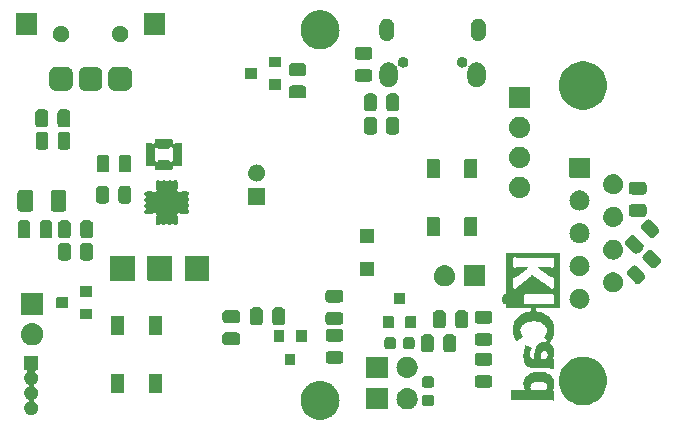
<source format=gbr>
G04 #@! TF.GenerationSoftware,KiCad,Pcbnew,7.0.9*
G04 #@! TF.CreationDate,2023-12-15T21:40:49-05:00*
G04 #@! TF.ProjectId,MainBoard,4d61696e-426f-4617-9264-2e6b69636164,rev?*
G04 #@! TF.SameCoordinates,Original*
G04 #@! TF.FileFunction,Soldermask,Bot*
G04 #@! TF.FilePolarity,Negative*
%FSLAX46Y46*%
G04 Gerber Fmt 4.6, Leading zero omitted, Abs format (unit mm)*
G04 Created by KiCad (PCBNEW 7.0.9) date 2023-12-15 21:40:49*
%MOMM*%
%LPD*%
G01*
G04 APERTURE LIST*
G04 APERTURE END LIST*
G36*
X91122098Y-110748966D02*
G01*
X91182353Y-110748966D01*
X91248199Y-110758890D01*
X91317273Y-110764327D01*
X91372947Y-110777693D01*
X91426302Y-110785735D01*
X91496021Y-110807240D01*
X91569187Y-110824806D01*
X91616495Y-110844401D01*
X91662052Y-110858454D01*
X91733569Y-110892895D01*
X91808538Y-110923948D01*
X91847022Y-110947531D01*
X91884322Y-110965494D01*
X91955271Y-111013866D01*
X92029433Y-111059313D01*
X92059127Y-111084674D01*
X92088162Y-111104470D01*
X92155956Y-111167374D01*
X92226433Y-111227567D01*
X92247834Y-111252625D01*
X92269011Y-111272274D01*
X92330925Y-111349911D01*
X92394687Y-111424567D01*
X92408709Y-111447449D01*
X92422830Y-111465156D01*
X92476087Y-111557399D01*
X92530052Y-111645462D01*
X92537977Y-111664597D01*
X92546185Y-111678812D01*
X92588038Y-111785454D01*
X92629194Y-111884813D01*
X92632597Y-111898991D01*
X92636314Y-111908460D01*
X92664157Y-112030446D01*
X92689673Y-112136727D01*
X92690334Y-112145133D01*
X92691214Y-112148986D01*
X92702683Y-112302031D01*
X92710000Y-112395000D01*
X92702682Y-112487975D01*
X92691214Y-112641013D01*
X92690334Y-112644865D01*
X92689673Y-112653273D01*
X92664152Y-112759573D01*
X92636314Y-112881539D01*
X92632598Y-112891005D01*
X92629194Y-112905187D01*
X92588031Y-113004563D01*
X92546185Y-113111187D01*
X92537979Y-113125399D01*
X92530052Y-113144538D01*
X92476077Y-113232616D01*
X92422830Y-113324843D01*
X92408712Y-113342546D01*
X92394687Y-113365433D01*
X92330913Y-113440102D01*
X92269011Y-113517725D01*
X92247838Y-113537369D01*
X92226433Y-113562433D01*
X92155942Y-113622637D01*
X92088162Y-113685529D01*
X92059133Y-113705320D01*
X92029433Y-113730687D01*
X91955257Y-113776142D01*
X91884322Y-113824505D01*
X91847030Y-113842463D01*
X91808538Y-113866052D01*
X91733554Y-113897110D01*
X91662052Y-113931545D01*
X91616504Y-113945594D01*
X91569187Y-113965194D01*
X91496007Y-113982762D01*
X91426302Y-114004264D01*
X91372955Y-114012304D01*
X91317273Y-114025673D01*
X91248195Y-114031109D01*
X91182353Y-114041034D01*
X91122098Y-114041034D01*
X91059000Y-114046000D01*
X90995902Y-114041034D01*
X90935647Y-114041034D01*
X90869803Y-114031109D01*
X90800727Y-114025673D01*
X90745045Y-114012305D01*
X90691697Y-114004264D01*
X90621988Y-113982761D01*
X90548813Y-113965194D01*
X90501498Y-113945595D01*
X90455947Y-113931545D01*
X90384438Y-113897107D01*
X90309462Y-113866052D01*
X90270972Y-113842465D01*
X90233675Y-113824504D01*
X90162726Y-113776131D01*
X90088567Y-113730687D01*
X90058873Y-113705326D01*
X90029839Y-113685531D01*
X89962043Y-113622625D01*
X89891567Y-113562433D01*
X89870164Y-113537374D01*
X89848988Y-113517725D01*
X89787071Y-113440084D01*
X89723313Y-113365433D01*
X89709291Y-113342551D01*
X89695169Y-113324843D01*
X89641905Y-113232588D01*
X89587948Y-113144538D01*
X89580023Y-113125405D01*
X89571814Y-113111187D01*
X89529949Y-113004517D01*
X89488806Y-112905187D01*
X89485402Y-112891012D01*
X89481685Y-112881539D01*
X89453827Y-112759488D01*
X89428327Y-112653273D01*
X89427665Y-112644871D01*
X89426785Y-112641013D01*
X89415296Y-112487710D01*
X89408000Y-112395000D01*
X89415296Y-112302297D01*
X89426785Y-112148986D01*
X89427665Y-112145126D01*
X89428327Y-112136727D01*
X89453822Y-112030530D01*
X89481685Y-111908460D01*
X89485403Y-111898984D01*
X89488806Y-111884813D01*
X89529942Y-111785500D01*
X89571814Y-111678812D01*
X89580024Y-111664590D01*
X89587948Y-111645462D01*
X89641895Y-111557427D01*
X89695169Y-111465156D01*
X89709293Y-111447443D01*
X89723313Y-111424567D01*
X89787059Y-111349929D01*
X89848988Y-111272274D01*
X89870169Y-111252620D01*
X89891567Y-111227567D01*
X89962029Y-111167386D01*
X90029839Y-111104468D01*
X90058879Y-111084668D01*
X90088567Y-111059313D01*
X90162711Y-111013876D01*
X90233675Y-110965495D01*
X90270980Y-110947529D01*
X90309462Y-110923948D01*
X90384423Y-110892898D01*
X90455947Y-110858454D01*
X90501507Y-110844400D01*
X90548813Y-110824806D01*
X90621973Y-110807241D01*
X90691697Y-110785735D01*
X90745054Y-110777692D01*
X90800727Y-110764327D01*
X90869799Y-110758890D01*
X90935647Y-110748966D01*
X90995902Y-110748966D01*
X91059000Y-110744000D01*
X91122098Y-110748966D01*
G37*
G36*
X67168317Y-108648282D02*
G01*
X67184862Y-108659338D01*
X67195918Y-108675883D01*
X67199800Y-108695400D01*
X67199800Y-109795400D01*
X67195918Y-109814917D01*
X67184862Y-109831462D01*
X67168317Y-109842518D01*
X67148800Y-109846400D01*
X66991538Y-109846400D01*
X66927614Y-110000727D01*
X66996026Y-110069139D01*
X67023771Y-110090429D01*
X67045061Y-110118175D01*
X67068063Y-110141177D01*
X67092257Y-110179681D01*
X67119281Y-110214900D01*
X67128749Y-110237759D01*
X67139570Y-110254980D01*
X67159636Y-110312328D01*
X67179321Y-110359850D01*
X67181164Y-110373849D01*
X67183960Y-110381840D01*
X67194313Y-110473723D01*
X67199800Y-110515400D01*
X67194312Y-110557078D01*
X67183960Y-110648959D01*
X67181164Y-110656948D01*
X67179321Y-110670950D01*
X67159634Y-110718477D01*
X67139570Y-110775819D01*
X67128750Y-110793037D01*
X67119281Y-110815900D01*
X67092253Y-110851122D01*
X67068063Y-110889622D01*
X67045065Y-110912619D01*
X67023771Y-110940371D01*
X66996019Y-110961665D01*
X66973022Y-110984663D01*
X66934523Y-111008852D01*
X66899300Y-111035881D01*
X66876435Y-111045351D01*
X66819200Y-111081315D01*
X66819200Y-111219485D01*
X66876437Y-111255449D01*
X66899300Y-111264919D01*
X66934518Y-111291942D01*
X66973022Y-111316136D01*
X66996023Y-111339137D01*
X67023771Y-111360429D01*
X67045062Y-111388176D01*
X67068063Y-111411177D01*
X67092257Y-111449681D01*
X67119281Y-111484900D01*
X67128749Y-111507759D01*
X67139570Y-111524980D01*
X67159636Y-111582328D01*
X67179321Y-111629850D01*
X67181164Y-111643849D01*
X67183960Y-111651840D01*
X67194313Y-111743723D01*
X67199800Y-111785400D01*
X67194312Y-111827078D01*
X67183960Y-111918959D01*
X67181164Y-111926948D01*
X67179321Y-111940950D01*
X67159634Y-111988477D01*
X67139570Y-112045819D01*
X67128750Y-112063037D01*
X67119281Y-112085900D01*
X67092253Y-112121122D01*
X67068063Y-112159622D01*
X67045065Y-112182619D01*
X67023771Y-112210371D01*
X66996019Y-112231665D01*
X66973022Y-112254663D01*
X66934523Y-112278852D01*
X66899300Y-112305881D01*
X66876435Y-112315351D01*
X66819200Y-112351315D01*
X66819200Y-112489485D01*
X66876437Y-112525449D01*
X66899300Y-112534919D01*
X66934518Y-112561942D01*
X66973022Y-112586136D01*
X66996023Y-112609137D01*
X67023771Y-112630429D01*
X67045062Y-112658176D01*
X67068063Y-112681177D01*
X67092257Y-112719681D01*
X67119281Y-112754900D01*
X67128749Y-112777759D01*
X67139570Y-112794980D01*
X67159636Y-112852328D01*
X67179321Y-112899850D01*
X67181164Y-112913849D01*
X67183960Y-112921840D01*
X67194313Y-113013723D01*
X67199800Y-113055400D01*
X67194312Y-113097078D01*
X67183960Y-113188959D01*
X67181164Y-113196948D01*
X67179321Y-113210950D01*
X67159634Y-113258477D01*
X67139570Y-113315819D01*
X67128750Y-113333037D01*
X67119281Y-113355900D01*
X67092253Y-113391122D01*
X67068063Y-113429622D01*
X67045065Y-113452619D01*
X67023771Y-113480371D01*
X66996019Y-113501665D01*
X66973022Y-113524663D01*
X66934522Y-113548853D01*
X66899300Y-113575881D01*
X66876437Y-113585350D01*
X66859219Y-113596170D01*
X66801877Y-113616234D01*
X66754350Y-113635921D01*
X66740348Y-113637764D01*
X66732359Y-113640560D01*
X66640478Y-113650912D01*
X66598800Y-113656400D01*
X66557123Y-113650913D01*
X66465240Y-113640560D01*
X66457249Y-113637764D01*
X66443250Y-113635921D01*
X66395728Y-113616236D01*
X66338380Y-113596170D01*
X66321159Y-113585349D01*
X66298300Y-113575881D01*
X66263081Y-113548857D01*
X66224577Y-113524663D01*
X66201576Y-113501662D01*
X66173829Y-113480371D01*
X66152537Y-113452623D01*
X66129536Y-113429622D01*
X66105340Y-113391115D01*
X66078319Y-113355900D01*
X66068851Y-113333042D01*
X66058029Y-113315819D01*
X66037958Y-113258461D01*
X66018279Y-113210950D01*
X66016436Y-113196953D01*
X66013639Y-113188959D01*
X66003280Y-113097025D01*
X65997800Y-113055400D01*
X66003280Y-113013776D01*
X66013639Y-112921840D01*
X66016436Y-112913845D01*
X66018279Y-112899850D01*
X66037956Y-112852343D01*
X66058029Y-112794980D01*
X66068852Y-112777754D01*
X66078319Y-112754900D01*
X66105337Y-112719689D01*
X66129536Y-112681177D01*
X66152541Y-112658171D01*
X66173829Y-112630429D01*
X66201571Y-112609141D01*
X66224577Y-112586136D01*
X66263086Y-112561939D01*
X66298300Y-112534919D01*
X66321159Y-112525450D01*
X66378399Y-112489485D01*
X66378399Y-112351315D01*
X66321161Y-112315350D01*
X66298300Y-112305881D01*
X66263080Y-112278856D01*
X66224577Y-112254663D01*
X66201576Y-112231662D01*
X66173829Y-112210371D01*
X66152537Y-112182623D01*
X66129536Y-112159622D01*
X66105340Y-112121115D01*
X66078319Y-112085900D01*
X66068851Y-112063042D01*
X66058029Y-112045819D01*
X66037958Y-111988461D01*
X66018279Y-111940950D01*
X66016436Y-111926953D01*
X66013639Y-111918959D01*
X66003280Y-111827025D01*
X65997800Y-111785400D01*
X66003280Y-111743776D01*
X66013639Y-111651840D01*
X66016436Y-111643845D01*
X66018279Y-111629850D01*
X66037956Y-111582343D01*
X66058029Y-111524980D01*
X66068852Y-111507754D01*
X66078319Y-111484900D01*
X66105337Y-111449689D01*
X66129536Y-111411177D01*
X66152541Y-111388171D01*
X66173829Y-111360429D01*
X66201571Y-111339141D01*
X66224577Y-111316136D01*
X66263086Y-111291939D01*
X66298300Y-111264919D01*
X66321159Y-111255450D01*
X66378399Y-111219485D01*
X66378399Y-111081315D01*
X66321161Y-111045350D01*
X66298300Y-111035881D01*
X66263080Y-111008856D01*
X66224577Y-110984663D01*
X66201576Y-110961662D01*
X66173829Y-110940371D01*
X66152537Y-110912623D01*
X66129536Y-110889622D01*
X66105340Y-110851115D01*
X66078319Y-110815900D01*
X66068851Y-110793042D01*
X66058029Y-110775819D01*
X66037958Y-110718461D01*
X66018279Y-110670950D01*
X66016436Y-110656953D01*
X66013639Y-110648959D01*
X66003280Y-110557025D01*
X65997800Y-110515400D01*
X66003280Y-110473776D01*
X66013639Y-110381840D01*
X66016436Y-110373845D01*
X66018279Y-110359850D01*
X66037956Y-110312343D01*
X66058029Y-110254980D01*
X66068852Y-110237754D01*
X66078319Y-110214900D01*
X66105337Y-110179688D01*
X66129538Y-110141174D01*
X66152544Y-110118167D01*
X66173829Y-110090429D01*
X66201567Y-110069144D01*
X66269986Y-110000726D01*
X66206060Y-109846400D01*
X66048800Y-109846400D01*
X66029283Y-109842518D01*
X66012738Y-109831462D01*
X66001682Y-109814917D01*
X65997800Y-109795400D01*
X65997800Y-108695400D01*
X66001682Y-108675883D01*
X66012738Y-108659338D01*
X66029283Y-108648282D01*
X66048800Y-108644400D01*
X67148800Y-108644400D01*
X67168317Y-108648282D01*
G37*
G36*
X96754517Y-111370882D02*
G01*
X96771062Y-111381938D01*
X96782118Y-111398483D01*
X96786000Y-111418000D01*
X96786000Y-113118000D01*
X96782118Y-113137517D01*
X96771062Y-113154062D01*
X96754517Y-113165118D01*
X96735000Y-113169000D01*
X95035000Y-113169000D01*
X95015483Y-113165118D01*
X94998938Y-113154062D01*
X94987882Y-113137517D01*
X94984000Y-113118000D01*
X94984000Y-111418000D01*
X94987882Y-111398483D01*
X94998938Y-111381938D01*
X95015483Y-111370882D01*
X95035000Y-111367000D01*
X96735000Y-111367000D01*
X96754517Y-111370882D01*
G37*
G36*
X98468983Y-111371936D02*
G01*
X98519180Y-111371936D01*
X98562524Y-111381149D01*
X98600659Y-111384905D01*
X98648566Y-111399437D01*
X98703424Y-111411098D01*
X98738530Y-111426728D01*
X98769566Y-111436143D01*
X98818884Y-111462504D01*
X98875500Y-111487711D01*
X98901822Y-111506835D01*
X98925232Y-111519348D01*
X98972988Y-111558540D01*
X99027887Y-111598427D01*
X99045711Y-111618223D01*
X99061675Y-111631324D01*
X99104572Y-111683594D01*
X99153924Y-111738405D01*
X99164292Y-111756363D01*
X99173651Y-111767767D01*
X99208273Y-111832542D01*
X99248104Y-111901530D01*
X99252685Y-111915630D01*
X99256856Y-111923433D01*
X99279852Y-111999242D01*
X99306311Y-112080672D01*
X99307242Y-112089532D01*
X99308094Y-112092340D01*
X99316384Y-112176513D01*
X99326000Y-112268000D01*
X99316385Y-112359482D01*
X99308094Y-112443659D01*
X99307242Y-112446466D01*
X99306311Y-112455328D01*
X99279848Y-112536771D01*
X99256856Y-112612566D01*
X99252686Y-112620366D01*
X99248104Y-112634470D01*
X99208266Y-112703470D01*
X99173651Y-112768232D01*
X99164294Y-112779633D01*
X99153924Y-112797595D01*
X99104563Y-112852415D01*
X99061675Y-112904675D01*
X99045714Y-112917773D01*
X99027887Y-112937573D01*
X98972977Y-112977467D01*
X98925232Y-113016651D01*
X98901827Y-113029161D01*
X98875500Y-113048289D01*
X98818873Y-113073500D01*
X98769566Y-113099856D01*
X98738537Y-113109268D01*
X98703424Y-113124902D01*
X98648555Y-113136564D01*
X98600659Y-113151094D01*
X98562532Y-113154849D01*
X98519180Y-113164064D01*
X98468973Y-113164064D01*
X98425000Y-113168395D01*
X98381027Y-113164064D01*
X98330820Y-113164064D01*
X98287467Y-113154849D01*
X98249340Y-113151094D01*
X98201441Y-113136563D01*
X98146576Y-113124902D01*
X98111464Y-113109269D01*
X98080433Y-113099856D01*
X98031120Y-113073498D01*
X97974500Y-113048289D01*
X97948175Y-113029163D01*
X97924767Y-113016651D01*
X97877013Y-112977460D01*
X97822113Y-112937573D01*
X97804287Y-112917776D01*
X97788324Y-112904675D01*
X97745425Y-112852402D01*
X97696076Y-112797595D01*
X97685708Y-112779637D01*
X97676348Y-112768232D01*
X97641719Y-112703447D01*
X97601896Y-112634470D01*
X97597315Y-112620371D01*
X97593143Y-112612566D01*
X97570136Y-112536725D01*
X97543689Y-112455328D01*
X97542758Y-112446471D01*
X97541905Y-112443659D01*
X97533600Y-112359342D01*
X97524000Y-112268000D01*
X97533599Y-112176664D01*
X97541905Y-112092340D01*
X97542758Y-112089527D01*
X97543689Y-112080672D01*
X97570132Y-111999288D01*
X97593143Y-111923433D01*
X97597315Y-111915626D01*
X97601896Y-111901530D01*
X97641712Y-111832565D01*
X97676348Y-111767767D01*
X97685710Y-111756359D01*
X97696076Y-111738405D01*
X97745416Y-111683607D01*
X97788324Y-111631324D01*
X97804291Y-111618219D01*
X97822113Y-111598427D01*
X97877002Y-111558546D01*
X97924767Y-111519348D01*
X97948180Y-111506833D01*
X97974500Y-111487711D01*
X98031109Y-111462506D01*
X98080433Y-111436143D01*
X98111471Y-111426727D01*
X98146576Y-111411098D01*
X98201430Y-111399438D01*
X98249340Y-111384905D01*
X98287476Y-111381148D01*
X98330820Y-111371936D01*
X98381016Y-111371936D01*
X98425000Y-111367604D01*
X98468983Y-111371936D01*
G37*
G36*
X100497694Y-111939646D02*
G01*
X100542126Y-111946684D01*
X100547923Y-111949637D01*
X100562479Y-111952533D01*
X100590973Y-111971572D01*
X100616887Y-111984776D01*
X100629278Y-111997167D01*
X100649992Y-112011008D01*
X100663832Y-112031721D01*
X100676223Y-112044112D01*
X100689425Y-112070023D01*
X100708467Y-112098521D01*
X100711362Y-112113078D01*
X100714315Y-112118873D01*
X100721349Y-112163284D01*
X100729000Y-112201750D01*
X100729000Y-112639250D01*
X100721348Y-112677718D01*
X100714315Y-112722126D01*
X100711362Y-112727919D01*
X100708467Y-112742479D01*
X100689423Y-112770979D01*
X100676223Y-112796887D01*
X100663834Y-112809275D01*
X100649992Y-112829992D01*
X100629275Y-112843834D01*
X100616887Y-112856223D01*
X100590979Y-112869423D01*
X100562479Y-112888467D01*
X100547919Y-112891362D01*
X100542126Y-112894315D01*
X100497718Y-112901348D01*
X100459250Y-112909000D01*
X99946750Y-112909000D01*
X99908284Y-112901349D01*
X99863873Y-112894315D01*
X99858078Y-112891362D01*
X99843521Y-112888467D01*
X99815023Y-112869425D01*
X99789112Y-112856223D01*
X99776721Y-112843832D01*
X99756008Y-112829992D01*
X99742167Y-112809278D01*
X99729776Y-112796887D01*
X99716572Y-112770973D01*
X99697533Y-112742479D01*
X99694637Y-112727923D01*
X99691684Y-112722126D01*
X99684646Y-112677694D01*
X99677000Y-112639250D01*
X99677000Y-112201750D01*
X99684646Y-112163309D01*
X99691684Y-112118873D01*
X99694638Y-112113075D01*
X99697533Y-112098521D01*
X99716570Y-112070029D01*
X99729776Y-112044112D01*
X99742169Y-112031718D01*
X99756008Y-112011008D01*
X99776718Y-111997169D01*
X99789112Y-111984776D01*
X99815029Y-111971570D01*
X99843521Y-111952533D01*
X99858075Y-111949638D01*
X99863873Y-111946684D01*
X99908309Y-111939646D01*
X99946750Y-111932000D01*
X100459250Y-111932000D01*
X100497694Y-111939646D01*
G37*
G36*
X113747288Y-108741899D02*
G01*
X114016838Y-108817423D01*
X114273593Y-108928947D01*
X114512771Y-109074395D01*
X114729916Y-109251055D01*
X114920984Y-109455639D01*
X115082414Y-109684333D01*
X115211200Y-109932879D01*
X115304943Y-110196647D01*
X115361897Y-110470722D01*
X115381000Y-110750000D01*
X115361897Y-111029278D01*
X115304943Y-111303353D01*
X115211200Y-111567121D01*
X115082414Y-111815667D01*
X114920984Y-112044361D01*
X114729916Y-112248945D01*
X114512771Y-112425605D01*
X114273593Y-112571053D01*
X114016838Y-112682577D01*
X113747288Y-112758101D01*
X113469965Y-112796219D01*
X113190035Y-112796219D01*
X112912712Y-112758101D01*
X112643162Y-112682577D01*
X112386407Y-112571053D01*
X112147229Y-112425605D01*
X111930084Y-112248945D01*
X111739016Y-112044361D01*
X111577586Y-111815667D01*
X111448800Y-111567121D01*
X111355057Y-111303353D01*
X111298103Y-111029278D01*
X111279000Y-110750000D01*
X111298103Y-110470722D01*
X111355057Y-110196647D01*
X111448800Y-109932879D01*
X111577586Y-109684333D01*
X111739016Y-109455639D01*
X111930084Y-109251055D01*
X112147229Y-109074395D01*
X112386407Y-108928947D01*
X112643162Y-108817423D01*
X112912712Y-108741899D01*
X113190035Y-108703781D01*
X113469965Y-108703781D01*
X113747288Y-108741899D01*
G37*
G36*
X109743404Y-109981732D02*
G01*
X109743521Y-109981781D01*
X109743641Y-109981740D01*
X109753474Y-109982297D01*
X109753477Y-109982297D01*
X109886154Y-109989813D01*
X109886157Y-109989813D01*
X109895077Y-109990319D01*
X109895270Y-109990412D01*
X109895477Y-109990358D01*
X109907219Y-109991977D01*
X109907226Y-109991978D01*
X110023309Y-110007991D01*
X110023316Y-110007993D01*
X110032166Y-110009214D01*
X110032387Y-110009343D01*
X110032641Y-110009303D01*
X110044817Y-110012201D01*
X110044818Y-110012202D01*
X110149931Y-110037227D01*
X110158634Y-110039299D01*
X110158859Y-110039461D01*
X110159136Y-110039447D01*
X110171189Y-110043688D01*
X110171195Y-110043690D01*
X110270055Y-110078481D01*
X110270056Y-110078482D01*
X110278485Y-110081448D01*
X110278684Y-110081626D01*
X110278952Y-110081639D01*
X110290413Y-110087025D01*
X110387617Y-110132703D01*
X110387623Y-110132707D01*
X110395707Y-110136506D01*
X110395890Y-110136707D01*
X110396163Y-110136749D01*
X110407071Y-110143326D01*
X110407076Y-110143328D01*
X110499299Y-110198931D01*
X110499301Y-110198932D01*
X110506961Y-110203551D01*
X110507167Y-110203831D01*
X110507502Y-110203928D01*
X110551615Y-110239202D01*
X110614081Y-110289150D01*
X110614083Y-110289152D01*
X110621061Y-110294732D01*
X110621253Y-110295081D01*
X110621617Y-110295250D01*
X110717089Y-110398905D01*
X110717232Y-110399295D01*
X110717577Y-110399527D01*
X110725223Y-110411049D01*
X110789495Y-110507898D01*
X110789496Y-110507901D01*
X110794439Y-110515349D01*
X110794519Y-110515760D01*
X110794827Y-110516048D01*
X110852551Y-110643349D01*
X110852564Y-110643760D01*
X110852817Y-110644085D01*
X110890878Y-110782182D01*
X110890840Y-110782486D01*
X110891000Y-110782750D01*
X110896808Y-110820446D01*
X110896757Y-110820653D01*
X110896853Y-110820845D01*
X110902583Y-110899886D01*
X110902523Y-110900064D01*
X110902596Y-110900237D01*
X110902783Y-110988360D01*
X110902723Y-110988504D01*
X110902775Y-110988653D01*
X110902174Y-110999292D01*
X110902175Y-110999301D01*
X110898236Y-111069106D01*
X110898235Y-111069109D01*
X110897731Y-111078046D01*
X110897657Y-111078198D01*
X110897703Y-111078360D01*
X110896394Y-111089247D01*
X110896394Y-111089250D01*
X110889414Y-111147312D01*
X110887742Y-111161213D01*
X110887625Y-111161420D01*
X110887669Y-111161656D01*
X110873103Y-111230153D01*
X110872961Y-111230358D01*
X110872984Y-111230606D01*
X110868410Y-111245232D01*
X110866497Y-111251351D01*
X110863336Y-111261457D01*
X110863217Y-111261599D01*
X110863221Y-111261786D01*
X110832979Y-111339092D01*
X110832831Y-111339245D01*
X110832819Y-111339458D01*
X110795313Y-111416509D01*
X110795152Y-111416650D01*
X110795123Y-111416862D01*
X110760055Y-111476283D01*
X110817758Y-111596591D01*
X110820288Y-111596955D01*
X110856889Y-111596955D01*
X110860425Y-111598419D01*
X110861889Y-111601955D01*
X110861889Y-112460104D01*
X110861399Y-112461286D01*
X110861244Y-112462562D01*
X110860692Y-112462994D01*
X110860425Y-112463640D01*
X110859242Y-112464129D01*
X110858231Y-112464922D01*
X110857533Y-112464837D01*
X110856889Y-112465104D01*
X110855706Y-112464614D01*
X110854432Y-112464459D01*
X110793717Y-112430193D01*
X110793709Y-112430183D01*
X110793697Y-112430182D01*
X110784591Y-112424988D01*
X110784589Y-112424986D01*
X110784586Y-112424986D01*
X110779304Y-112421965D01*
X110770015Y-112416653D01*
X110757712Y-112410034D01*
X110754517Y-112408431D01*
X110743986Y-112403519D01*
X110739544Y-112401653D01*
X110728231Y-112397407D01*
X110723470Y-112395835D01*
X110709318Y-112391790D01*
X110705020Y-112390726D01*
X110686328Y-112386799D01*
X110682855Y-112386172D01*
X110674298Y-112384876D01*
X110656958Y-112382250D01*
X110656826Y-112382236D01*
X110623208Y-112378601D01*
X110582281Y-112375460D01*
X110532944Y-112372782D01*
X110532943Y-112372781D01*
X110496808Y-112371401D01*
X110474367Y-112370545D01*
X110410586Y-112368843D01*
X110405186Y-112368699D01*
X110324464Y-112367212D01*
X110324463Y-112367213D01*
X110231031Y-112366045D01*
X110231030Y-112366044D01*
X110123851Y-112365156D01*
X110123850Y-112365155D01*
X110001793Y-112364509D01*
X110001792Y-112364508D01*
X109863760Y-112364064D01*
X109863759Y-112364063D01*
X109708650Y-112363782D01*
X109708649Y-112363781D01*
X109535363Y-112363625D01*
X109535362Y-112363624D01*
X109342801Y-112363552D01*
X109342800Y-112363551D01*
X109129861Y-112363526D01*
X109129860Y-112363525D01*
X108895445Y-112363507D01*
X108895444Y-112363506D01*
X108895444Y-112363507D01*
X107210577Y-112363311D01*
X107207042Y-112361847D01*
X107206710Y-112361045D01*
X107205578Y-112358311D01*
X107205578Y-111452983D01*
X107206134Y-111451639D01*
X107206416Y-111450212D01*
X107206844Y-111449924D01*
X107207042Y-111449447D01*
X107208387Y-111448890D01*
X107209595Y-111448080D01*
X107210102Y-111448180D01*
X107210578Y-111447983D01*
X107211921Y-111448539D01*
X107213349Y-111448821D01*
X107228306Y-111458781D01*
X107228308Y-111458782D01*
X107250032Y-111473249D01*
X107257716Y-111478275D01*
X107261247Y-111480422D01*
X107301117Y-111502889D01*
X107309792Y-111506937D01*
X107347206Y-111521022D01*
X107356406Y-111523701D01*
X107403193Y-111533509D01*
X107409323Y-111534479D01*
X107476297Y-111541686D01*
X107483159Y-111542169D01*
X107521004Y-111543939D01*
X107574945Y-111545558D01*
X107641994Y-111547001D01*
X107719564Y-111548260D01*
X107804856Y-111549320D01*
X107824141Y-111549502D01*
X107894887Y-111550170D01*
X107987256Y-111550796D01*
X108078029Y-111551183D01*
X108079146Y-111551188D01*
X108167637Y-111551329D01*
X108250069Y-111551209D01*
X108314413Y-111550866D01*
X108387026Y-111430308D01*
X108352658Y-111365112D01*
X108352657Y-111365109D01*
X108348491Y-111357207D01*
X108348452Y-111356796D01*
X108348181Y-111356487D01*
X108343729Y-111343424D01*
X108343727Y-111343420D01*
X108323051Y-111282750D01*
X108314513Y-111257697D01*
X108314536Y-111257336D01*
X108314337Y-111257035D01*
X108311762Y-111243745D01*
X108311760Y-111243739D01*
X108310200Y-111235688D01*
X108875904Y-111235688D01*
X108876458Y-111246870D01*
X108886755Y-111320378D01*
X108889064Y-111330568D01*
X108907811Y-111389787D01*
X108912229Y-111403741D01*
X108916392Y-111413772D01*
X108953147Y-111484301D01*
X108956071Y-111489323D01*
X108957869Y-111492106D01*
X108976800Y-111521385D01*
X109032684Y-111551800D01*
X110105360Y-111551800D01*
X110160921Y-111521827D01*
X110179102Y-111494162D01*
X110185111Y-111485017D01*
X110186876Y-111482169D01*
X110208273Y-111445463D01*
X110210677Y-111440918D01*
X110234004Y-111392069D01*
X110236220Y-111386828D01*
X110252030Y-111344111D01*
X110254084Y-111337437D01*
X110267848Y-111281866D01*
X110269279Y-111273928D01*
X110269461Y-111272339D01*
X110278962Y-111189196D01*
X110279076Y-111176049D01*
X110272450Y-111107508D01*
X110268728Y-111091462D01*
X110247779Y-111035731D01*
X110239097Y-111019963D01*
X110203293Y-110972577D01*
X110191643Y-110960789D01*
X110152297Y-110930324D01*
X110137499Y-110918867D01*
X110126191Y-110911893D01*
X110094495Y-110896720D01*
X110050497Y-110875658D01*
X110041278Y-110872112D01*
X109968227Y-110850457D01*
X109941783Y-110842619D01*
X109936825Y-110841367D01*
X109933915Y-110840757D01*
X109929458Y-110839824D01*
X109925229Y-110839090D01*
X109868414Y-110831246D01*
X109864493Y-110830831D01*
X109789609Y-110825330D01*
X109702125Y-110822423D01*
X109656054Y-110822321D01*
X109609183Y-110822217D01*
X109516145Y-110824665D01*
X109428172Y-110829725D01*
X109352594Y-110837148D01*
X109348694Y-110837659D01*
X109289065Y-110847400D01*
X109285264Y-110848208D01*
X109283030Y-110848696D01*
X109176082Y-110876792D01*
X109169731Y-110878830D01*
X109107456Y-110902570D01*
X109087342Y-110910238D01*
X109078779Y-110914268D01*
X109016400Y-110949616D01*
X109006386Y-110956669D01*
X108960315Y-110996398D01*
X108950933Y-111006492D01*
X108916134Y-111053373D01*
X108910132Y-111063252D01*
X108900630Y-111082756D01*
X108900275Y-111083484D01*
X108895954Y-111095191D01*
X108880581Y-111154454D01*
X108878627Y-111167667D01*
X108876089Y-111231070D01*
X108875904Y-111235688D01*
X108310200Y-111235688D01*
X108294221Y-111153212D01*
X108294220Y-111153209D01*
X108292522Y-111144441D01*
X108292578Y-111144162D01*
X108292449Y-111143911D01*
X108291366Y-111131110D01*
X108291365Y-111131104D01*
X108282236Y-111023161D01*
X108282236Y-111023160D01*
X108281483Y-111014257D01*
X108281541Y-111014072D01*
X108281465Y-111013893D01*
X108281335Y-111002397D01*
X108281334Y-111002389D01*
X108280520Y-110930324D01*
X108280520Y-110930323D01*
X108280419Y-110921387D01*
X108280509Y-110921160D01*
X108280435Y-110920928D01*
X108290230Y-110799586D01*
X108290392Y-110799268D01*
X108290330Y-110798917D01*
X108293878Y-110782750D01*
X108312572Y-110697564D01*
X108312574Y-110697557D01*
X108314490Y-110688829D01*
X108314716Y-110688504D01*
X108314706Y-110688111D01*
X108319621Y-110675292D01*
X108319624Y-110675283D01*
X108351115Y-110593165D01*
X108351121Y-110593152D01*
X108354317Y-110584821D01*
X108354572Y-110584551D01*
X108354615Y-110584181D01*
X108361229Y-110572289D01*
X108406421Y-110491036D01*
X108406424Y-110491031D01*
X108410763Y-110483231D01*
X108410956Y-110483077D01*
X108411008Y-110482836D01*
X108441959Y-110437670D01*
X108442208Y-110437507D01*
X108442302Y-110437225D01*
X108450815Y-110427388D01*
X108450818Y-110427385D01*
X108527684Y-110338576D01*
X108533534Y-110331817D01*
X108533906Y-110331630D01*
X108534098Y-110331262D01*
X108544672Y-110322371D01*
X108544678Y-110322366D01*
X108636247Y-110245385D01*
X108636255Y-110245379D01*
X108643089Y-110239635D01*
X108643460Y-110239517D01*
X108643689Y-110239202D01*
X108655364Y-110232028D01*
X108655369Y-110232025D01*
X108762696Y-110166085D01*
X108762697Y-110166084D01*
X108770309Y-110161408D01*
X108770655Y-110161352D01*
X108770899Y-110161097D01*
X108783218Y-110155634D01*
X108783220Y-110155633D01*
X108906850Y-110100810D01*
X108906853Y-110100809D01*
X108915019Y-110097188D01*
X108915328Y-110097180D01*
X108915567Y-110096982D01*
X108928111Y-110093100D01*
X108928116Y-110093098D01*
X109068518Y-110049651D01*
X109068519Y-110049650D01*
X109077053Y-110047010D01*
X109077320Y-110047034D01*
X109077545Y-110046884D01*
X109089969Y-110044382D01*
X109089974Y-110044381D01*
X109247507Y-110012664D01*
X109247511Y-110012663D01*
X109256272Y-110010900D01*
X109256499Y-110010944D01*
X109256702Y-110010833D01*
X109452538Y-109988888D01*
X109452729Y-109988943D01*
X109452911Y-109988860D01*
X109464477Y-109988433D01*
X109464486Y-109988432D01*
X109602097Y-109983355D01*
X109608949Y-109983103D01*
X109608950Y-109983103D01*
X109618521Y-109982750D01*
X109656798Y-109981338D01*
X109656800Y-109981338D01*
X109665727Y-109981009D01*
X109665843Y-109981052D01*
X109665958Y-109981006D01*
X109743404Y-109981732D01*
G37*
G36*
X74421017Y-110174382D02*
G01*
X74437562Y-110185438D01*
X74448618Y-110201983D01*
X74452500Y-110221500D01*
X74452500Y-111721500D01*
X74448618Y-111741017D01*
X74437562Y-111757562D01*
X74421017Y-111768618D01*
X74401500Y-111772500D01*
X73401500Y-111772500D01*
X73381983Y-111768618D01*
X73365438Y-111757562D01*
X73354382Y-111741017D01*
X73350500Y-111721500D01*
X73350500Y-110221500D01*
X73354382Y-110201983D01*
X73365438Y-110185438D01*
X73381983Y-110174382D01*
X73401500Y-110170500D01*
X74401500Y-110170500D01*
X74421017Y-110174382D01*
G37*
G36*
X77621017Y-110174382D02*
G01*
X77637562Y-110185438D01*
X77648618Y-110201983D01*
X77652500Y-110221500D01*
X77652500Y-111721500D01*
X77648618Y-111741017D01*
X77637562Y-111757562D01*
X77621017Y-111768618D01*
X77601500Y-111772500D01*
X76601500Y-111772500D01*
X76581983Y-111768618D01*
X76565438Y-111757562D01*
X76554382Y-111741017D01*
X76550500Y-111721500D01*
X76550500Y-110221500D01*
X76554382Y-110201983D01*
X76565438Y-110185438D01*
X76581983Y-110174382D01*
X76601500Y-110170500D01*
X77601500Y-110170500D01*
X77621017Y-110174382D01*
G37*
G36*
X100497694Y-110364646D02*
G01*
X100542126Y-110371684D01*
X100547923Y-110374637D01*
X100562479Y-110377533D01*
X100590973Y-110396572D01*
X100616887Y-110409776D01*
X100629278Y-110422167D01*
X100649992Y-110436008D01*
X100663832Y-110456721D01*
X100676223Y-110469112D01*
X100689425Y-110495023D01*
X100708467Y-110523521D01*
X100711362Y-110538078D01*
X100714315Y-110543873D01*
X100721349Y-110588284D01*
X100729000Y-110626750D01*
X100729000Y-111064250D01*
X100721348Y-111102718D01*
X100714315Y-111147126D01*
X100711362Y-111152919D01*
X100708467Y-111167479D01*
X100689423Y-111195979D01*
X100676223Y-111221887D01*
X100663834Y-111234275D01*
X100649992Y-111254992D01*
X100629275Y-111268834D01*
X100616887Y-111281223D01*
X100590979Y-111294423D01*
X100562479Y-111313467D01*
X100547919Y-111316362D01*
X100542126Y-111319315D01*
X100497718Y-111326348D01*
X100459250Y-111334000D01*
X99946750Y-111334000D01*
X99908284Y-111326349D01*
X99863873Y-111319315D01*
X99858078Y-111316362D01*
X99843521Y-111313467D01*
X99815023Y-111294425D01*
X99789112Y-111281223D01*
X99776721Y-111268832D01*
X99756008Y-111254992D01*
X99742167Y-111234278D01*
X99729776Y-111221887D01*
X99716572Y-111195973D01*
X99697533Y-111167479D01*
X99694637Y-111152923D01*
X99691684Y-111147126D01*
X99684646Y-111102694D01*
X99677000Y-111064250D01*
X99677000Y-110626750D01*
X99684646Y-110588309D01*
X99691684Y-110543873D01*
X99694638Y-110538075D01*
X99697533Y-110523521D01*
X99716570Y-110495029D01*
X99729776Y-110469112D01*
X99742169Y-110456718D01*
X99756008Y-110436008D01*
X99776718Y-110422169D01*
X99789112Y-110409776D01*
X99815029Y-110396570D01*
X99843521Y-110377533D01*
X99858075Y-110374638D01*
X99863873Y-110371684D01*
X99908309Y-110364646D01*
X99946750Y-110357000D01*
X100459250Y-110357000D01*
X100497694Y-110364646D01*
G37*
G36*
X105425733Y-110261829D02*
G01*
X105441330Y-110268716D01*
X105448850Y-110269907D01*
X105480166Y-110285863D01*
X105524824Y-110305582D01*
X105601418Y-110382176D01*
X105621139Y-110426840D01*
X105637092Y-110458149D01*
X105638282Y-110465666D01*
X105645171Y-110481267D01*
X105653000Y-110548750D01*
X105653000Y-111036250D01*
X105645171Y-111103733D01*
X105638282Y-111119334D01*
X105637092Y-111126850D01*
X105621142Y-111158152D01*
X105601418Y-111202824D01*
X105524824Y-111279418D01*
X105480152Y-111299142D01*
X105448850Y-111315092D01*
X105441334Y-111316282D01*
X105425733Y-111323171D01*
X105358250Y-111331000D01*
X104445750Y-111331000D01*
X104378267Y-111323171D01*
X104362666Y-111316282D01*
X104355149Y-111315092D01*
X104323840Y-111299139D01*
X104279176Y-111279418D01*
X104202582Y-111202824D01*
X104182863Y-111158166D01*
X104166907Y-111126850D01*
X104165716Y-111119330D01*
X104158829Y-111103733D01*
X104151000Y-111036250D01*
X104151000Y-110548750D01*
X104158829Y-110481267D01*
X104165715Y-110465669D01*
X104166907Y-110458149D01*
X104182867Y-110426825D01*
X104202582Y-110382176D01*
X104279176Y-110305582D01*
X104323825Y-110285867D01*
X104355149Y-110269907D01*
X104362669Y-110268715D01*
X104378267Y-110261829D01*
X104445750Y-110254000D01*
X105358250Y-110254000D01*
X105425733Y-110261829D01*
G37*
G36*
X96754517Y-108703882D02*
G01*
X96771062Y-108714938D01*
X96782118Y-108731483D01*
X96786000Y-108751000D01*
X96786000Y-110451000D01*
X96782118Y-110470517D01*
X96771062Y-110487062D01*
X96754517Y-110498118D01*
X96735000Y-110502000D01*
X95035000Y-110502000D01*
X95015483Y-110498118D01*
X94998938Y-110487062D01*
X94987882Y-110470517D01*
X94984000Y-110451000D01*
X94984000Y-108751000D01*
X94987882Y-108731483D01*
X94998938Y-108714938D01*
X95015483Y-108703882D01*
X95035000Y-108700000D01*
X96735000Y-108700000D01*
X96754517Y-108703882D01*
G37*
G36*
X98468983Y-108704936D02*
G01*
X98519180Y-108704936D01*
X98562524Y-108714149D01*
X98600659Y-108717905D01*
X98648566Y-108732437D01*
X98703424Y-108744098D01*
X98738530Y-108759728D01*
X98769566Y-108769143D01*
X98818884Y-108795504D01*
X98875500Y-108820711D01*
X98901822Y-108839835D01*
X98925232Y-108852348D01*
X98972988Y-108891540D01*
X99027887Y-108931427D01*
X99045711Y-108951223D01*
X99061675Y-108964324D01*
X99104572Y-109016594D01*
X99153924Y-109071405D01*
X99164292Y-109089363D01*
X99173651Y-109100767D01*
X99208273Y-109165542D01*
X99248104Y-109234530D01*
X99252685Y-109248630D01*
X99256856Y-109256433D01*
X99279852Y-109332242D01*
X99306311Y-109413672D01*
X99307242Y-109422532D01*
X99308094Y-109425340D01*
X99316384Y-109509513D01*
X99326000Y-109601000D01*
X99316383Y-109692494D01*
X99308094Y-109776659D01*
X99307242Y-109779466D01*
X99306311Y-109788328D01*
X99279848Y-109869771D01*
X99256856Y-109945566D01*
X99252686Y-109953366D01*
X99248104Y-109967470D01*
X99208266Y-110036470D01*
X99173651Y-110101232D01*
X99164294Y-110112633D01*
X99153924Y-110130595D01*
X99104563Y-110185415D01*
X99061675Y-110237675D01*
X99045714Y-110250773D01*
X99027887Y-110270573D01*
X98972977Y-110310467D01*
X98925232Y-110349651D01*
X98901827Y-110362161D01*
X98875500Y-110381289D01*
X98818873Y-110406500D01*
X98769566Y-110432856D01*
X98738537Y-110442268D01*
X98703424Y-110457902D01*
X98648555Y-110469564D01*
X98600659Y-110484094D01*
X98562532Y-110487849D01*
X98519180Y-110497064D01*
X98468973Y-110497064D01*
X98425000Y-110501395D01*
X98381027Y-110497064D01*
X98330820Y-110497064D01*
X98287467Y-110487849D01*
X98249340Y-110484094D01*
X98201441Y-110469563D01*
X98146576Y-110457902D01*
X98111464Y-110442269D01*
X98080433Y-110432856D01*
X98031120Y-110406498D01*
X97974500Y-110381289D01*
X97948175Y-110362163D01*
X97924767Y-110349651D01*
X97877013Y-110310460D01*
X97822113Y-110270573D01*
X97804287Y-110250776D01*
X97788324Y-110237675D01*
X97745425Y-110185402D01*
X97696076Y-110130595D01*
X97685708Y-110112637D01*
X97676348Y-110101232D01*
X97641719Y-110036447D01*
X97601896Y-109967470D01*
X97597315Y-109953371D01*
X97593143Y-109945566D01*
X97570136Y-109869725D01*
X97543689Y-109788328D01*
X97542758Y-109779471D01*
X97541905Y-109776659D01*
X97533598Y-109692317D01*
X97524000Y-109601000D01*
X97533599Y-109509664D01*
X97541905Y-109425340D01*
X97542758Y-109422527D01*
X97543689Y-109413672D01*
X97570132Y-109332288D01*
X97593143Y-109256433D01*
X97597315Y-109248626D01*
X97601896Y-109234530D01*
X97641712Y-109165565D01*
X97676348Y-109100767D01*
X97685710Y-109089359D01*
X97696076Y-109071405D01*
X97745416Y-109016607D01*
X97788324Y-108964324D01*
X97804291Y-108951219D01*
X97822113Y-108931427D01*
X97877002Y-108891546D01*
X97924767Y-108852348D01*
X97948180Y-108839833D01*
X97974500Y-108820711D01*
X98031109Y-108795506D01*
X98080433Y-108769143D01*
X98111471Y-108759727D01*
X98146576Y-108744098D01*
X98201430Y-108732438D01*
X98249340Y-108717905D01*
X98287476Y-108714148D01*
X98330820Y-108704936D01*
X98381016Y-108704936D01*
X98425000Y-108700604D01*
X98468983Y-108704936D01*
G37*
G36*
X110035861Y-99890312D02*
G01*
X110044496Y-99890313D01*
X110044498Y-99890313D01*
X110048740Y-99890315D01*
X110048744Y-99890315D01*
X110216472Y-99890402D01*
X110216477Y-99890402D01*
X110224738Y-99890407D01*
X110224739Y-99890407D01*
X110224741Y-99890407D01*
X110228912Y-99890412D01*
X110228914Y-99890412D01*
X110378511Y-99890594D01*
X110378513Y-99890594D01*
X110387221Y-99890605D01*
X110387223Y-99890606D01*
X110387226Y-99890605D01*
X110391721Y-99890615D01*
X110391725Y-99890615D01*
X110524206Y-99890917D01*
X110524207Y-99890917D01*
X110532881Y-99890937D01*
X110532884Y-99890938D01*
X110532889Y-99890937D01*
X110537373Y-99890954D01*
X110537375Y-99890954D01*
X110653964Y-99891397D01*
X110653970Y-99891397D01*
X110662653Y-99891431D01*
X110662658Y-99891433D01*
X110662664Y-99891431D01*
X110667283Y-99891458D01*
X110667293Y-99891458D01*
X110768665Y-99892064D01*
X110768667Y-99892064D01*
X110777473Y-99892117D01*
X110777480Y-99892120D01*
X110777488Y-99892117D01*
X110782349Y-99892160D01*
X110782361Y-99892160D01*
X110869360Y-99892943D01*
X110869365Y-99892943D01*
X110878275Y-99893024D01*
X110878285Y-99893028D01*
X110878296Y-99893024D01*
X110883343Y-99893090D01*
X110883356Y-99893090D01*
X110957101Y-99894065D01*
X110957104Y-99894065D01*
X110965996Y-99894183D01*
X110966011Y-99894189D01*
X110966025Y-99894184D01*
X110971359Y-99894285D01*
X110971370Y-99894285D01*
X111032701Y-99895453D01*
X111032707Y-99895454D01*
X111041575Y-99895623D01*
X111041594Y-99895631D01*
X111041615Y-99895624D01*
X111047262Y-99895777D01*
X111047274Y-99895777D01*
X111097048Y-99897131D01*
X111105947Y-99897373D01*
X111105975Y-99897385D01*
X111106004Y-99897375D01*
X111112119Y-99897611D01*
X111112129Y-99897611D01*
X111151124Y-99899118D01*
X111151129Y-99899119D01*
X111160054Y-99899464D01*
X111160093Y-99899482D01*
X111160135Y-99899468D01*
X111166904Y-99899840D01*
X111166909Y-99899840D01*
X111195920Y-99901434D01*
X111195926Y-99901435D01*
X111204837Y-99901925D01*
X111204893Y-99901952D01*
X111204955Y-99901932D01*
X111241244Y-99904788D01*
X111241327Y-99904830D01*
X111241418Y-99904805D01*
X111250182Y-99905803D01*
X111250184Y-99905804D01*
X111261355Y-99907077D01*
X111261357Y-99907077D01*
X111270230Y-99908089D01*
X111270353Y-99908157D01*
X111270491Y-99908126D01*
X111292759Y-99911867D01*
X111292944Y-99911983D01*
X111293161Y-99911952D01*
X111309820Y-99916180D01*
X111310091Y-99916382D01*
X111310431Y-99916377D01*
X111322415Y-99921122D01*
X111322777Y-99921473D01*
X111323275Y-99921563D01*
X111331521Y-99926853D01*
X111331893Y-99927388D01*
X111332487Y-99927661D01*
X111337928Y-99933527D01*
X111338147Y-99934118D01*
X111338639Y-99934511D01*
X111342211Y-99940981D01*
X111342254Y-99941370D01*
X111342522Y-99941659D01*
X111345158Y-99948764D01*
X111345155Y-99948839D01*
X111345205Y-99948896D01*
X111347782Y-99956492D01*
X111351284Y-99964790D01*
X111351284Y-99964881D01*
X111351347Y-99964947D01*
X111353015Y-99969304D01*
X111353005Y-99969669D01*
X111353217Y-99969967D01*
X111355183Y-99978480D01*
X111355145Y-99978705D01*
X111355262Y-99978903D01*
X111357062Y-99991604D01*
X111357029Y-99991730D01*
X111357090Y-99991846D01*
X111358734Y-100009656D01*
X111358710Y-100009732D01*
X111358745Y-100009803D01*
X111360237Y-100033639D01*
X111360220Y-100033686D01*
X111360242Y-100033732D01*
X111361592Y-100064515D01*
X111361580Y-100064545D01*
X111361595Y-100064577D01*
X111362809Y-100103226D01*
X111362800Y-100103247D01*
X111362810Y-100103269D01*
X111363896Y-100150703D01*
X111363889Y-100150719D01*
X111363896Y-100150734D01*
X111363986Y-100156126D01*
X111363988Y-100156138D01*
X111364707Y-100198766D01*
X111364706Y-100198770D01*
X111364860Y-100207873D01*
X111364856Y-100207882D01*
X111364861Y-100207894D01*
X111365711Y-100275658D01*
X111365707Y-100275666D01*
X111365711Y-100275674D01*
X111366453Y-100354982D01*
X111366450Y-100354988D01*
X111366453Y-100354994D01*
X111367097Y-100446766D01*
X111367095Y-100446770D01*
X111367097Y-100446775D01*
X111367647Y-100551929D01*
X111367645Y-100551932D01*
X111367647Y-100551936D01*
X111368113Y-100671394D01*
X111368111Y-100671396D01*
X111368113Y-100671399D01*
X111368500Y-100806078D01*
X111368499Y-100806080D01*
X111368500Y-100806082D01*
X111368816Y-100956901D01*
X111368815Y-100956902D01*
X111368816Y-100956904D01*
X111369069Y-101124786D01*
X111369068Y-101124787D01*
X111369069Y-101124789D01*
X111369266Y-101310650D01*
X111369266Y-101310651D01*
X111369413Y-101515413D01*
X111369412Y-101515414D01*
X111369413Y-101515415D01*
X111369518Y-101739996D01*
X111369518Y-101739997D01*
X111369589Y-101985317D01*
X111369632Y-102252295D01*
X111369637Y-102290678D01*
X111369680Y-102556077D01*
X111369725Y-102799949D01*
X111369748Y-103023216D01*
X111369747Y-103023217D01*
X111369748Y-103023218D01*
X111369724Y-103226805D01*
X111369723Y-103226805D01*
X111369724Y-103226807D01*
X111369630Y-103411636D01*
X111369629Y-103411637D01*
X111369630Y-103411639D01*
X111369443Y-103578633D01*
X111369442Y-103578634D01*
X111369443Y-103578637D01*
X111369139Y-103728720D01*
X111369137Y-103728722D01*
X111369139Y-103728726D01*
X111368694Y-103862821D01*
X111368692Y-103862824D01*
X111368694Y-103862829D01*
X111368085Y-103981860D01*
X111368082Y-103981865D01*
X111368085Y-103981872D01*
X111367289Y-104086759D01*
X111367285Y-104086767D01*
X111367289Y-104086776D01*
X111366280Y-104178445D01*
X111366274Y-104178457D01*
X111366279Y-104178468D01*
X111365036Y-104257841D01*
X111365029Y-104257856D01*
X111365036Y-104257873D01*
X111363534Y-104325873D01*
X111363524Y-104325895D01*
X111363533Y-104325918D01*
X111361749Y-104383469D01*
X111361734Y-104383500D01*
X111361746Y-104383532D01*
X111359656Y-104431555D01*
X111359636Y-104431597D01*
X111359652Y-104431644D01*
X111357233Y-104471066D01*
X111357202Y-104471129D01*
X111357223Y-104471195D01*
X111354451Y-104502936D01*
X111354403Y-104503026D01*
X111354431Y-104503126D01*
X111351282Y-104528111D01*
X111351204Y-104528246D01*
X111351237Y-104528397D01*
X111347688Y-104547547D01*
X111347559Y-104547744D01*
X111347588Y-104547980D01*
X111343614Y-104562221D01*
X111343394Y-104562501D01*
X111343389Y-104562857D01*
X111338969Y-104573109D01*
X111338613Y-104573454D01*
X111338512Y-104573942D01*
X111333620Y-104581131D01*
X111333141Y-104581445D01*
X111332905Y-104581967D01*
X111327519Y-104587013D01*
X111327084Y-104587176D01*
X111326821Y-104587560D01*
X111320917Y-104591390D01*
X111320722Y-104591425D01*
X111320599Y-104591580D01*
X111314240Y-104595064D01*
X111307290Y-104599191D01*
X111307273Y-104599193D01*
X111307263Y-104599207D01*
X111305413Y-104600290D01*
X111305028Y-104600342D01*
X111304751Y-104600615D01*
X111299244Y-104602827D01*
X111298868Y-104602822D01*
X111298565Y-104603045D01*
X111290253Y-104605072D01*
X111290023Y-104605036D01*
X111289826Y-104605156D01*
X111277766Y-104607004D01*
X111277630Y-104606970D01*
X111277507Y-104607037D01*
X111260761Y-104608714D01*
X111260679Y-104608689D01*
X111260601Y-104608728D01*
X111238225Y-104610244D01*
X111238171Y-104610225D01*
X111238122Y-104610249D01*
X111209175Y-104611611D01*
X111209140Y-104611598D01*
X111209106Y-104611614D01*
X111172647Y-104612830D01*
X111172624Y-104612821D01*
X111172600Y-104612832D01*
X111127687Y-104613910D01*
X111127669Y-104613903D01*
X111127654Y-104613910D01*
X111073344Y-104614859D01*
X111073333Y-104614854D01*
X111073321Y-104614860D01*
X111008674Y-104615688D01*
X111008665Y-104615684D01*
X111008657Y-104615688D01*
X110932731Y-104616403D01*
X110932724Y-104616400D01*
X110932718Y-104616403D01*
X110844573Y-104617013D01*
X110844567Y-104617010D01*
X110844563Y-104617013D01*
X110743254Y-104617526D01*
X110743250Y-104617524D01*
X110743248Y-104617526D01*
X110627835Y-104617950D01*
X110627832Y-104617948D01*
X110627830Y-104617950D01*
X110497373Y-104618294D01*
X110497370Y-104618293D01*
X110497369Y-104618294D01*
X110350925Y-104618566D01*
X110350923Y-104618565D01*
X110350922Y-104618566D01*
X110187550Y-104618773D01*
X110187548Y-104618772D01*
X110187548Y-104618773D01*
X110006305Y-104618924D01*
X110006304Y-104618923D01*
X110006304Y-104618924D01*
X109806251Y-104619028D01*
X109806249Y-104619027D01*
X109806249Y-104619028D01*
X109586442Y-104619092D01*
X109358930Y-104619122D01*
X109339401Y-104847818D01*
X109632362Y-104898262D01*
X109632370Y-104898264D01*
X109641176Y-104899781D01*
X109641392Y-104899917D01*
X109641648Y-104899885D01*
X109825276Y-104950133D01*
X109825467Y-104950281D01*
X109825707Y-104950273D01*
X109871341Y-104967334D01*
X109934628Y-104990995D01*
X109934630Y-104990996D01*
X109943004Y-104994127D01*
X109943175Y-104994286D01*
X109943409Y-104994299D01*
X110106307Y-105072141D01*
X110106484Y-105072338D01*
X110106747Y-105072379D01*
X110144353Y-105095229D01*
X110229997Y-105147267D01*
X110260662Y-105165899D01*
X110260819Y-105166113D01*
X110261078Y-105166181D01*
X110271170Y-105173797D01*
X110271181Y-105173803D01*
X110395744Y-105267799D01*
X110395750Y-105267805D01*
X110402882Y-105273187D01*
X110403023Y-105273426D01*
X110403285Y-105273525D01*
X110529854Y-105391829D01*
X110529979Y-105392105D01*
X110530250Y-105392244D01*
X110538720Y-105402218D01*
X110629047Y-105508578D01*
X110638452Y-105519652D01*
X110638539Y-105519922D01*
X110638776Y-105520078D01*
X110691455Y-105597583D01*
X110691506Y-105597831D01*
X110691703Y-105597989D01*
X110697698Y-105608913D01*
X110697700Y-105608916D01*
X110757028Y-105717022D01*
X110757030Y-105717029D01*
X110761333Y-105724869D01*
X110761361Y-105725128D01*
X110761548Y-105725311D01*
X110820266Y-105862793D01*
X110820268Y-105863044D01*
X110820432Y-105863238D01*
X110865551Y-106004765D01*
X110865527Y-106005039D01*
X110865683Y-106005268D01*
X110894518Y-106144282D01*
X110894475Y-106144506D01*
X110894587Y-106144705D01*
X110896271Y-106158810D01*
X110896240Y-106158920D01*
X110896291Y-106159021D01*
X110899619Y-106202465D01*
X110899596Y-106202533D01*
X110899628Y-106202600D01*
X110902469Y-106260030D01*
X110902452Y-106260074D01*
X110902472Y-106260117D01*
X110902693Y-106267053D01*
X110902695Y-106267064D01*
X110904283Y-106316738D01*
X110904570Y-106325719D01*
X110904555Y-106325758D01*
X110904572Y-106325797D01*
X110905667Y-106393753D01*
X110905633Y-106393838D01*
X110905667Y-106393925D01*
X110903339Y-106520714D01*
X110903265Y-106520883D01*
X110903321Y-106521061D01*
X110890317Y-106668766D01*
X110890204Y-106668981D01*
X110890256Y-106669219D01*
X110865253Y-106807113D01*
X110865114Y-106807328D01*
X110865144Y-106807582D01*
X110827329Y-106941346D01*
X110827214Y-106941491D01*
X110827223Y-106941677D01*
X110818794Y-106965129D01*
X110818720Y-106965210D01*
X110818721Y-106965320D01*
X110799240Y-107013270D01*
X110799183Y-107013326D01*
X110799182Y-107013408D01*
X110774247Y-107069880D01*
X110774208Y-107069916D01*
X110774206Y-107069970D01*
X110745455Y-107131731D01*
X110745423Y-107131759D01*
X110745421Y-107131802D01*
X110714489Y-107195618D01*
X110714459Y-107195643D01*
X110714457Y-107195682D01*
X110711517Y-107201532D01*
X110711515Y-107201538D01*
X110707503Y-107209521D01*
X110682983Y-107258319D01*
X110682951Y-107258346D01*
X110682948Y-107258387D01*
X110652567Y-107316610D01*
X110652526Y-107316643D01*
X110652521Y-107316696D01*
X110624870Y-107367272D01*
X110624807Y-107367322D01*
X110624796Y-107367403D01*
X110601512Y-107407097D01*
X110601375Y-107407199D01*
X110601342Y-107407366D01*
X110584061Y-107432945D01*
X110583481Y-107433328D01*
X110583165Y-107433949D01*
X110575467Y-107440519D01*
X110543883Y-107475320D01*
X110552673Y-107583351D01*
X110631875Y-107646282D01*
X110631878Y-107646285D01*
X110638879Y-107651848D01*
X110639094Y-107652235D01*
X110639494Y-107652428D01*
X110725850Y-107748926D01*
X110725992Y-107749332D01*
X110726346Y-107749581D01*
X110797354Y-107861499D01*
X110797424Y-107861903D01*
X110797719Y-107862188D01*
X110852563Y-107988613D01*
X110852569Y-107988995D01*
X110852803Y-107989298D01*
X110890665Y-108129317D01*
X110890628Y-108129600D01*
X110890777Y-108129843D01*
X110896490Y-108166072D01*
X110896439Y-108166282D01*
X110896537Y-108166475D01*
X110902499Y-108245469D01*
X110902439Y-108245650D01*
X110902513Y-108245826D01*
X110902846Y-108334141D01*
X110902785Y-108334287D01*
X110902838Y-108334437D01*
X110897851Y-108424202D01*
X110897777Y-108424355D01*
X110897823Y-108424520D01*
X110896514Y-108435437D01*
X110896514Y-108435444D01*
X110889221Y-108496272D01*
X110887830Y-108507873D01*
X110887713Y-108508081D01*
X110887757Y-108508318D01*
X110873069Y-108577389D01*
X110872879Y-108577665D01*
X110872898Y-108577999D01*
X110842669Y-108664463D01*
X110842447Y-108664710D01*
X110842425Y-108665040D01*
X110836485Y-108676974D01*
X110836485Y-108676977D01*
X110822571Y-108704936D01*
X110787733Y-108774942D01*
X110787731Y-108774943D01*
X110764773Y-108821077D01*
X110823229Y-108932511D01*
X110857058Y-108933660D01*
X110858723Y-108934416D01*
X110860425Y-108935121D01*
X110860459Y-108935205D01*
X110860543Y-108935243D01*
X110861186Y-108936959D01*
X110861889Y-108938657D01*
X110861889Y-109361550D01*
X110861889Y-109361551D01*
X110861886Y-109372458D01*
X110861882Y-109372465D01*
X110861886Y-109372474D01*
X110861580Y-109466960D01*
X110861574Y-109466973D01*
X110861580Y-109466988D01*
X110860816Y-109553713D01*
X110860808Y-109553729D01*
X110860815Y-109553745D01*
X110859650Y-109630239D01*
X110859641Y-109630258D01*
X110859650Y-109630281D01*
X110858141Y-109694075D01*
X110858126Y-109694108D01*
X110858139Y-109694142D01*
X110856344Y-109742766D01*
X110856311Y-109742836D01*
X110856336Y-109742908D01*
X110854310Y-109773893D01*
X110854153Y-109774209D01*
X110854222Y-109774558D01*
X110852023Y-109785435D01*
X110851151Y-109786730D01*
X110850485Y-109788145D01*
X110850109Y-109788279D01*
X110849887Y-109788611D01*
X110848702Y-109788842D01*
X110848427Y-109789101D01*
X110847871Y-109789083D01*
X110846883Y-109789438D01*
X110846424Y-109789416D01*
X110846231Y-109789325D01*
X110846131Y-109789345D01*
X110845798Y-109789121D01*
X110845557Y-109789007D01*
X110844602Y-109788977D01*
X110829049Y-109781942D01*
X110828724Y-109781595D01*
X110828263Y-109781496D01*
X110815574Y-109772707D01*
X110815215Y-109772458D01*
X110805424Y-109765676D01*
X110805332Y-109765533D01*
X110805168Y-109765487D01*
X110799735Y-109761187D01*
X110799734Y-109761185D01*
X110787005Y-109751168D01*
X110784584Y-109749357D01*
X110775506Y-109742908D01*
X110775362Y-109742806D01*
X110769844Y-109739305D01*
X110767723Y-109738110D01*
X110762338Y-109735077D01*
X110754965Y-109731537D01*
X110751513Y-109730149D01*
X110745671Y-109727804D01*
X110738558Y-109725433D01*
X110728438Y-109722725D01*
X110723885Y-109721507D01*
X110718359Y-109720294D01*
X110715408Y-109719785D01*
X110695893Y-109716417D01*
X110692095Y-109715882D01*
X110690474Y-109715703D01*
X110659049Y-109712250D01*
X110614667Y-109709147D01*
X110559268Y-109706672D01*
X110491155Y-109704698D01*
X110408778Y-109703105D01*
X110408777Y-109703106D01*
X110310378Y-109701766D01*
X110310377Y-109701765D01*
X110194387Y-109700556D01*
X110194386Y-109700555D01*
X110059123Y-109699351D01*
X110059122Y-109699350D01*
X109902936Y-109698025D01*
X109902935Y-109698024D01*
X109902934Y-109698025D01*
X109760168Y-109696772D01*
X109760165Y-109696770D01*
X109760163Y-109696772D01*
X109615093Y-109695349D01*
X109615087Y-109695346D01*
X109615081Y-109695349D01*
X109489166Y-109693824D01*
X109489155Y-109693819D01*
X109489146Y-109693823D01*
X109380555Y-109692066D01*
X109380539Y-109692059D01*
X109380522Y-109692066D01*
X109287420Y-109689948D01*
X109287394Y-109689936D01*
X109287370Y-109689946D01*
X109207927Y-109687337D01*
X109207890Y-109687320D01*
X109207852Y-109687334D01*
X109140234Y-109684104D01*
X109140182Y-109684079D01*
X109140128Y-109684098D01*
X109082505Y-109680119D01*
X109082435Y-109680084D01*
X109082360Y-109680107D01*
X109032896Y-109675248D01*
X109032807Y-109675200D01*
X109032710Y-109675226D01*
X108989576Y-109669357D01*
X108989474Y-109669297D01*
X108989358Y-109669323D01*
X108950718Y-109662316D01*
X108950612Y-109662248D01*
X108950489Y-109662269D01*
X108914513Y-109653993D01*
X108914420Y-109653926D01*
X108914307Y-109653941D01*
X108879162Y-109644267D01*
X108879094Y-109644214D01*
X108879009Y-109644222D01*
X108842862Y-109633020D01*
X108842824Y-109632988D01*
X108842776Y-109632992D01*
X108803795Y-109620132D01*
X108803741Y-109620085D01*
X108803670Y-109620089D01*
X108796167Y-109617393D01*
X108796165Y-109617393D01*
X108777357Y-109610636D01*
X108760600Y-109604616D01*
X108760422Y-109604454D01*
X108760182Y-109604444D01*
X108667962Y-109561539D01*
X108667682Y-109561235D01*
X108667278Y-109561153D01*
X108654148Y-109552308D01*
X108642910Y-109544737D01*
X108587505Y-109507412D01*
X108587278Y-109507070D01*
X108586897Y-109506929D01*
X108531663Y-109455639D01*
X108519310Y-109444168D01*
X108519308Y-109444166D01*
X108512763Y-109438088D01*
X108512613Y-109437761D01*
X108512297Y-109437592D01*
X108448737Y-109359983D01*
X108448620Y-109359597D01*
X108448298Y-109359355D01*
X108386618Y-109254779D01*
X108386561Y-109254377D01*
X108386279Y-109254087D01*
X108349354Y-109161250D01*
X108342059Y-109142910D01*
X108342058Y-109142906D01*
X108338756Y-109134604D01*
X108338761Y-109134247D01*
X108338550Y-109133962D01*
X108335292Y-109120859D01*
X108335290Y-109120855D01*
X108307072Y-109007373D01*
X108304915Y-108998699D01*
X108304959Y-108998403D01*
X108304810Y-108998145D01*
X108300354Y-108964324D01*
X108285962Y-108855090D01*
X108285962Y-108855085D01*
X108284795Y-108846227D01*
X108284857Y-108845991D01*
X108284756Y-108845771D01*
X108284271Y-108833448D01*
X108284269Y-108833433D01*
X108278443Y-108685254D01*
X108278443Y-108685245D01*
X108278093Y-108676324D01*
X108278135Y-108676208D01*
X108278089Y-108676094D01*
X108278211Y-108658336D01*
X108278425Y-108626991D01*
X108278425Y-108626985D01*
X108278487Y-108618076D01*
X108278512Y-108618015D01*
X108278489Y-108617954D01*
X108278730Y-108610225D01*
X108278730Y-108610214D01*
X108280258Y-108561363D01*
X108280258Y-108561361D01*
X108280537Y-108552446D01*
X108280581Y-108552347D01*
X108280548Y-108552247D01*
X108281681Y-108536349D01*
X108284281Y-108499861D01*
X108284282Y-108499854D01*
X108284917Y-108490951D01*
X108284973Y-108490837D01*
X108284939Y-108490714D01*
X108292270Y-108429310D01*
X108292330Y-108429202D01*
X108292303Y-108429084D01*
X108294497Y-108415873D01*
X108301774Y-108372053D01*
X108301775Y-108372047D01*
X108303237Y-108363249D01*
X108303287Y-108363167D01*
X108303269Y-108363071D01*
X108318447Y-108288483D01*
X108318483Y-108288428D01*
X108318473Y-108288365D01*
X108320194Y-108280842D01*
X108320196Y-108280832D01*
X108336547Y-108209386D01*
X108336548Y-108209383D01*
X108338535Y-108200701D01*
X108338556Y-108200670D01*
X108338551Y-108200633D01*
X108340085Y-108194331D01*
X108340087Y-108194324D01*
X108362069Y-108104067D01*
X108362071Y-108104060D01*
X108364139Y-108095572D01*
X108364142Y-108095566D01*
X108364142Y-108095561D01*
X108365280Y-108090929D01*
X108365285Y-108090905D01*
X108371137Y-108067113D01*
X108389118Y-107991761D01*
X108389680Y-107989298D01*
X108405145Y-107921500D01*
X108418331Y-107860417D01*
X108427749Y-107812775D01*
X108432481Y-107782779D01*
X108434999Y-107763427D01*
X108435000Y-107763422D01*
X108436152Y-107754572D01*
X108436243Y-107754413D01*
X108436208Y-107754233D01*
X108438423Y-107743198D01*
X108438425Y-107743187D01*
X108439724Y-107736719D01*
X108439726Y-107736712D01*
X108441485Y-107727955D01*
X108441839Y-107727426D01*
X108441872Y-107726793D01*
X108446627Y-107716794D01*
X108447863Y-107715677D01*
X108448979Y-107714432D01*
X108449259Y-107714416D01*
X108449467Y-107714229D01*
X108451131Y-107714314D01*
X108452800Y-107714224D01*
X108461639Y-107717331D01*
X108461713Y-107717397D01*
X108461815Y-107717396D01*
X108470227Y-107720712D01*
X108480786Y-107724874D01*
X108480787Y-107724874D01*
X108489106Y-107728154D01*
X108489123Y-107728171D01*
X108489147Y-107728171D01*
X108494527Y-107730347D01*
X108494531Y-107730349D01*
X108523725Y-107742160D01*
X108523729Y-107742162D01*
X108531981Y-107745501D01*
X108531989Y-107745509D01*
X108532001Y-107745509D01*
X108536698Y-107747432D01*
X108536702Y-107747434D01*
X108579332Y-107764893D01*
X108579335Y-107764894D01*
X108587520Y-107768247D01*
X108587525Y-107768252D01*
X108587533Y-107768252D01*
X108591930Y-107770067D01*
X108591938Y-107770070D01*
X108644737Y-107791869D01*
X108652880Y-107795231D01*
X108652885Y-107795235D01*
X108652891Y-107795236D01*
X108657241Y-107797044D01*
X108657244Y-107797045D01*
X108717168Y-107821951D01*
X108717169Y-107821952D01*
X108725208Y-107825293D01*
X108725210Y-107825295D01*
X108725217Y-107825296D01*
X108729396Y-107827042D01*
X108729401Y-107827044D01*
X108731693Y-107828002D01*
X108741007Y-107831894D01*
X108741019Y-107831906D01*
X108741038Y-107831907D01*
X108746072Y-107834050D01*
X108746093Y-107834058D01*
X108823431Y-107866995D01*
X108823435Y-107866997D01*
X108831643Y-107870493D01*
X108831676Y-107870526D01*
X108831723Y-107870528D01*
X108838033Y-107873345D01*
X108838045Y-107873350D01*
X108893290Y-107898019D01*
X108893298Y-107898024D01*
X108901456Y-107901667D01*
X108901513Y-107901727D01*
X108901599Y-107901733D01*
X108909235Y-107905435D01*
X108909241Y-107905438D01*
X108935926Y-107918378D01*
X108950787Y-107925584D01*
X108950914Y-107925727D01*
X108951104Y-107925752D01*
X108961011Y-107931469D01*
X108961014Y-107931471D01*
X108970882Y-107937166D01*
X108980073Y-107942471D01*
X108980538Y-107943077D01*
X108981232Y-107943394D01*
X108990310Y-107953137D01*
X108990514Y-107953683D01*
X108990979Y-107954039D01*
X108991162Y-107955420D01*
X108991649Y-107956722D01*
X108991406Y-107957252D01*
X108991484Y-107957832D01*
X108989437Y-107965520D01*
X108989290Y-107965712D01*
X108989300Y-107965952D01*
X108979655Y-107992304D01*
X108979593Y-107992371D01*
X108979594Y-107992462D01*
X108964024Y-108030895D01*
X108963985Y-108030933D01*
X108963985Y-108030989D01*
X108944632Y-108076097D01*
X108912647Y-108155661D01*
X108907796Y-108167729D01*
X108905920Y-108173088D01*
X108866887Y-108303231D01*
X108865221Y-108310224D01*
X108841156Y-108445223D01*
X108840530Y-108449638D01*
X108837079Y-108482398D01*
X108836751Y-108487591D01*
X108834767Y-108582264D01*
X108835456Y-108592915D01*
X108846569Y-108666393D01*
X108850462Y-108680580D01*
X108872904Y-108735905D01*
X108881973Y-108751424D01*
X108895009Y-108767793D01*
X108915414Y-108793414D01*
X108928641Y-108805822D01*
X108944906Y-108817156D01*
X108976719Y-108839324D01*
X108990004Y-108846382D01*
X109062687Y-108874415D01*
X109103382Y-108882333D01*
X109200996Y-108822391D01*
X109208023Y-108753223D01*
X109207649Y-108744273D01*
X109207675Y-108744200D01*
X109207645Y-108744129D01*
X109207329Y-108719592D01*
X109740044Y-108719592D01*
X109740056Y-108726499D01*
X109740057Y-108726985D01*
X109740784Y-108777455D01*
X109740852Y-108782183D01*
X109742124Y-108814741D01*
X109811765Y-108885410D01*
X109858348Y-108886769D01*
X109869243Y-108887086D01*
X109933941Y-108887527D01*
X109947820Y-108887622D01*
X110119588Y-108887622D01*
X110159447Y-108873770D01*
X110188798Y-108850570D01*
X110197028Y-108844064D01*
X110208673Y-108834331D01*
X110214808Y-108828450D01*
X110249657Y-108790179D01*
X110257277Y-108779861D01*
X110288184Y-108727542D01*
X110290571Y-108723101D01*
X110293489Y-108717103D01*
X110294512Y-108715000D01*
X110309626Y-108680309D01*
X110312352Y-108672762D01*
X110319910Y-108646725D01*
X110321826Y-108637668D01*
X110326184Y-108605458D01*
X110326672Y-108600155D01*
X110329181Y-108549275D01*
X110329252Y-108546102D01*
X110329538Y-108533259D01*
X110329510Y-108529528D01*
X110326942Y-108461457D01*
X110325815Y-108451760D01*
X110316340Y-108403486D01*
X110312274Y-108390472D01*
X110301483Y-108365762D01*
X110295549Y-108352176D01*
X110288952Y-108340608D01*
X110260562Y-108301240D01*
X110250894Y-108290640D01*
X110206829Y-108252252D01*
X110190939Y-108242150D01*
X110145651Y-108222150D01*
X110128000Y-108217274D01*
X110070419Y-108210145D01*
X110056420Y-108209987D01*
X110001655Y-108215519D01*
X109985048Y-108219534D01*
X109939634Y-108237343D01*
X109924267Y-108246035D01*
X109879590Y-108280416D01*
X109870180Y-108289355D01*
X109832306Y-108333668D01*
X109825050Y-108344159D01*
X109791699Y-108404776D01*
X109786925Y-108415871D01*
X109762805Y-108491245D01*
X109760594Y-108500564D01*
X109745827Y-108594347D01*
X109745125Y-108601351D01*
X109740102Y-108716818D01*
X109740044Y-108719592D01*
X109207329Y-108719592D01*
X109206013Y-108617569D01*
X109206067Y-108617432D01*
X109206017Y-108617295D01*
X109206455Y-108606890D01*
X109206455Y-108606884D01*
X109212021Y-108474765D01*
X109212022Y-108474758D01*
X109212398Y-108465839D01*
X109212461Y-108465702D01*
X109212418Y-108465560D01*
X109213867Y-108450813D01*
X109226127Y-108326003D01*
X109226128Y-108325997D01*
X109227001Y-108317115D01*
X109227080Y-108316966D01*
X109227042Y-108316803D01*
X109228792Y-108306019D01*
X109228793Y-108306008D01*
X109247714Y-108189442D01*
X109247716Y-108189434D01*
X109249147Y-108180621D01*
X109249239Y-108180471D01*
X109249210Y-108180297D01*
X109251711Y-108169470D01*
X109251712Y-108169463D01*
X109262137Y-108124336D01*
X109262138Y-108124330D01*
X109264149Y-108115630D01*
X109264283Y-108115441D01*
X109264265Y-108115212D01*
X109268006Y-108103682D01*
X109268009Y-108103672D01*
X109304426Y-107991467D01*
X109304426Y-107991465D01*
X109307185Y-107982967D01*
X109307391Y-107982725D01*
X109307404Y-107982410D01*
X109312941Y-107970446D01*
X109312945Y-107970436D01*
X109360248Y-107868246D01*
X109360251Y-107868241D01*
X109364002Y-107860138D01*
X109364245Y-107859913D01*
X109364300Y-107859589D01*
X109371346Y-107848309D01*
X109371349Y-107848305D01*
X109428243Y-107757241D01*
X109428244Y-107757239D01*
X109432976Y-107749666D01*
X109433266Y-107749459D01*
X109433372Y-107749118D01*
X109451472Y-107727349D01*
X109506813Y-107660790D01*
X109506816Y-107660787D01*
X109512526Y-107653920D01*
X109512878Y-107653734D01*
X109513052Y-107653377D01*
X109523331Y-107644256D01*
X109523334Y-107644254D01*
X109594393Y-107581210D01*
X109594393Y-107581209D01*
X109601077Y-107575280D01*
X109601508Y-107575130D01*
X109601776Y-107574761D01*
X109613650Y-107567456D01*
X109613655Y-107567453D01*
X109689459Y-107520826D01*
X109689459Y-107520825D01*
X109697074Y-107516142D01*
X109697390Y-107516091D01*
X109697610Y-107515855D01*
X109709645Y-107510340D01*
X109709651Y-107510337D01*
X109741861Y-107495579D01*
X109741866Y-107495577D01*
X109749982Y-107491859D01*
X109750199Y-107491850D01*
X109750360Y-107491704D01*
X109761558Y-107487644D01*
X109761560Y-107487644D01*
X109784141Y-107479459D01*
X109821086Y-107466067D01*
X109821411Y-107466081D01*
X109821678Y-107465893D01*
X109892900Y-107449647D01*
X109893210Y-107449699D01*
X109893486Y-107449550D01*
X109906577Y-107448165D01*
X109906584Y-107448164D01*
X109963499Y-107442145D01*
X109963504Y-107442145D01*
X109972386Y-107441206D01*
X109972601Y-107441269D01*
X109972809Y-107441179D01*
X109984852Y-107440930D01*
X109984857Y-107440930D01*
X110055161Y-107439480D01*
X110055164Y-107439480D01*
X110063379Y-107439311D01*
X110063380Y-107439311D01*
X110066565Y-107439246D01*
X110066653Y-107439280D01*
X110066740Y-107439246D01*
X110075542Y-107439374D01*
X110075546Y-107439374D01*
X110091710Y-107439609D01*
X110091716Y-107439610D01*
X110100636Y-107439740D01*
X110100719Y-107439775D01*
X110100805Y-107439745D01*
X110109496Y-107440166D01*
X110109508Y-107440166D01*
X110202855Y-107444684D01*
X110259887Y-107258983D01*
X110257868Y-107257752D01*
X110257867Y-107257752D01*
X109960605Y-107076484D01*
X109960273Y-107076030D01*
X109959751Y-107075827D01*
X109959182Y-107074535D01*
X109958348Y-107073393D01*
X109958434Y-107072837D01*
X109958209Y-107072325D01*
X109958720Y-107071009D01*
X109958939Y-107069612D01*
X109959392Y-107069280D01*
X109959596Y-107068758D01*
X109972019Y-107055776D01*
X109972021Y-107055774D01*
X110002849Y-107023562D01*
X110005143Y-107021029D01*
X110079460Y-106934300D01*
X110084252Y-106927927D01*
X110153658Y-106822188D01*
X110158222Y-106813941D01*
X110207812Y-106705843D01*
X110211311Y-106696197D01*
X110241092Y-106586900D01*
X110243044Y-106576042D01*
X110248770Y-106512313D01*
X110253062Y-106464539D01*
X110253280Y-106456925D01*
X110252203Y-106423694D01*
X110251494Y-106416115D01*
X110234841Y-106308937D01*
X110231985Y-106297627D01*
X110230585Y-106293679D01*
X110222943Y-106272118D01*
X110197213Y-106199533D01*
X110192319Y-106188967D01*
X110139614Y-106098357D01*
X110133109Y-106089181D01*
X110072415Y-106018092D01*
X110062668Y-106006676D01*
X110055153Y-105999249D01*
X109972986Y-105930735D01*
X109967115Y-105925839D01*
X109959173Y-105920204D01*
X109852366Y-105856312D01*
X109847150Y-105853519D01*
X109818413Y-105839860D01*
X109813461Y-105837763D01*
X109696098Y-105793974D01*
X109689666Y-105791964D01*
X109557769Y-105758471D01*
X109552373Y-105757354D01*
X109440131Y-105739250D01*
X109408543Y-105734155D01*
X109403771Y-105733572D01*
X109252154Y-105721008D01*
X109247703Y-105720800D01*
X109092440Y-105719076D01*
X109088095Y-105719182D01*
X108933291Y-105728400D01*
X108928719Y-105728843D01*
X108778472Y-105749013D01*
X108773412Y-105749906D01*
X108711155Y-105763548D01*
X108631813Y-105780935D01*
X108626013Y-105782504D01*
X108496456Y-105824373D01*
X108490898Y-105826467D01*
X108469373Y-105835768D01*
X108410705Y-105861118D01*
X108404494Y-105864224D01*
X108389942Y-105872539D01*
X108299025Y-105924495D01*
X108290847Y-105930073D01*
X108206245Y-105998224D01*
X108198013Y-106006203D01*
X108180877Y-106026171D01*
X108132312Y-106082759D01*
X108125241Y-106092862D01*
X108076883Y-106178907D01*
X108071985Y-106190033D01*
X108040030Y-106287297D01*
X108037523Y-106298049D01*
X108021787Y-106409127D01*
X108021179Y-106416823D01*
X108020154Y-106477573D01*
X108020561Y-106485815D01*
X108032354Y-106587421D01*
X108033606Y-106598208D01*
X108035893Y-106609196D01*
X108067410Y-106712909D01*
X108071753Y-106723566D01*
X108085270Y-106749582D01*
X108121453Y-106819224D01*
X108127650Y-106828875D01*
X108197424Y-106918304D01*
X108200692Y-106922160D01*
X108203548Y-106925267D01*
X108213321Y-106935896D01*
X108213347Y-106935968D01*
X108213417Y-106936003D01*
X108239938Y-106966573D01*
X108239987Y-106966722D01*
X108240126Y-106966802D01*
X108257302Y-106989143D01*
X108257453Y-106989706D01*
X108257881Y-106990103D01*
X108262530Y-107000221D01*
X108262575Y-107001419D01*
X108262982Y-107002554D01*
X108262646Y-107003263D01*
X108262676Y-107004046D01*
X108261858Y-107004927D01*
X108261345Y-107006013D01*
X108259155Y-107007999D01*
X108258947Y-107008073D01*
X108258838Y-107008263D01*
X108239962Y-107022728D01*
X108239876Y-107022750D01*
X108239830Y-107022826D01*
X108206506Y-107046666D01*
X108206474Y-107046673D01*
X108206456Y-107046702D01*
X108161439Y-107078073D01*
X108161421Y-107078076D01*
X108161411Y-107078093D01*
X108107456Y-107115148D01*
X108107443Y-107115150D01*
X108107437Y-107115161D01*
X108047296Y-107156052D01*
X108047286Y-107156054D01*
X108047281Y-107156062D01*
X107983714Y-107198943D01*
X107983704Y-107198944D01*
X107983700Y-107198952D01*
X107919458Y-107241976D01*
X107919449Y-107241977D01*
X107919444Y-107241986D01*
X107857283Y-107283307D01*
X107857271Y-107283309D01*
X107857266Y-107283318D01*
X107799942Y-107321089D01*
X107799927Y-107321091D01*
X107799919Y-107321104D01*
X107795396Y-107324048D01*
X107758211Y-107348254D01*
X107750185Y-107353478D01*
X107750161Y-107353482D01*
X107750147Y-107353503D01*
X107710757Y-107378633D01*
X107710703Y-107378642D01*
X107710672Y-107378686D01*
X107684384Y-107394726D01*
X107684141Y-107394764D01*
X107683977Y-107394950D01*
X107673544Y-107400053D01*
X107672292Y-107400130D01*
X107671117Y-107400556D01*
X107670455Y-107400245D01*
X107669724Y-107400291D01*
X107668783Y-107399460D01*
X107667653Y-107398930D01*
X107663447Y-107394320D01*
X107663034Y-107393178D01*
X107662303Y-107392211D01*
X107657770Y-107374818D01*
X107657769Y-107374816D01*
X107657301Y-107373019D01*
X107656880Y-107371438D01*
X107655772Y-107367284D01*
X107653447Y-107360260D01*
X107643843Y-107336141D01*
X107636280Y-107319068D01*
X107625465Y-107294657D01*
X107601419Y-107243172D01*
X107573434Y-107185561D01*
X107571809Y-107182259D01*
X107571808Y-107182258D01*
X107567868Y-107174251D01*
X107567861Y-107174149D01*
X107567787Y-107174079D01*
X107564093Y-107165797D01*
X107564090Y-107165791D01*
X107492163Y-107004514D01*
X107492161Y-107004507D01*
X107488523Y-106996350D01*
X107488517Y-106996130D01*
X107488370Y-106995966D01*
X107428866Y-106826164D01*
X107428880Y-106825906D01*
X107428729Y-106825700D01*
X107424685Y-106809186D01*
X107414997Y-106769617D01*
X107388588Y-106661759D01*
X107388631Y-106661474D01*
X107388488Y-106661226D01*
X107381608Y-106609196D01*
X107368486Y-106509948D01*
X107367314Y-106501084D01*
X107367392Y-106500789D01*
X107367272Y-106500511D01*
X107367057Y-106487439D01*
X107367056Y-106487432D01*
X107364813Y-106351040D01*
X107364813Y-106351033D01*
X107364667Y-106342105D01*
X107364777Y-106341824D01*
X107364690Y-106341535D01*
X107365964Y-106328542D01*
X107365964Y-106328539D01*
X107379384Y-106191697D01*
X107379384Y-106191693D01*
X107380257Y-106182801D01*
X107380361Y-106182605D01*
X107380315Y-106182389D01*
X107382472Y-106170602D01*
X107382473Y-106170593D01*
X107396194Y-106095624D01*
X107396197Y-106095612D01*
X107397805Y-106086832D01*
X107397929Y-106086638D01*
X107397901Y-106086410D01*
X107401105Y-106074722D01*
X107401106Y-106074717D01*
X107440580Y-105930735D01*
X107440580Y-105930734D01*
X107442942Y-105922120D01*
X107443138Y-105921867D01*
X107443137Y-105921547D01*
X107506229Y-105767515D01*
X107506460Y-105767281D01*
X107506500Y-105766956D01*
X107513032Y-105755368D01*
X107513034Y-105755364D01*
X107584373Y-105628817D01*
X107584373Y-105628816D01*
X107588760Y-105621035D01*
X107589007Y-105620840D01*
X107589082Y-105620536D01*
X107596865Y-105609912D01*
X107596868Y-105609908D01*
X107686342Y-105487786D01*
X107686348Y-105487779D01*
X107691624Y-105480579D01*
X107691864Y-105480432D01*
X107691960Y-105480168D01*
X107700590Y-105470687D01*
X107700594Y-105470683D01*
X107809884Y-105350635D01*
X107809885Y-105350634D01*
X107815901Y-105344026D01*
X107816052Y-105343954D01*
X107816119Y-105343801D01*
X107823946Y-105336214D01*
X107823951Y-105336210D01*
X107854967Y-105306152D01*
X107854970Y-105306149D01*
X107861381Y-105299937D01*
X107861543Y-105299872D01*
X107861624Y-105299716D01*
X107870073Y-105292539D01*
X107870077Y-105292536D01*
X107987017Y-105193215D01*
X107987024Y-105193210D01*
X107993829Y-105187431D01*
X107994105Y-105187341D01*
X107994266Y-105187099D01*
X108004980Y-105179859D01*
X108004985Y-105179856D01*
X108124827Y-105098887D01*
X108124832Y-105098884D01*
X108132232Y-105093885D01*
X108132532Y-105093823D01*
X108132729Y-105093590D01*
X108144339Y-105087565D01*
X108144351Y-105087558D01*
X108272714Y-105020957D01*
X108272725Y-105020952D01*
X108280647Y-105016843D01*
X108280933Y-105016818D01*
X108281141Y-105016620D01*
X108293152Y-105011959D01*
X108293158Y-105011956D01*
X108434872Y-104956965D01*
X108434874Y-104956964D01*
X108443194Y-104953736D01*
X108443333Y-104953739D01*
X108443439Y-104953648D01*
X108455026Y-104949831D01*
X108455173Y-104949842D01*
X108455291Y-104949752D01*
X108465357Y-104947041D01*
X108465366Y-104947038D01*
X108632665Y-104901987D01*
X108632672Y-104901986D01*
X108641292Y-104899665D01*
X108641540Y-104899697D01*
X108641753Y-104899564D01*
X108654001Y-104897478D01*
X108654007Y-104897477D01*
X108944166Y-104848076D01*
X108924816Y-104619133D01*
X106901173Y-104619133D01*
X106892231Y-104619133D01*
X106888695Y-104617669D01*
X106888694Y-104617667D01*
X106850313Y-104579287D01*
X106850244Y-104579122D01*
X106850088Y-104579045D01*
X106826350Y-104551939D01*
X106826098Y-104551196D01*
X106825532Y-104550653D01*
X106813732Y-104523756D01*
X106813714Y-104522899D01*
X106813326Y-104522137D01*
X106811637Y-104500581D01*
X106811179Y-104494740D01*
X106811179Y-104494733D01*
X106810482Y-104485830D01*
X106810546Y-104485631D01*
X106810467Y-104485440D01*
X106810467Y-104433511D01*
X106811931Y-104429975D01*
X106814324Y-104428983D01*
X106817684Y-104419976D01*
X106826330Y-104359774D01*
X106785091Y-104285972D01*
X106747736Y-104269778D01*
X106739105Y-104267425D01*
X106738685Y-104267100D01*
X106738158Y-104267060D01*
X106649432Y-104222041D01*
X106649072Y-104221621D01*
X106648543Y-104221464D01*
X106573467Y-104160509D01*
X106573201Y-104160018D01*
X106572713Y-104159749D01*
X106566381Y-104151825D01*
X108333178Y-104151825D01*
X108406170Y-104225008D01*
X109505058Y-104227880D01*
X110672986Y-104230931D01*
X110672990Y-104230931D01*
X110681924Y-104230955D01*
X110682906Y-104231364D01*
X110683971Y-104231399D01*
X110687702Y-104233086D01*
X110751863Y-104242483D01*
X110837834Y-104169047D01*
X110838749Y-104117835D01*
X110839748Y-104031332D01*
X110839748Y-104031331D01*
X110840071Y-103981808D01*
X110840380Y-103934515D01*
X110840380Y-103934514D01*
X110840600Y-103829367D01*
X110840597Y-103826172D01*
X110840549Y-103760648D01*
X110840549Y-103760647D01*
X110840549Y-103760615D01*
X110840545Y-103759297D01*
X110840456Y-103725162D01*
X110840291Y-103662570D01*
X110840291Y-103662413D01*
X110839837Y-103573171D01*
X110839376Y-103515416D01*
X110839210Y-103494707D01*
X110838914Y-103470018D01*
X110736522Y-103405117D01*
X110719340Y-103410643D01*
X110719093Y-103410622D01*
X110718890Y-103410765D01*
X110695623Y-103415921D01*
X110695436Y-103415888D01*
X110695275Y-103415985D01*
X110666211Y-103420295D01*
X110666080Y-103420262D01*
X110665963Y-103420325D01*
X110629706Y-103423857D01*
X110629618Y-103423830D01*
X110629535Y-103423871D01*
X110584684Y-103426693D01*
X110584624Y-103426672D01*
X110584568Y-103426699D01*
X110576943Y-103427001D01*
X110576943Y-103427002D01*
X110538670Y-103428523D01*
X110538667Y-103428522D01*
X110529727Y-103428878D01*
X110529688Y-103428863D01*
X110529649Y-103428881D01*
X110463418Y-103430485D01*
X110463392Y-103430475D01*
X110463367Y-103430486D01*
X110384346Y-103431581D01*
X110384328Y-103431574D01*
X110384312Y-103431581D01*
X110291106Y-103432235D01*
X110291094Y-103432230D01*
X110291084Y-103432235D01*
X110182292Y-103432516D01*
X110182284Y-103432513D01*
X110182278Y-103432516D01*
X110056502Y-103432491D01*
X110056498Y-103432489D01*
X110056494Y-103432491D01*
X109912336Y-103432228D01*
X109912334Y-103432227D01*
X109912332Y-103432228D01*
X109748394Y-103431794D01*
X109748393Y-103431793D01*
X109748393Y-103431794D01*
X109563274Y-103431255D01*
X109384417Y-103430721D01*
X109384416Y-103430720D01*
X109384416Y-103430721D01*
X109225557Y-103430195D01*
X109225555Y-103430194D01*
X109225554Y-103430195D01*
X109086496Y-103429650D01*
X109086493Y-103429648D01*
X109086491Y-103429650D01*
X108965840Y-103429055D01*
X108965836Y-103429053D01*
X108965832Y-103429055D01*
X108862195Y-103428381D01*
X108862189Y-103428378D01*
X108862183Y-103428381D01*
X108774166Y-103427597D01*
X108774157Y-103427593D01*
X108774149Y-103427597D01*
X108700360Y-103426674D01*
X108700346Y-103426668D01*
X108700334Y-103426673D01*
X108639379Y-103425580D01*
X108639359Y-103425571D01*
X108639339Y-103425579D01*
X108633612Y-103425429D01*
X108633601Y-103425430D01*
X108598809Y-103424521D01*
X108598806Y-103424520D01*
X108589826Y-103424286D01*
X108589795Y-103424272D01*
X108589764Y-103424284D01*
X108550300Y-103422761D01*
X108550253Y-103422739D01*
X108550204Y-103422757D01*
X108519395Y-103420973D01*
X108519322Y-103420937D01*
X108519245Y-103420962D01*
X108495699Y-103418889D01*
X108495587Y-103418831D01*
X108495467Y-103418863D01*
X108477789Y-103416469D01*
X108477626Y-103416374D01*
X108477442Y-103416409D01*
X108464241Y-103413665D01*
X108464033Y-103413523D01*
X108463783Y-103413547D01*
X108453664Y-103410421D01*
X108453465Y-103410256D01*
X108453206Y-103410255D01*
X108444777Y-103406719D01*
X108444683Y-103406624D01*
X108444550Y-103406617D01*
X108439580Y-103404235D01*
X108434083Y-103402667D01*
X108335096Y-103476655D01*
X108334548Y-103515289D01*
X108334546Y-103515415D01*
X108334547Y-103515416D01*
X108333811Y-103595962D01*
X108333360Y-103682800D01*
X108333343Y-103686119D01*
X108333272Y-103728207D01*
X108333212Y-103764170D01*
X108333178Y-103784042D01*
X108333178Y-104151825D01*
X106566381Y-104151825D01*
X106512935Y-104084937D01*
X106512779Y-104084401D01*
X106512359Y-104084033D01*
X106469527Y-103997449D01*
X106469490Y-103996897D01*
X106469160Y-103996453D01*
X106444922Y-103900178D01*
X106445001Y-103899640D01*
X106444775Y-103899149D01*
X106444236Y-103885154D01*
X106444236Y-103885151D01*
X106441123Y-103804194D01*
X106441123Y-103804191D01*
X106440780Y-103795264D01*
X106440934Y-103794846D01*
X106440819Y-103794416D01*
X106451093Y-103716782D01*
X106451336Y-103716360D01*
X106451300Y-103715877D01*
X106455669Y-103702585D01*
X106455670Y-103702581D01*
X106475710Y-103641618D01*
X106475713Y-103641611D01*
X106478503Y-103633125D01*
X106478886Y-103632679D01*
X106478975Y-103632099D01*
X106486190Y-103620173D01*
X106486192Y-103620168D01*
X106519777Y-103564656D01*
X106519779Y-103564652D01*
X106524406Y-103557006D01*
X106524820Y-103556701D01*
X106524996Y-103556218D01*
X106534461Y-103545879D01*
X106584779Y-103490916D01*
X106584786Y-103490910D01*
X106590814Y-103484326D01*
X106591084Y-103484199D01*
X106591218Y-103483931D01*
X106601032Y-103475383D01*
X106601038Y-103475378D01*
X106628740Y-103451255D01*
X106628740Y-103451254D01*
X106635483Y-103445383D01*
X106635791Y-103445279D01*
X106635970Y-103445010D01*
X106646961Y-103437591D01*
X106646969Y-103437585D01*
X106686951Y-103410601D01*
X106686957Y-103410598D01*
X106694364Y-103405599D01*
X106694874Y-103405494D01*
X106695242Y-103405127D01*
X106708172Y-103399754D01*
X106708176Y-103399752D01*
X106794940Y-103363700D01*
X106833730Y-103264952D01*
X106818042Y-103230600D01*
X106815467Y-103230600D01*
X106811931Y-103229136D01*
X106810467Y-103225600D01*
X106810467Y-101605247D01*
X106810467Y-101605243D01*
X106810479Y-101401425D01*
X106810479Y-101401420D01*
X106810480Y-101394103D01*
X106810480Y-101394102D01*
X106810486Y-101367921D01*
X106810528Y-101196884D01*
X106810528Y-101196881D01*
X106810530Y-101189979D01*
X106810530Y-101189978D01*
X106810530Y-101189977D01*
X106810532Y-101185713D01*
X106810572Y-101111827D01*
X107430067Y-101111827D01*
X107532755Y-101186718D01*
X107589705Y-101168440D01*
X107589715Y-101168438D01*
X107598222Y-101165707D01*
X107598465Y-101165726D01*
X107598665Y-101165587D01*
X107634458Y-101157625D01*
X107634652Y-101157659D01*
X107634822Y-101157558D01*
X107677761Y-101151291D01*
X107677898Y-101151325D01*
X107678024Y-101151260D01*
X107688250Y-101150317D01*
X107688262Y-101150315D01*
X107721429Y-101147258D01*
X107721430Y-101147258D01*
X107730315Y-101146439D01*
X107730405Y-101146467D01*
X107730491Y-101146426D01*
X107739310Y-101145925D01*
X107739313Y-101145925D01*
X107785427Y-101143307D01*
X107785431Y-101143307D01*
X107794336Y-101142802D01*
X107794392Y-101142821D01*
X107794447Y-101142797D01*
X107801932Y-101142538D01*
X107801941Y-101142538D01*
X107863122Y-101140429D01*
X107863127Y-101140429D01*
X107872053Y-101140122D01*
X107872086Y-101140134D01*
X107872119Y-101140120D01*
X107878533Y-101139984D01*
X107878539Y-101139984D01*
X107956756Y-101138332D01*
X107956760Y-101138332D01*
X107965689Y-101138144D01*
X107965707Y-101138151D01*
X107965726Y-101138143D01*
X107971307Y-101138066D01*
X107971317Y-101138066D01*
X108068630Y-101136738D01*
X108068633Y-101136738D01*
X108077464Y-101136618D01*
X108077473Y-101136621D01*
X108077483Y-101136618D01*
X108209595Y-101135296D01*
X108209601Y-101135298D01*
X108209607Y-101135296D01*
X108214372Y-101135259D01*
X108214384Y-101135259D01*
X108320754Y-101134453D01*
X108320760Y-101134453D01*
X108329596Y-101134387D01*
X108329606Y-101134391D01*
X108329617Y-101134387D01*
X108334648Y-101134369D01*
X108334654Y-101134369D01*
X108437324Y-101134011D01*
X108446246Y-101133980D01*
X108446261Y-101133986D01*
X108446276Y-101133980D01*
X108451676Y-101133994D01*
X108451681Y-101133994D01*
X108532810Y-101134209D01*
X108532812Y-101134209D01*
X108541744Y-101134233D01*
X108541767Y-101134242D01*
X108541792Y-101134233D01*
X108615818Y-101135143D01*
X108615861Y-101135161D01*
X108615905Y-101135145D01*
X108622837Y-101135352D01*
X108622844Y-101135352D01*
X108659267Y-101136441D01*
X108659272Y-101136441D01*
X108668204Y-101136709D01*
X108668309Y-101136756D01*
X108668419Y-101136720D01*
X108698714Y-101138934D01*
X108699336Y-101139246D01*
X108700030Y-101139212D01*
X108708037Y-101142071D01*
X108708928Y-101142878D01*
X108710022Y-101143380D01*
X108710294Y-101144113D01*
X108710875Y-101144639D01*
X108710934Y-101145840D01*
X108711353Y-101146968D01*
X108711026Y-101147679D01*
X108711065Y-101148461D01*
X108710257Y-101149352D01*
X108709756Y-101150446D01*
X108706458Y-101153505D01*
X108706343Y-101153547D01*
X108706288Y-101153655D01*
X108697623Y-101160988D01*
X108697620Y-101160992D01*
X108691679Y-101166020D01*
X108684838Y-101171810D01*
X108684790Y-101171825D01*
X108684765Y-101171872D01*
X108648246Y-101201602D01*
X108648225Y-101201608D01*
X108648216Y-101201626D01*
X108643786Y-101205176D01*
X108643784Y-101205179D01*
X108617380Y-101226344D01*
X108598769Y-101241262D01*
X108598758Y-101241265D01*
X108598753Y-101241275D01*
X108538518Y-101289143D01*
X108538510Y-101289145D01*
X108538507Y-101289152D01*
X108469627Y-101343580D01*
X108469621Y-101343581D01*
X108469619Y-101343586D01*
X108394235Y-101402902D01*
X108394230Y-101402903D01*
X108394228Y-101402908D01*
X108314481Y-101465440D01*
X108314477Y-101465440D01*
X108314476Y-101465444D01*
X108232507Y-101529518D01*
X108232504Y-101529518D01*
X108232502Y-101529523D01*
X108150454Y-101593469D01*
X108150449Y-101593470D01*
X108150448Y-101593473D01*
X108146671Y-101596407D01*
X108146666Y-101596412D01*
X108117156Y-101619339D01*
X108070462Y-101655617D01*
X108070457Y-101655618D01*
X108070455Y-101655622D01*
X107994672Y-101714293D01*
X107994665Y-101714294D01*
X107994663Y-101714299D01*
X107925225Y-101767823D01*
X107925218Y-101767824D01*
X107925214Y-101767832D01*
X107864262Y-101814539D01*
X107864250Y-101814541D01*
X107864245Y-101814552D01*
X107813920Y-101852768D01*
X107813898Y-101852773D01*
X107813888Y-101852792D01*
X107776332Y-101880845D01*
X107776280Y-101880858D01*
X107776252Y-101880904D01*
X107753606Y-101897122D01*
X107753445Y-101897159D01*
X107753350Y-101897294D01*
X107681068Y-101942602D01*
X107680818Y-101942644D01*
X107680653Y-101942835D01*
X107600904Y-101982809D01*
X107600486Y-101982839D01*
X107600167Y-101983107D01*
X107531892Y-102004639D01*
X107531252Y-102004583D01*
X107530675Y-102004862D01*
X107518341Y-102005572D01*
X107489532Y-102010301D01*
X107430085Y-102080315D01*
X107430260Y-102874775D01*
X107430262Y-102881824D01*
X107579792Y-102947421D01*
X107658753Y-102874775D01*
X107658757Y-102874771D01*
X107665330Y-102868725D01*
X107665419Y-102868692D01*
X107665462Y-102868608D01*
X107672160Y-102862865D01*
X107672171Y-102862855D01*
X107759354Y-102788118D01*
X107759360Y-102788113D01*
X107766124Y-102782316D01*
X107766164Y-102782302D01*
X107766184Y-102782265D01*
X107771349Y-102777975D01*
X107771354Y-102777971D01*
X107780082Y-102770723D01*
X107780085Y-102770720D01*
X107786853Y-102765101D01*
X107786864Y-102765097D01*
X107786870Y-102765087D01*
X107795036Y-102758368D01*
X107829688Y-102729854D01*
X107829693Y-102729850D01*
X107836432Y-102724306D01*
X107836441Y-102724303D01*
X107836446Y-102724295D01*
X107840253Y-102721185D01*
X107840261Y-102721178D01*
X107890563Y-102680093D01*
X107890563Y-102680092D01*
X107897363Y-102674539D01*
X107897369Y-102674537D01*
X107897372Y-102674532D01*
X107901024Y-102671563D01*
X107901034Y-102671554D01*
X107961264Y-102622595D01*
X107961264Y-102622594D01*
X107967944Y-102617165D01*
X107967949Y-102617163D01*
X107967951Y-102617160D01*
X107971503Y-102614281D01*
X107971524Y-102614263D01*
X108039939Y-102558841D01*
X108039946Y-102558836D01*
X108046477Y-102553546D01*
X108046480Y-102553545D01*
X108046482Y-102553542D01*
X108049901Y-102550779D01*
X108049907Y-102550774D01*
X108124667Y-102490370D01*
X108124669Y-102490368D01*
X108131262Y-102485042D01*
X108131264Y-102485041D01*
X108131266Y-102485038D01*
X108157293Y-102464055D01*
X108214072Y-102418278D01*
X108214082Y-102418271D01*
X108220599Y-102413018D01*
X108220600Y-102413017D01*
X108220602Y-102413015D01*
X108224019Y-102410265D01*
X108224027Y-102410258D01*
X108303106Y-102346625D01*
X108312788Y-102338834D01*
X108312790Y-102338833D01*
X108312791Y-102338832D01*
X108316222Y-102336075D01*
X108316237Y-102336062D01*
X108329897Y-102325089D01*
X108331771Y-102323585D01*
X108331771Y-102323584D01*
X108333143Y-102322483D01*
X108334418Y-102321458D01*
X108334421Y-102321455D01*
X108399590Y-102269107D01*
X108399593Y-102269104D01*
X108406128Y-102263856D01*
X108406130Y-102263855D01*
X108406132Y-102263853D01*
X108409364Y-102261260D01*
X108409372Y-102261254D01*
X108492076Y-102194933D01*
X108492081Y-102194929D01*
X108498920Y-102189446D01*
X108498922Y-102189445D01*
X108498923Y-102189444D01*
X108502412Y-102186651D01*
X108582578Y-102122476D01*
X108582584Y-102122472D01*
X108589464Y-102116965D01*
X108589466Y-102116964D01*
X108589467Y-102116963D01*
X108593030Y-102114116D01*
X108669250Y-102053218D01*
X108669252Y-102053216D01*
X108676057Y-102047780D01*
X108676059Y-102047779D01*
X108676061Y-102047776D01*
X108679514Y-102045022D01*
X108679522Y-102045016D01*
X108750085Y-101988762D01*
X108750092Y-101988757D01*
X108757001Y-101983250D01*
X108757003Y-101983249D01*
X108757006Y-101983245D01*
X108760629Y-101980364D01*
X108760634Y-101980360D01*
X108823892Y-101930067D01*
X108823894Y-101930065D01*
X108830594Y-101924739D01*
X108830599Y-101924737D01*
X108830601Y-101924734D01*
X108834201Y-101921882D01*
X108834209Y-101921875D01*
X108888161Y-101879138D01*
X108888163Y-101879136D01*
X108895139Y-101873611D01*
X108895146Y-101873608D01*
X108895150Y-101873603D01*
X108898956Y-101870604D01*
X108898965Y-101870596D01*
X108941928Y-101836745D01*
X108941932Y-101836742D01*
X108948935Y-101831225D01*
X108948946Y-101831221D01*
X108948952Y-101831212D01*
X108953004Y-101828047D01*
X108953017Y-101828037D01*
X108983261Y-101804426D01*
X108983268Y-101804421D01*
X108990285Y-101798944D01*
X108990310Y-101798936D01*
X108990324Y-101798914D01*
X108995014Y-101795325D01*
X108995025Y-101795316D01*
X109010410Y-101783546D01*
X109010412Y-101783544D01*
X109017504Y-101778119D01*
X109017608Y-101778091D01*
X109017667Y-101777999D01*
X109028993Y-101770040D01*
X109029578Y-101769909D01*
X109030010Y-101769488D01*
X109031386Y-101769504D01*
X109032728Y-101769205D01*
X109033236Y-101769527D01*
X109033837Y-101769535D01*
X109037940Y-101771293D01*
X109038224Y-101771584D01*
X109038625Y-101771652D01*
X109050299Y-101778965D01*
X109050306Y-101778968D01*
X109051608Y-101779784D01*
X109051611Y-101779786D01*
X109059188Y-101784533D01*
X109059237Y-101784602D01*
X109059323Y-101784620D01*
X109095550Y-101808965D01*
X109095567Y-101808991D01*
X109095598Y-101808998D01*
X109100687Y-101812505D01*
X109100692Y-101812508D01*
X109138478Y-101838548D01*
X109145861Y-101843636D01*
X109145870Y-101843650D01*
X109145887Y-101843654D01*
X109150320Y-101846750D01*
X109150324Y-101846752D01*
X109189953Y-101874425D01*
X109208555Y-101887415D01*
X109208560Y-101887423D01*
X109208571Y-101887426D01*
X109212701Y-101890334D01*
X109212706Y-101890337D01*
X109274711Y-101933994D01*
X109274715Y-101933997D01*
X109282014Y-101939137D01*
X109282017Y-101939143D01*
X109282026Y-101939145D01*
X109364617Y-101997636D01*
X109364620Y-101997640D01*
X109364625Y-101997642D01*
X109454734Y-102061742D01*
X109454736Y-102061745D01*
X109454741Y-102061747D01*
X109458491Y-102064424D01*
X109458500Y-102064430D01*
X109543416Y-102125058D01*
X109543418Y-102125060D01*
X109550736Y-102130285D01*
X109550737Y-102130288D01*
X109550742Y-102130289D01*
X109554538Y-102133007D01*
X109554545Y-102133012D01*
X109621046Y-102180641D01*
X109650997Y-102202092D01*
X109650999Y-102202095D01*
X109651002Y-102202096D01*
X109654744Y-102204784D01*
X109654754Y-102204790D01*
X109745539Y-102270000D01*
X109753885Y-102275995D01*
X109753887Y-102275998D01*
X109753890Y-102275999D01*
X109757548Y-102278634D01*
X109757558Y-102278640D01*
X109850518Y-102345596D01*
X109850522Y-102345600D01*
X109857772Y-102350822D01*
X109857773Y-102350825D01*
X109857778Y-102350826D01*
X109861490Y-102353507D01*
X109861501Y-102353514D01*
X109953778Y-102420164D01*
X109953781Y-102420166D01*
X109961029Y-102425402D01*
X109961031Y-102425405D01*
X109961034Y-102425406D01*
X110062025Y-102498564D01*
X110062026Y-102498567D01*
X110062031Y-102498568D01*
X110159133Y-102569136D01*
X110159135Y-102569140D01*
X110159141Y-102569142D01*
X110250724Y-102635949D01*
X110250727Y-102635954D01*
X110250733Y-102635956D01*
X110254497Y-102638714D01*
X110254501Y-102638717D01*
X110326784Y-102691689D01*
X110335166Y-102697832D01*
X110335169Y-102697837D01*
X110335178Y-102697840D01*
X110352896Y-102710902D01*
X110403572Y-102748260D01*
X110403573Y-102748261D01*
X110410834Y-102753614D01*
X110410839Y-102753623D01*
X110410850Y-102753626D01*
X110476098Y-102802125D01*
X110476106Y-102802138D01*
X110476123Y-102802143D01*
X110529335Y-102842198D01*
X110529350Y-102842223D01*
X110529378Y-102842231D01*
X110534163Y-102845914D01*
X110534175Y-102845922D01*
X110561827Y-102867206D01*
X110561831Y-102867210D01*
X110568923Y-102872669D01*
X110568952Y-102872720D01*
X110569010Y-102872737D01*
X110594363Y-102893162D01*
X110594395Y-102893222D01*
X110594461Y-102893243D01*
X110600455Y-102898329D01*
X110695637Y-102979086D01*
X110840600Y-102911969D01*
X110840600Y-102059278D01*
X110781693Y-101989445D01*
X110736166Y-101981661D01*
X110727227Y-101981424D01*
X110726908Y-101981282D01*
X110726570Y-101981363D01*
X110690744Y-101975633D01*
X110690376Y-101975407D01*
X110689946Y-101975437D01*
X110652383Y-101962851D01*
X110652184Y-101962677D01*
X110651921Y-101962670D01*
X110603726Y-101940992D01*
X110603677Y-101940940D01*
X110603605Y-101940936D01*
X110596925Y-101937715D01*
X110596880Y-101937665D01*
X110596816Y-101937660D01*
X110547278Y-101912261D01*
X110547216Y-101912188D01*
X110547121Y-101912177D01*
X110499131Y-101885369D01*
X110499053Y-101885271D01*
X110498931Y-101885251D01*
X110462028Y-101862330D01*
X110461954Y-101862227D01*
X110461830Y-101862201D01*
X110455198Y-101857633D01*
X110455181Y-101857607D01*
X110455153Y-101857601D01*
X110449996Y-101853965D01*
X110442428Y-101848628D01*
X110423911Y-101835570D01*
X110423900Y-101835553D01*
X110423882Y-101835549D01*
X110378943Y-101803372D01*
X110378938Y-101803364D01*
X110378929Y-101803362D01*
X110322422Y-101762598D01*
X110322419Y-101762593D01*
X110322413Y-101762592D01*
X110256470Y-101714804D01*
X110256467Y-101714800D01*
X110256463Y-101714799D01*
X110183217Y-101661546D01*
X110183215Y-101661543D01*
X110183212Y-101661543D01*
X110104791Y-101604386D01*
X110104789Y-101604383D01*
X110104787Y-101604383D01*
X110023323Y-101544883D01*
X110023321Y-101544880D01*
X110023319Y-101544880D01*
X109940945Y-101484598D01*
X109940943Y-101484595D01*
X109940942Y-101484595D01*
X109859788Y-101425092D01*
X109859786Y-101425089D01*
X109859783Y-101425089D01*
X109781981Y-101367924D01*
X109781979Y-101367921D01*
X109781977Y-101367921D01*
X109709658Y-101314656D01*
X109709655Y-101314651D01*
X109709652Y-101314651D01*
X109644947Y-101266848D01*
X109644943Y-101266842D01*
X109644939Y-101266841D01*
X109641054Y-101263958D01*
X109641038Y-101263948D01*
X109597258Y-101231460D01*
X109597255Y-101231457D01*
X109589979Y-101226058D01*
X109589974Y-101226050D01*
X109589966Y-101226048D01*
X109546883Y-101193847D01*
X109546873Y-101193831D01*
X109546854Y-101193826D01*
X109517780Y-101171767D01*
X109517744Y-101171706D01*
X109517677Y-101171687D01*
X109504742Y-101161332D01*
X109504579Y-101161036D01*
X109504269Y-101160901D01*
X109499953Y-101156428D01*
X109499657Y-101155677D01*
X109499055Y-101155143D01*
X109497016Y-101150951D01*
X109496966Y-101150131D01*
X109496554Y-101149417D01*
X109496855Y-101148290D01*
X109496786Y-101147131D01*
X109497331Y-101146515D01*
X109497545Y-101145720D01*
X109500159Y-101142314D01*
X109501501Y-101141537D01*
X109502707Y-101140563D01*
X109511767Y-101137881D01*
X109512214Y-101137927D01*
X109512607Y-101137709D01*
X109529906Y-101135693D01*
X109530072Y-101135740D01*
X109530228Y-101135666D01*
X109541236Y-101135099D01*
X109541238Y-101135099D01*
X109548637Y-101134718D01*
X109548638Y-101134718D01*
X109557557Y-101134259D01*
X109557631Y-101134285D01*
X109557705Y-101134253D01*
X109565986Y-101134071D01*
X109565993Y-101134071D01*
X109587934Y-101133591D01*
X109587935Y-101133591D01*
X109596855Y-101133396D01*
X109596892Y-101133410D01*
X109596930Y-101133395D01*
X109603551Y-101133349D01*
X109603554Y-101133349D01*
X109640815Y-101133091D01*
X109640818Y-101133091D01*
X109649698Y-101133030D01*
X109649718Y-101133038D01*
X109649738Y-101133030D01*
X109655349Y-101133035D01*
X109655356Y-101133035D01*
X109709020Y-101133088D01*
X109709021Y-101133088D01*
X109717912Y-101133097D01*
X109717922Y-101133101D01*
X109717933Y-101133097D01*
X109723001Y-101133123D01*
X109723006Y-101133123D01*
X109794599Y-101133494D01*
X109794604Y-101133494D01*
X109803308Y-101133540D01*
X109803312Y-101133542D01*
X109803318Y-101133540D01*
X109807915Y-101133573D01*
X109807922Y-101133573D01*
X109899024Y-101134235D01*
X109907686Y-101134298D01*
X109907687Y-101134298D01*
X109907690Y-101134298D01*
X109912011Y-101134333D01*
X109912013Y-101134333D01*
X110024466Y-101135246D01*
X110024473Y-101135247D01*
X110032840Y-101135315D01*
X110032842Y-101135315D01*
X110077543Y-101135692D01*
X110077544Y-101135692D01*
X110077547Y-101135692D01*
X110081841Y-101135732D01*
X110081848Y-101135732D01*
X110189713Y-101136747D01*
X110198642Y-101136831D01*
X110198647Y-101136833D01*
X110198654Y-101136831D01*
X110203397Y-101136887D01*
X110203398Y-101136887D01*
X110291155Y-101137924D01*
X110299947Y-101138028D01*
X110299958Y-101138032D01*
X110299968Y-101138029D01*
X110305003Y-101138109D01*
X110305012Y-101138109D01*
X110374605Y-101139222D01*
X110383542Y-101139365D01*
X110383558Y-101139372D01*
X110383577Y-101139365D01*
X110389112Y-101139492D01*
X110442639Y-101140720D01*
X110442640Y-101140720D01*
X110451519Y-101140924D01*
X110451547Y-101140936D01*
X110451575Y-101140926D01*
X110457666Y-101141134D01*
X110457678Y-101141134D01*
X110497068Y-101142483D01*
X110497069Y-101142483D01*
X110505970Y-101142788D01*
X110506014Y-101142808D01*
X110506061Y-101142792D01*
X110513051Y-101143158D01*
X110513057Y-101143158D01*
X110540065Y-101144573D01*
X110540066Y-101144573D01*
X110548994Y-101145041D01*
X110549062Y-101145073D01*
X110549136Y-101145050D01*
X110557285Y-101145710D01*
X110557294Y-101145710D01*
X110573788Y-101147046D01*
X110573792Y-101147047D01*
X110582693Y-101147768D01*
X110582795Y-101147820D01*
X110582907Y-101147790D01*
X110592347Y-101148964D01*
X110592349Y-101148965D01*
X110600306Y-101149955D01*
X110600308Y-101149955D01*
X110609173Y-101151059D01*
X110609311Y-101151137D01*
X110609466Y-101151105D01*
X110619976Y-101153051D01*
X110619990Y-101153053D01*
X110621738Y-101153377D01*
X110621745Y-101153379D01*
X110630526Y-101155006D01*
X110630679Y-101155105D01*
X110630862Y-101155080D01*
X110648804Y-101159697D01*
X110648913Y-101159779D01*
X110649051Y-101159767D01*
X110675464Y-101168036D01*
X110675588Y-101168139D01*
X110675749Y-101168135D01*
X110728998Y-101188411D01*
X110839296Y-101119579D01*
X110839481Y-101109236D01*
X110840077Y-101042624D01*
X110840078Y-101042535D01*
X110840078Y-101042534D01*
X110840415Y-100958993D01*
X110840415Y-100958992D01*
X110840565Y-100856419D01*
X110840565Y-100856344D01*
X110840600Y-100733249D01*
X110840600Y-100363829D01*
X110755934Y-100289182D01*
X110694008Y-100297001D01*
X110685381Y-100299375D01*
X110685176Y-100299349D01*
X110685005Y-100299463D01*
X110659430Y-100304414D01*
X110659278Y-100304383D01*
X110659144Y-100304461D01*
X110627620Y-100308690D01*
X110627512Y-100308661D01*
X110627414Y-100308713D01*
X110588752Y-100312278D01*
X110588676Y-100312254D01*
X110588607Y-100312289D01*
X110541621Y-100315246D01*
X110541568Y-100315228D01*
X110541519Y-100315251D01*
X110485021Y-100317655D01*
X110484985Y-100317642D01*
X110484950Y-100317658D01*
X110417751Y-100319567D01*
X110417726Y-100319557D01*
X110417702Y-100319568D01*
X110411730Y-100319678D01*
X110411719Y-100319680D01*
X110347587Y-100320871D01*
X110347582Y-100320870D01*
X110338615Y-100321037D01*
X110338598Y-100321030D01*
X110338581Y-100321038D01*
X110246419Y-100322124D01*
X110246407Y-100322119D01*
X110246396Y-100322124D01*
X110139970Y-100322882D01*
X110139961Y-100322878D01*
X110139954Y-100322882D01*
X110018077Y-100323370D01*
X110018071Y-100323367D01*
X110018067Y-100323370D01*
X109879551Y-100323642D01*
X109879547Y-100323640D01*
X109879545Y-100323642D01*
X109723203Y-100323757D01*
X109723200Y-100323756D01*
X109723199Y-100323757D01*
X109547842Y-100323769D01*
X109547841Y-100323768D01*
X109547841Y-100323769D01*
X109352281Y-100323735D01*
X109135332Y-100323711D01*
X109012714Y-100323719D01*
X109012714Y-100323720D01*
X108807648Y-100323757D01*
X108807647Y-100323756D01*
X108807647Y-100323757D01*
X108623316Y-100323773D01*
X108623315Y-100323772D01*
X108623314Y-100323773D01*
X108458532Y-100323712D01*
X108458529Y-100323710D01*
X108458527Y-100323712D01*
X108312109Y-100323516D01*
X108312105Y-100323514D01*
X108312101Y-100323516D01*
X108182859Y-100323130D01*
X108182852Y-100323127D01*
X108182846Y-100323130D01*
X108069594Y-100322495D01*
X108069584Y-100322490D01*
X108069574Y-100322495D01*
X107971127Y-100321556D01*
X107971111Y-100321549D01*
X107971098Y-100321555D01*
X107965676Y-100321471D01*
X107965674Y-100321472D01*
X107895246Y-100320392D01*
X107895243Y-100320391D01*
X107886267Y-100320254D01*
X107886247Y-100320245D01*
X107886225Y-100320254D01*
X107813825Y-100318535D01*
X107813794Y-100318521D01*
X107813764Y-100318533D01*
X107752610Y-100316338D01*
X107752567Y-100316318D01*
X107752523Y-100316334D01*
X107701426Y-100313608D01*
X107701365Y-100313579D01*
X107701301Y-100313600D01*
X107659076Y-100310284D01*
X107658989Y-100310239D01*
X107658897Y-100310266D01*
X107646146Y-100308803D01*
X107633243Y-100307325D01*
X107633236Y-100307323D01*
X107624357Y-100306305D01*
X107624238Y-100306239D01*
X107624107Y-100306270D01*
X107596066Y-100301607D01*
X107595909Y-100301509D01*
X107595726Y-100301539D01*
X107572998Y-100296117D01*
X107572993Y-100296113D01*
X107525158Y-100284699D01*
X107430067Y-100359769D01*
X107430067Y-101111827D01*
X106810572Y-101111827D01*
X106810625Y-101014256D01*
X106810625Y-101014250D01*
X106810630Y-101006311D01*
X106810630Y-101006310D01*
X106810630Y-101006309D01*
X106810634Y-101001721D01*
X106810634Y-101001714D01*
X106810783Y-100850825D01*
X106810783Y-100850822D01*
X106810792Y-100842004D01*
X106810792Y-100842002D01*
X106810792Y-100842001D01*
X106810799Y-100837259D01*
X106810799Y-100837250D01*
X106811014Y-100704629D01*
X106811014Y-100704622D01*
X106811029Y-100695963D01*
X106811030Y-100695960D01*
X106811029Y-100695958D01*
X106811040Y-100691274D01*
X106811040Y-100691264D01*
X106811331Y-100575495D01*
X106811331Y-100575488D01*
X106811353Y-100567094D01*
X106811354Y-100567090D01*
X106811353Y-100567087D01*
X106811369Y-100562607D01*
X106811369Y-100562596D01*
X106811741Y-100463182D01*
X106811741Y-100463176D01*
X106811775Y-100454298D01*
X106811776Y-100454294D01*
X106811775Y-100454290D01*
X106811937Y-100424633D01*
X106812260Y-100365363D01*
X106812260Y-100365359D01*
X106812309Y-100356485D01*
X106812311Y-100356479D01*
X106812309Y-100356473D01*
X106812347Y-100351549D01*
X106812347Y-100351540D01*
X106812898Y-100281282D01*
X106812898Y-100281277D01*
X106812967Y-100272556D01*
X106812970Y-100272548D01*
X106812967Y-100272540D01*
X106813025Y-100267360D01*
X106813662Y-100210241D01*
X106813662Y-100210237D01*
X106813761Y-100201418D01*
X106813766Y-100201405D01*
X106813762Y-100201394D01*
X106813843Y-100196227D01*
X106813843Y-100196210D01*
X106814562Y-100150867D01*
X106814564Y-100150854D01*
X106814705Y-100141971D01*
X106814711Y-100141954D01*
X106814705Y-100141937D01*
X106815449Y-100109023D01*
X106815607Y-100102015D01*
X106815607Y-100102009D01*
X106815809Y-100093119D01*
X106815820Y-100093093D01*
X106815811Y-100093070D01*
X106816002Y-100087156D01*
X106816002Y-100087134D01*
X106816797Y-100062653D01*
X106816798Y-100062643D01*
X106817087Y-100053760D01*
X106817103Y-100053723D01*
X106817090Y-100053686D01*
X106818010Y-100034264D01*
X106818130Y-100031718D01*
X106818130Y-100031715D01*
X106818553Y-100022794D01*
X106818578Y-100022739D01*
X106818559Y-100022680D01*
X106819092Y-100015109D01*
X106819092Y-100015101D01*
X106819592Y-100008009D01*
X106819592Y-100008007D01*
X106820219Y-99999108D01*
X106820263Y-99999018D01*
X106820236Y-99998923D01*
X106822107Y-99981577D01*
X106822186Y-99981431D01*
X106822150Y-99981269D01*
X106824244Y-99969056D01*
X106824395Y-99968815D01*
X106824363Y-99968532D01*
X106826691Y-99960356D01*
X106826983Y-99959986D01*
X106827014Y-99959517D01*
X106829590Y-99954283D01*
X106829749Y-99954142D01*
X106829780Y-99953935D01*
X106833278Y-99948056D01*
X106836745Y-99941409D01*
X106836815Y-99941349D01*
X106836827Y-99941257D01*
X106840337Y-99935058D01*
X106840647Y-99934815D01*
X106840754Y-99934436D01*
X106845184Y-99928788D01*
X106845686Y-99928504D01*
X106845961Y-99927997D01*
X106852251Y-99922876D01*
X106852781Y-99922717D01*
X106853142Y-99922296D01*
X106862235Y-99917674D01*
X106862647Y-99917641D01*
X106862964Y-99917373D01*
X106875803Y-99913227D01*
X106876078Y-99913249D01*
X106876307Y-99913093D01*
X106893830Y-99909395D01*
X106894006Y-99909427D01*
X106894162Y-99909336D01*
X106905245Y-99907768D01*
X106905248Y-99907768D01*
X106908459Y-99907314D01*
X106917313Y-99906062D01*
X106917426Y-99906091D01*
X106917531Y-99906036D01*
X106927085Y-99905111D01*
X106927093Y-99905110D01*
X106938366Y-99904019D01*
X106938372Y-99904019D01*
X106947253Y-99903160D01*
X106947327Y-99903182D01*
X106947398Y-99903148D01*
X106955633Y-99902594D01*
X106955641Y-99902593D01*
X106975726Y-99901242D01*
X106975731Y-99901242D01*
X106984629Y-99900644D01*
X106984681Y-99900661D01*
X106984729Y-99900639D01*
X106991944Y-99900298D01*
X106991955Y-99900297D01*
X107021498Y-99898902D01*
X107021504Y-99898902D01*
X107030413Y-99898482D01*
X107030447Y-99898494D01*
X107030482Y-99898479D01*
X107036954Y-99898263D01*
X107036957Y-99898263D01*
X107076672Y-99896939D01*
X107076674Y-99896939D01*
X107085561Y-99896643D01*
X107085584Y-99896651D01*
X107085609Y-99896641D01*
X107091501Y-99896502D01*
X107091514Y-99896501D01*
X107142142Y-99895310D01*
X107151023Y-99895101D01*
X107151041Y-99895108D01*
X107151058Y-99895101D01*
X107156550Y-99895010D01*
X107156562Y-99895009D01*
X107218930Y-99893977D01*
X107227751Y-99893831D01*
X107227762Y-99893835D01*
X107227775Y-99893830D01*
X107316686Y-99892805D01*
X107316695Y-99892808D01*
X107316705Y-99892805D01*
X107321614Y-99892766D01*
X107321617Y-99892766D01*
X107409894Y-99892069D01*
X107409895Y-99892069D01*
X107418777Y-99891999D01*
X107418784Y-99892001D01*
X107418791Y-99891999D01*
X107423644Y-99891973D01*
X107423649Y-99891973D01*
X107425041Y-99891966D01*
X107526285Y-99891431D01*
X107526290Y-99891431D01*
X107534966Y-99891386D01*
X107534970Y-99891387D01*
X107534975Y-99891386D01*
X107539592Y-99891370D01*
X107539597Y-99891370D01*
X107657328Y-99890971D01*
X107666194Y-99890941D01*
X107666197Y-99890942D01*
X107666201Y-99890941D01*
X107670828Y-99890931D01*
X107670835Y-99890931D01*
X107804828Y-99890655D01*
X107804832Y-99890655D01*
X107813405Y-99890638D01*
X107813407Y-99890639D01*
X107813410Y-99890638D01*
X107817630Y-99890633D01*
X107817634Y-99890633D01*
X107969253Y-99890461D01*
X107969255Y-99890461D01*
X107977543Y-99890452D01*
X107977544Y-99890452D01*
X107977546Y-99890452D01*
X107981408Y-99890450D01*
X107981425Y-99890449D01*
X108151736Y-99890362D01*
X108159549Y-99890358D01*
X108159550Y-99890358D01*
X108159551Y-99890358D01*
X108163350Y-99890357D01*
X108163358Y-99890357D01*
X108352570Y-99890330D01*
X108352571Y-99890330D01*
X108360364Y-99890329D01*
X108360365Y-99890329D01*
X108363348Y-99890329D01*
X108363351Y-99890329D01*
X108580935Y-99890339D01*
X108580939Y-99890339D01*
X108822195Y-99890364D01*
X109085093Y-99890378D01*
X109127234Y-99890378D01*
X109387852Y-99890354D01*
X109387857Y-99890354D01*
X109626985Y-99890315D01*
X109626989Y-99890315D01*
X109838628Y-99890292D01*
X109838634Y-99890292D01*
X109845559Y-99890292D01*
X109845560Y-99890292D01*
X109845561Y-99890292D01*
X109848310Y-99890292D01*
X109848317Y-99890292D01*
X110035861Y-99890312D01*
G37*
G36*
X105425733Y-108386829D02*
G01*
X105441330Y-108393716D01*
X105448850Y-108394907D01*
X105480166Y-108410863D01*
X105524824Y-108430582D01*
X105601418Y-108507176D01*
X105621139Y-108551840D01*
X105637092Y-108583149D01*
X105638282Y-108590666D01*
X105645171Y-108606267D01*
X105653000Y-108673750D01*
X105653000Y-109161250D01*
X105645171Y-109228733D01*
X105638282Y-109244334D01*
X105637092Y-109251850D01*
X105621142Y-109283152D01*
X105601418Y-109327824D01*
X105524824Y-109404418D01*
X105480152Y-109424142D01*
X105448850Y-109440092D01*
X105441334Y-109441282D01*
X105425733Y-109448171D01*
X105358250Y-109456000D01*
X104445750Y-109456000D01*
X104378267Y-109448171D01*
X104362666Y-109441282D01*
X104355149Y-109440092D01*
X104323840Y-109424139D01*
X104279176Y-109404418D01*
X104202582Y-109327824D01*
X104182863Y-109283166D01*
X104166907Y-109251850D01*
X104165716Y-109244330D01*
X104158829Y-109228733D01*
X104151000Y-109161250D01*
X104151000Y-108673750D01*
X104158829Y-108606267D01*
X104165715Y-108590669D01*
X104166907Y-108583149D01*
X104182867Y-108551825D01*
X104202582Y-108507176D01*
X104279176Y-108430582D01*
X104323825Y-108410867D01*
X104355149Y-108394907D01*
X104362669Y-108393715D01*
X104378267Y-108386829D01*
X104445750Y-108379000D01*
X105358250Y-108379000D01*
X105425733Y-108386829D01*
G37*
G36*
X88938517Y-108452882D02*
G01*
X88955062Y-108463938D01*
X88966118Y-108480483D01*
X88970000Y-108500000D01*
X88970000Y-109400000D01*
X88966118Y-109419517D01*
X88955062Y-109436062D01*
X88938517Y-109447118D01*
X88919000Y-109451000D01*
X88119000Y-109451000D01*
X88099483Y-109447118D01*
X88082938Y-109436062D01*
X88071882Y-109419517D01*
X88068000Y-109400000D01*
X88068000Y-108500000D01*
X88071882Y-108480483D01*
X88082938Y-108463938D01*
X88099483Y-108452882D01*
X88119000Y-108449000D01*
X88919000Y-108449000D01*
X88938517Y-108452882D01*
G37*
G36*
X92798325Y-108229829D02*
G01*
X92813922Y-108236716D01*
X92821442Y-108237907D01*
X92852758Y-108253863D01*
X92897416Y-108273582D01*
X92974010Y-108350176D01*
X92993731Y-108394840D01*
X93009684Y-108426149D01*
X93010874Y-108433666D01*
X93017763Y-108449267D01*
X93025592Y-108516750D01*
X93025592Y-109004250D01*
X93017763Y-109071733D01*
X93010874Y-109087334D01*
X93009684Y-109094850D01*
X92993734Y-109126152D01*
X92974010Y-109170824D01*
X92897416Y-109247418D01*
X92852744Y-109267142D01*
X92821442Y-109283092D01*
X92813926Y-109284282D01*
X92798325Y-109291171D01*
X92730842Y-109299000D01*
X91818342Y-109299000D01*
X91750859Y-109291171D01*
X91735258Y-109284282D01*
X91727741Y-109283092D01*
X91696432Y-109267139D01*
X91651768Y-109247418D01*
X91575174Y-109170824D01*
X91555455Y-109126166D01*
X91539499Y-109094850D01*
X91538308Y-109087330D01*
X91531421Y-109071733D01*
X91523592Y-109004250D01*
X91523592Y-108516750D01*
X91531421Y-108449267D01*
X91538307Y-108433669D01*
X91539499Y-108426149D01*
X91555459Y-108394825D01*
X91575174Y-108350176D01*
X91651768Y-108273582D01*
X91696417Y-108253867D01*
X91727741Y-108237907D01*
X91735261Y-108236715D01*
X91750859Y-108229829D01*
X91818342Y-108222000D01*
X92730842Y-108222000D01*
X92798325Y-108229829D01*
G37*
G36*
X100465733Y-106825829D02*
G01*
X100481330Y-106832716D01*
X100488850Y-106833907D01*
X100520166Y-106849863D01*
X100564824Y-106869582D01*
X100641418Y-106946176D01*
X100661139Y-106990840D01*
X100677092Y-107022149D01*
X100678282Y-107029666D01*
X100685171Y-107045267D01*
X100693000Y-107112750D01*
X100693000Y-108025250D01*
X100685171Y-108092733D01*
X100678282Y-108108334D01*
X100677092Y-108115850D01*
X100661142Y-108147152D01*
X100641418Y-108191824D01*
X100564824Y-108268418D01*
X100520152Y-108288142D01*
X100488850Y-108304092D01*
X100481334Y-108305282D01*
X100465733Y-108312171D01*
X100398250Y-108320000D01*
X99910750Y-108320000D01*
X99843267Y-108312171D01*
X99827666Y-108305282D01*
X99820149Y-108304092D01*
X99788840Y-108288139D01*
X99744176Y-108268418D01*
X99667582Y-108191824D01*
X99647863Y-108147166D01*
X99631907Y-108115850D01*
X99630716Y-108108330D01*
X99623829Y-108092733D01*
X99616000Y-108025250D01*
X99616000Y-107112750D01*
X99623829Y-107045267D01*
X99630715Y-107029669D01*
X99631907Y-107022149D01*
X99647867Y-106990825D01*
X99667582Y-106946176D01*
X99744176Y-106869582D01*
X99788825Y-106849867D01*
X99820149Y-106833907D01*
X99827669Y-106832715D01*
X99843267Y-106825829D01*
X99910750Y-106818000D01*
X100398250Y-106818000D01*
X100465733Y-106825829D01*
G37*
G36*
X102340733Y-106825829D02*
G01*
X102356330Y-106832716D01*
X102363850Y-106833907D01*
X102395166Y-106849863D01*
X102439824Y-106869582D01*
X102516418Y-106946176D01*
X102536139Y-106990840D01*
X102552092Y-107022149D01*
X102553282Y-107029666D01*
X102560171Y-107045267D01*
X102568000Y-107112750D01*
X102568000Y-108025250D01*
X102560171Y-108092733D01*
X102553282Y-108108334D01*
X102552092Y-108115850D01*
X102536142Y-108147152D01*
X102516418Y-108191824D01*
X102439824Y-108268418D01*
X102395152Y-108288142D01*
X102363850Y-108304092D01*
X102356334Y-108305282D01*
X102340733Y-108312171D01*
X102273250Y-108320000D01*
X101785750Y-108320000D01*
X101718267Y-108312171D01*
X101702666Y-108305282D01*
X101695149Y-108304092D01*
X101663840Y-108288139D01*
X101619176Y-108268418D01*
X101542582Y-108191824D01*
X101522863Y-108147166D01*
X101506907Y-108115850D01*
X101505716Y-108108330D01*
X101498829Y-108092733D01*
X101491000Y-108025250D01*
X101491000Y-107112750D01*
X101498829Y-107045267D01*
X101505715Y-107029669D01*
X101506907Y-107022149D01*
X101522867Y-106990825D01*
X101542582Y-106946176D01*
X101619176Y-106869582D01*
X101663825Y-106849867D01*
X101695149Y-106833907D01*
X101702669Y-106832715D01*
X101718267Y-106825829D01*
X101785750Y-106818000D01*
X102273250Y-106818000D01*
X102340733Y-106825829D01*
G37*
G36*
X97259694Y-107050646D02*
G01*
X97304126Y-107057684D01*
X97309923Y-107060637D01*
X97324479Y-107063533D01*
X97352973Y-107082572D01*
X97378887Y-107095776D01*
X97391278Y-107108167D01*
X97411992Y-107122008D01*
X97425832Y-107142721D01*
X97438223Y-107155112D01*
X97451425Y-107181023D01*
X97470467Y-107209521D01*
X97473362Y-107224078D01*
X97476315Y-107229873D01*
X97483349Y-107274284D01*
X97491000Y-107312750D01*
X97491000Y-107825250D01*
X97483348Y-107863718D01*
X97476315Y-107908126D01*
X97473362Y-107913919D01*
X97470467Y-107928479D01*
X97451423Y-107956979D01*
X97438223Y-107982887D01*
X97425834Y-107995275D01*
X97411992Y-108015992D01*
X97391275Y-108029834D01*
X97378887Y-108042223D01*
X97352979Y-108055423D01*
X97324479Y-108074467D01*
X97309919Y-108077362D01*
X97304126Y-108080315D01*
X97259718Y-108087348D01*
X97221250Y-108095000D01*
X96783750Y-108095000D01*
X96745284Y-108087349D01*
X96700873Y-108080315D01*
X96695078Y-108077362D01*
X96680521Y-108074467D01*
X96652023Y-108055425D01*
X96626112Y-108042223D01*
X96613721Y-108029832D01*
X96593008Y-108015992D01*
X96579167Y-107995278D01*
X96566776Y-107982887D01*
X96553572Y-107956973D01*
X96534533Y-107928479D01*
X96531637Y-107913923D01*
X96528684Y-107908126D01*
X96521646Y-107863694D01*
X96514000Y-107825250D01*
X96514000Y-107312750D01*
X96521646Y-107274309D01*
X96528684Y-107229873D01*
X96531638Y-107224075D01*
X96534533Y-107209521D01*
X96553570Y-107181029D01*
X96566776Y-107155112D01*
X96579169Y-107142718D01*
X96593008Y-107122008D01*
X96613718Y-107108169D01*
X96626112Y-107095776D01*
X96652029Y-107082570D01*
X96680521Y-107063533D01*
X96695075Y-107060638D01*
X96700873Y-107057684D01*
X96745309Y-107050646D01*
X96783750Y-107043000D01*
X97221250Y-107043000D01*
X97259694Y-107050646D01*
G37*
G36*
X98834694Y-107050646D02*
G01*
X98879126Y-107057684D01*
X98884923Y-107060637D01*
X98899479Y-107063533D01*
X98927973Y-107082572D01*
X98953887Y-107095776D01*
X98966278Y-107108167D01*
X98986992Y-107122008D01*
X99000832Y-107142721D01*
X99013223Y-107155112D01*
X99026425Y-107181023D01*
X99045467Y-107209521D01*
X99048362Y-107224078D01*
X99051315Y-107229873D01*
X99058349Y-107274284D01*
X99066000Y-107312750D01*
X99066000Y-107825250D01*
X99058348Y-107863718D01*
X99051315Y-107908126D01*
X99048362Y-107913919D01*
X99045467Y-107928479D01*
X99026423Y-107956979D01*
X99013223Y-107982887D01*
X99000834Y-107995275D01*
X98986992Y-108015992D01*
X98966275Y-108029834D01*
X98953887Y-108042223D01*
X98927979Y-108055423D01*
X98899479Y-108074467D01*
X98884919Y-108077362D01*
X98879126Y-108080315D01*
X98834718Y-108087348D01*
X98796250Y-108095000D01*
X98358750Y-108095000D01*
X98320284Y-108087349D01*
X98275873Y-108080315D01*
X98270078Y-108077362D01*
X98255521Y-108074467D01*
X98227023Y-108055425D01*
X98201112Y-108042223D01*
X98188721Y-108029832D01*
X98168008Y-108015992D01*
X98154167Y-107995278D01*
X98141776Y-107982887D01*
X98128572Y-107956973D01*
X98109533Y-107928479D01*
X98106637Y-107913923D01*
X98103684Y-107908126D01*
X98096646Y-107863694D01*
X98089000Y-107825250D01*
X98089000Y-107312750D01*
X98096646Y-107274309D01*
X98103684Y-107229873D01*
X98106638Y-107224075D01*
X98109533Y-107209521D01*
X98128570Y-107181029D01*
X98141776Y-107155112D01*
X98154169Y-107142718D01*
X98168008Y-107122008D01*
X98188718Y-107108169D01*
X98201112Y-107095776D01*
X98227029Y-107082570D01*
X98255521Y-107063533D01*
X98270075Y-107060638D01*
X98275873Y-107057684D01*
X98320309Y-107050646D01*
X98358750Y-107043000D01*
X98796250Y-107043000D01*
X98834694Y-107050646D01*
G37*
G36*
X105425733Y-106705829D02*
G01*
X105441330Y-106712716D01*
X105448850Y-106713907D01*
X105480166Y-106729863D01*
X105524824Y-106749582D01*
X105601418Y-106826176D01*
X105621139Y-106870840D01*
X105637092Y-106902149D01*
X105638282Y-106909666D01*
X105645171Y-106925267D01*
X105653000Y-106992750D01*
X105653000Y-107480250D01*
X105645171Y-107547733D01*
X105638282Y-107563334D01*
X105637092Y-107570850D01*
X105621142Y-107602152D01*
X105601418Y-107646824D01*
X105524824Y-107723418D01*
X105480152Y-107743142D01*
X105448850Y-107759092D01*
X105441334Y-107760282D01*
X105425733Y-107767171D01*
X105358250Y-107775000D01*
X104445750Y-107775000D01*
X104378267Y-107767171D01*
X104362666Y-107760282D01*
X104355149Y-107759092D01*
X104323840Y-107743139D01*
X104279176Y-107723418D01*
X104202582Y-107646824D01*
X104182863Y-107602166D01*
X104166907Y-107570850D01*
X104165716Y-107563330D01*
X104158829Y-107547733D01*
X104151000Y-107480250D01*
X104151000Y-106992750D01*
X104158829Y-106925267D01*
X104165715Y-106909669D01*
X104166907Y-106902149D01*
X104182867Y-106870825D01*
X104202582Y-106826176D01*
X104279176Y-106749582D01*
X104323825Y-106729867D01*
X104355149Y-106713907D01*
X104362669Y-106712715D01*
X104378267Y-106705829D01*
X104445750Y-106698000D01*
X105358250Y-106698000D01*
X105425733Y-106705829D01*
G37*
G36*
X66721604Y-105860590D02*
G01*
X66762696Y-105860590D01*
X66808456Y-105869144D01*
X66860531Y-105874273D01*
X66900091Y-105886273D01*
X66935111Y-105892820D01*
X66983617Y-105911611D01*
X67038932Y-105928391D01*
X67070534Y-105945282D01*
X67098656Y-105956177D01*
X67147513Y-105986428D01*
X67203347Y-106016272D01*
X67226809Y-106035526D01*
X67247784Y-106048514D01*
X67294256Y-106090879D01*
X67347459Y-106134541D01*
X67363224Y-106153751D01*
X67377400Y-106166674D01*
X67418557Y-106221174D01*
X67465728Y-106278653D01*
X67474848Y-106295717D01*
X67483099Y-106306642D01*
X67515925Y-106372566D01*
X67553609Y-106443068D01*
X67557628Y-106456316D01*
X67561282Y-106463655D01*
X67582864Y-106539507D01*
X67607727Y-106621469D01*
X67608543Y-106629762D01*
X67609280Y-106632350D01*
X67616937Y-106714982D01*
X67626000Y-106807000D01*
X67616936Y-106899026D01*
X67609280Y-106981649D01*
X67608544Y-106984235D01*
X67607727Y-106992531D01*
X67582859Y-107074507D01*
X67561282Y-107150344D01*
X67557628Y-107157680D01*
X67553609Y-107170932D01*
X67515917Y-107241447D01*
X67483099Y-107307357D01*
X67474850Y-107318279D01*
X67465728Y-107335347D01*
X67418547Y-107392836D01*
X67377400Y-107447325D01*
X67363227Y-107460244D01*
X67347459Y-107479459D01*
X67294245Y-107523129D01*
X67247784Y-107565485D01*
X67226814Y-107578469D01*
X67203347Y-107597728D01*
X67147502Y-107627577D01*
X67098656Y-107657822D01*
X67070541Y-107668713D01*
X67038932Y-107685609D01*
X66983605Y-107702392D01*
X66935111Y-107721179D01*
X66900098Y-107727724D01*
X66860531Y-107739727D01*
X66808453Y-107744856D01*
X66762696Y-107753410D01*
X66721604Y-107753410D01*
X66675000Y-107758000D01*
X66628396Y-107753410D01*
X66587304Y-107753410D01*
X66541545Y-107744856D01*
X66489469Y-107739727D01*
X66449902Y-107727724D01*
X66414888Y-107721179D01*
X66366389Y-107702390D01*
X66311068Y-107685609D01*
X66279461Y-107668714D01*
X66251343Y-107657822D01*
X66202490Y-107627573D01*
X66146653Y-107597728D01*
X66123188Y-107578471D01*
X66102215Y-107565485D01*
X66055744Y-107523121D01*
X66002541Y-107479459D01*
X65986775Y-107460248D01*
X65972599Y-107447325D01*
X65931439Y-107392821D01*
X65884272Y-107335347D01*
X65875151Y-107318284D01*
X65866900Y-107307357D01*
X65834067Y-107241420D01*
X65796391Y-107170932D01*
X65792372Y-107157685D01*
X65788717Y-107150344D01*
X65767124Y-107074454D01*
X65742273Y-106992531D01*
X65741456Y-106984241D01*
X65740719Y-106981649D01*
X65733046Y-106898854D01*
X65724000Y-106807000D01*
X65733045Y-106715153D01*
X65740719Y-106632350D01*
X65741456Y-106629757D01*
X65742273Y-106621469D01*
X65767119Y-106539560D01*
X65788717Y-106463655D01*
X65792373Y-106456311D01*
X65796391Y-106443068D01*
X65834060Y-106372593D01*
X65866900Y-106306642D01*
X65875153Y-106295712D01*
X65884272Y-106278653D01*
X65931430Y-106221190D01*
X65972599Y-106166674D01*
X65986778Y-106153747D01*
X66002541Y-106134541D01*
X66055733Y-106090887D01*
X66102215Y-106048514D01*
X66123193Y-106035524D01*
X66146653Y-106016272D01*
X66202478Y-105986432D01*
X66251343Y-105956177D01*
X66279467Y-105945281D01*
X66311068Y-105928391D01*
X66366377Y-105911612D01*
X66414888Y-105892820D01*
X66449909Y-105886273D01*
X66489469Y-105874273D01*
X66541542Y-105869144D01*
X66587304Y-105860590D01*
X66628396Y-105860590D01*
X66675000Y-105856000D01*
X66721604Y-105860590D01*
G37*
G36*
X84064333Y-106655029D02*
G01*
X84079930Y-106661916D01*
X84087450Y-106663107D01*
X84118766Y-106679063D01*
X84163424Y-106698782D01*
X84240018Y-106775376D01*
X84259739Y-106820040D01*
X84275692Y-106851349D01*
X84276882Y-106858866D01*
X84283771Y-106874467D01*
X84291600Y-106941950D01*
X84291600Y-107429450D01*
X84283771Y-107496933D01*
X84276882Y-107512534D01*
X84275692Y-107520050D01*
X84259742Y-107551352D01*
X84240018Y-107596024D01*
X84163424Y-107672618D01*
X84118752Y-107692342D01*
X84087450Y-107708292D01*
X84079934Y-107709482D01*
X84064333Y-107716371D01*
X83996850Y-107724200D01*
X83084350Y-107724200D01*
X83016867Y-107716371D01*
X83001266Y-107709482D01*
X82993749Y-107708292D01*
X82962440Y-107692339D01*
X82917776Y-107672618D01*
X82841182Y-107596024D01*
X82821463Y-107551366D01*
X82805507Y-107520050D01*
X82804316Y-107512530D01*
X82797429Y-107496933D01*
X82789600Y-107429450D01*
X82789600Y-106941950D01*
X82797429Y-106874467D01*
X82804315Y-106858869D01*
X82805507Y-106851349D01*
X82821467Y-106820025D01*
X82841182Y-106775376D01*
X82917776Y-106698782D01*
X82962425Y-106679067D01*
X82993749Y-106663107D01*
X83001269Y-106661915D01*
X83016867Y-106655029D01*
X83084350Y-106647200D01*
X83996850Y-106647200D01*
X84064333Y-106655029D01*
G37*
G36*
X87988517Y-106452882D02*
G01*
X88005062Y-106463938D01*
X88016118Y-106480483D01*
X88020000Y-106500000D01*
X88020000Y-107400000D01*
X88016118Y-107419517D01*
X88005062Y-107436062D01*
X87988517Y-107447118D01*
X87969000Y-107451000D01*
X87169000Y-107451000D01*
X87149483Y-107447118D01*
X87132938Y-107436062D01*
X87121882Y-107419517D01*
X87118000Y-107400000D01*
X87118000Y-106500000D01*
X87121882Y-106480483D01*
X87132938Y-106463938D01*
X87149483Y-106452882D01*
X87169000Y-106449000D01*
X87969000Y-106449000D01*
X87988517Y-106452882D01*
G37*
G36*
X89888517Y-106452882D02*
G01*
X89905062Y-106463938D01*
X89916118Y-106480483D01*
X89920000Y-106500000D01*
X89920000Y-107400000D01*
X89916118Y-107419517D01*
X89905062Y-107436062D01*
X89888517Y-107447118D01*
X89869000Y-107451000D01*
X89069000Y-107451000D01*
X89049483Y-107447118D01*
X89032938Y-107436062D01*
X89021882Y-107419517D01*
X89018000Y-107400000D01*
X89018000Y-106500000D01*
X89021882Y-106480483D01*
X89032938Y-106463938D01*
X89049483Y-106452882D01*
X89069000Y-106449000D01*
X89869000Y-106449000D01*
X89888517Y-106452882D01*
G37*
G36*
X92798325Y-106354829D02*
G01*
X92813922Y-106361716D01*
X92821442Y-106362907D01*
X92852758Y-106378863D01*
X92897416Y-106398582D01*
X92974010Y-106475176D01*
X92993731Y-106519840D01*
X93009684Y-106551149D01*
X93010874Y-106558666D01*
X93017763Y-106574267D01*
X93025592Y-106641750D01*
X93025592Y-107129250D01*
X93017763Y-107196733D01*
X93010874Y-107212334D01*
X93009684Y-107219850D01*
X92993734Y-107251152D01*
X92974010Y-107295824D01*
X92897416Y-107372418D01*
X92852744Y-107392142D01*
X92821442Y-107408092D01*
X92813926Y-107409282D01*
X92798325Y-107416171D01*
X92730842Y-107424000D01*
X91818342Y-107424000D01*
X91750859Y-107416171D01*
X91735258Y-107409282D01*
X91727741Y-107408092D01*
X91696432Y-107392139D01*
X91651768Y-107372418D01*
X91575174Y-107295824D01*
X91555455Y-107251166D01*
X91539499Y-107219850D01*
X91538308Y-107212330D01*
X91531421Y-107196733D01*
X91523592Y-107129250D01*
X91523592Y-106641750D01*
X91531421Y-106574267D01*
X91538307Y-106558669D01*
X91539499Y-106551149D01*
X91555459Y-106519825D01*
X91575174Y-106475176D01*
X91651768Y-106398582D01*
X91696417Y-106378867D01*
X91727741Y-106362907D01*
X91735261Y-106361715D01*
X91750859Y-106354829D01*
X91818342Y-106347000D01*
X92730842Y-106347000D01*
X92798325Y-106354829D01*
G37*
G36*
X74421017Y-105274382D02*
G01*
X74437562Y-105285438D01*
X74448618Y-105301983D01*
X74452500Y-105321500D01*
X74452500Y-106821500D01*
X74448618Y-106841017D01*
X74437562Y-106857562D01*
X74421017Y-106868618D01*
X74401500Y-106872500D01*
X73401500Y-106872500D01*
X73381983Y-106868618D01*
X73365438Y-106857562D01*
X73354382Y-106841017D01*
X73350500Y-106821500D01*
X73350500Y-105321500D01*
X73354382Y-105301983D01*
X73365438Y-105285438D01*
X73381983Y-105274382D01*
X73401500Y-105270500D01*
X74401500Y-105270500D01*
X74421017Y-105274382D01*
G37*
G36*
X77621017Y-105274382D02*
G01*
X77637562Y-105285438D01*
X77648618Y-105301983D01*
X77652500Y-105321500D01*
X77652500Y-106821500D01*
X77648618Y-106841017D01*
X77637562Y-106857562D01*
X77621017Y-106868618D01*
X77601500Y-106872500D01*
X76601500Y-106872500D01*
X76581983Y-106868618D01*
X76565438Y-106857562D01*
X76554382Y-106841017D01*
X76550500Y-106821500D01*
X76550500Y-105321500D01*
X76554382Y-105301983D01*
X76565438Y-105285438D01*
X76581983Y-105274382D01*
X76601500Y-105270500D01*
X77601500Y-105270500D01*
X77621017Y-105274382D01*
G37*
G36*
X101481733Y-104793829D02*
G01*
X101497330Y-104800716D01*
X101504850Y-104801907D01*
X101536166Y-104817863D01*
X101580824Y-104837582D01*
X101657418Y-104914176D01*
X101677139Y-104958840D01*
X101693092Y-104990149D01*
X101694282Y-104997666D01*
X101701171Y-105013267D01*
X101709000Y-105080750D01*
X101709000Y-105993250D01*
X101701171Y-106060733D01*
X101694282Y-106076334D01*
X101693092Y-106083850D01*
X101677142Y-106115152D01*
X101657418Y-106159824D01*
X101580824Y-106236418D01*
X101536152Y-106256142D01*
X101504850Y-106272092D01*
X101497334Y-106273282D01*
X101481733Y-106280171D01*
X101414250Y-106288000D01*
X100926750Y-106288000D01*
X100859267Y-106280171D01*
X100843666Y-106273282D01*
X100836149Y-106272092D01*
X100804840Y-106256139D01*
X100760176Y-106236418D01*
X100683582Y-106159824D01*
X100663863Y-106115166D01*
X100647907Y-106083850D01*
X100646716Y-106076330D01*
X100639829Y-106060733D01*
X100632000Y-105993250D01*
X100632000Y-105080750D01*
X100639829Y-105013267D01*
X100646715Y-104997669D01*
X100647907Y-104990149D01*
X100663867Y-104958825D01*
X100683582Y-104914176D01*
X100760176Y-104837582D01*
X100804825Y-104817867D01*
X100836149Y-104801907D01*
X100843669Y-104800715D01*
X100859267Y-104793829D01*
X100926750Y-104786000D01*
X101414250Y-104786000D01*
X101481733Y-104793829D01*
G37*
G36*
X103356733Y-104793829D02*
G01*
X103372330Y-104800716D01*
X103379850Y-104801907D01*
X103411166Y-104817863D01*
X103455824Y-104837582D01*
X103532418Y-104914176D01*
X103552139Y-104958840D01*
X103568092Y-104990149D01*
X103569282Y-104997666D01*
X103576171Y-105013267D01*
X103584000Y-105080750D01*
X103584000Y-105993250D01*
X103576171Y-106060733D01*
X103569282Y-106076334D01*
X103568092Y-106083850D01*
X103552142Y-106115152D01*
X103532418Y-106159824D01*
X103455824Y-106236418D01*
X103411152Y-106256142D01*
X103379850Y-106272092D01*
X103372334Y-106273282D01*
X103356733Y-106280171D01*
X103289250Y-106288000D01*
X102801750Y-106288000D01*
X102734267Y-106280171D01*
X102718666Y-106273282D01*
X102711149Y-106272092D01*
X102679840Y-106256139D01*
X102635176Y-106236418D01*
X102558582Y-106159824D01*
X102538863Y-106115166D01*
X102522907Y-106083850D01*
X102521716Y-106076330D01*
X102514829Y-106060733D01*
X102507000Y-105993250D01*
X102507000Y-105080750D01*
X102514829Y-105013267D01*
X102521715Y-104997669D01*
X102522907Y-104990149D01*
X102538867Y-104958825D01*
X102558582Y-104914176D01*
X102635176Y-104837582D01*
X102679825Y-104817867D01*
X102711149Y-104801907D01*
X102718669Y-104800715D01*
X102734267Y-104793829D01*
X102801750Y-104786000D01*
X103289250Y-104786000D01*
X103356733Y-104793829D01*
G37*
G36*
X97259517Y-105277882D02*
G01*
X97276062Y-105288938D01*
X97287118Y-105305483D01*
X97291000Y-105325000D01*
X97291000Y-106225000D01*
X97287118Y-106244517D01*
X97276062Y-106261062D01*
X97259517Y-106272118D01*
X97240000Y-106276000D01*
X96440000Y-106276000D01*
X96420483Y-106272118D01*
X96403938Y-106261062D01*
X96392882Y-106244517D01*
X96389000Y-106225000D01*
X96389000Y-105325000D01*
X96392882Y-105305483D01*
X96403938Y-105288938D01*
X96420483Y-105277882D01*
X96440000Y-105274000D01*
X97240000Y-105274000D01*
X97259517Y-105277882D01*
G37*
G36*
X99159517Y-105277882D02*
G01*
X99176062Y-105288938D01*
X99187118Y-105305483D01*
X99191000Y-105325000D01*
X99191000Y-106225000D01*
X99187118Y-106244517D01*
X99176062Y-106261062D01*
X99159517Y-106272118D01*
X99140000Y-106276000D01*
X98340000Y-106276000D01*
X98320483Y-106272118D01*
X98303938Y-106261062D01*
X98292882Y-106244517D01*
X98289000Y-106225000D01*
X98289000Y-105325000D01*
X98292882Y-105305483D01*
X98303938Y-105288938D01*
X98320483Y-105277882D01*
X98340000Y-105274000D01*
X99140000Y-105274000D01*
X99159517Y-105277882D01*
G37*
G36*
X85987733Y-104539829D02*
G01*
X86003330Y-104546716D01*
X86010850Y-104547907D01*
X86042166Y-104563863D01*
X86086824Y-104583582D01*
X86163418Y-104660176D01*
X86183139Y-104704840D01*
X86199092Y-104736149D01*
X86200282Y-104743666D01*
X86207171Y-104759267D01*
X86215000Y-104826750D01*
X86215000Y-105739250D01*
X86207171Y-105806733D01*
X86200282Y-105822334D01*
X86199092Y-105829850D01*
X86183142Y-105861152D01*
X86163418Y-105905824D01*
X86086824Y-105982418D01*
X86042152Y-106002142D01*
X86010850Y-106018092D01*
X86003334Y-106019282D01*
X85987733Y-106026171D01*
X85920250Y-106034000D01*
X85432750Y-106034000D01*
X85365267Y-106026171D01*
X85349666Y-106019282D01*
X85342149Y-106018092D01*
X85310840Y-106002139D01*
X85266176Y-105982418D01*
X85189582Y-105905824D01*
X85169863Y-105861166D01*
X85153907Y-105829850D01*
X85152716Y-105822330D01*
X85145829Y-105806733D01*
X85138000Y-105739250D01*
X85138000Y-104826750D01*
X85145829Y-104759267D01*
X85152715Y-104743669D01*
X85153907Y-104736149D01*
X85169867Y-104704825D01*
X85189582Y-104660176D01*
X85266176Y-104583582D01*
X85310825Y-104563867D01*
X85342149Y-104547907D01*
X85349669Y-104546715D01*
X85365267Y-104539829D01*
X85432750Y-104532000D01*
X85920250Y-104532000D01*
X85987733Y-104539829D01*
G37*
G36*
X87862733Y-104539829D02*
G01*
X87878330Y-104546716D01*
X87885850Y-104547907D01*
X87917166Y-104563863D01*
X87961824Y-104583582D01*
X88038418Y-104660176D01*
X88058139Y-104704840D01*
X88074092Y-104736149D01*
X88075282Y-104743666D01*
X88082171Y-104759267D01*
X88090000Y-104826750D01*
X88090000Y-105739250D01*
X88082171Y-105806733D01*
X88075282Y-105822334D01*
X88074092Y-105829850D01*
X88058142Y-105861152D01*
X88038418Y-105905824D01*
X87961824Y-105982418D01*
X87917152Y-106002142D01*
X87885850Y-106018092D01*
X87878334Y-106019282D01*
X87862733Y-106026171D01*
X87795250Y-106034000D01*
X87307750Y-106034000D01*
X87240267Y-106026171D01*
X87224666Y-106019282D01*
X87217149Y-106018092D01*
X87185840Y-106002139D01*
X87141176Y-105982418D01*
X87064582Y-105905824D01*
X87044863Y-105861166D01*
X87028907Y-105829850D01*
X87027716Y-105822330D01*
X87020829Y-105806733D01*
X87013000Y-105739250D01*
X87013000Y-104826750D01*
X87020829Y-104759267D01*
X87027715Y-104743669D01*
X87028907Y-104736149D01*
X87044867Y-104704825D01*
X87064582Y-104660176D01*
X87141176Y-104583582D01*
X87185825Y-104563867D01*
X87217149Y-104547907D01*
X87224669Y-104546715D01*
X87240267Y-104539829D01*
X87307750Y-104532000D01*
X87795250Y-104532000D01*
X87862733Y-104539829D01*
G37*
G36*
X92789233Y-104927829D02*
G01*
X92804830Y-104934716D01*
X92812350Y-104935907D01*
X92843666Y-104951863D01*
X92888324Y-104971582D01*
X92964918Y-105048176D01*
X92984639Y-105092840D01*
X93000592Y-105124149D01*
X93001782Y-105131666D01*
X93008671Y-105147267D01*
X93016500Y-105214750D01*
X93016500Y-105702250D01*
X93008671Y-105769733D01*
X93001782Y-105785334D01*
X93000592Y-105792850D01*
X92984642Y-105824152D01*
X92964918Y-105868824D01*
X92888324Y-105945418D01*
X92843652Y-105965142D01*
X92812350Y-105981092D01*
X92804834Y-105982282D01*
X92789233Y-105989171D01*
X92721750Y-105997000D01*
X91809250Y-105997000D01*
X91741767Y-105989171D01*
X91726166Y-105982282D01*
X91718649Y-105981092D01*
X91687340Y-105965139D01*
X91642676Y-105945418D01*
X91566082Y-105868824D01*
X91546363Y-105824166D01*
X91530407Y-105792850D01*
X91529216Y-105785330D01*
X91522329Y-105769733D01*
X91514500Y-105702250D01*
X91514500Y-105214750D01*
X91522329Y-105147267D01*
X91529215Y-105131669D01*
X91530407Y-105124149D01*
X91546367Y-105092825D01*
X91566082Y-105048176D01*
X91642676Y-104971582D01*
X91687325Y-104951867D01*
X91718649Y-104935907D01*
X91726169Y-104934715D01*
X91741767Y-104927829D01*
X91809250Y-104920000D01*
X92721750Y-104920000D01*
X92789233Y-104927829D01*
G37*
G36*
X105425733Y-104830829D02*
G01*
X105441330Y-104837716D01*
X105448850Y-104838907D01*
X105480166Y-104854863D01*
X105524824Y-104874582D01*
X105601418Y-104951176D01*
X105621139Y-104995840D01*
X105637092Y-105027149D01*
X105638282Y-105034666D01*
X105645171Y-105050267D01*
X105653000Y-105117750D01*
X105653000Y-105605250D01*
X105645171Y-105672733D01*
X105638282Y-105688334D01*
X105637092Y-105695850D01*
X105621142Y-105727152D01*
X105601418Y-105771824D01*
X105524824Y-105848418D01*
X105480152Y-105868142D01*
X105448850Y-105884092D01*
X105441334Y-105885282D01*
X105425733Y-105892171D01*
X105358250Y-105900000D01*
X104445750Y-105900000D01*
X104378267Y-105892171D01*
X104362666Y-105885282D01*
X104355149Y-105884092D01*
X104323840Y-105868139D01*
X104279176Y-105848418D01*
X104202582Y-105771824D01*
X104182863Y-105727166D01*
X104166907Y-105695850D01*
X104165716Y-105688330D01*
X104158829Y-105672733D01*
X104151000Y-105605250D01*
X104151000Y-105117750D01*
X104158829Y-105050267D01*
X104165715Y-105034669D01*
X104166907Y-105027149D01*
X104182867Y-104995825D01*
X104202582Y-104951176D01*
X104279176Y-104874582D01*
X104323825Y-104854867D01*
X104355149Y-104838907D01*
X104362669Y-104837715D01*
X104378267Y-104830829D01*
X104445750Y-104823000D01*
X105358250Y-104823000D01*
X105425733Y-104830829D01*
G37*
G36*
X84064333Y-104780029D02*
G01*
X84079930Y-104786916D01*
X84087450Y-104788107D01*
X84118766Y-104804063D01*
X84163424Y-104823782D01*
X84240018Y-104900376D01*
X84259739Y-104945040D01*
X84275692Y-104976349D01*
X84276882Y-104983866D01*
X84283771Y-104999467D01*
X84291600Y-105066950D01*
X84291600Y-105554450D01*
X84283771Y-105621933D01*
X84276882Y-105637534D01*
X84275692Y-105645050D01*
X84259742Y-105676352D01*
X84240018Y-105721024D01*
X84163424Y-105797618D01*
X84118752Y-105817342D01*
X84087450Y-105833292D01*
X84079934Y-105834482D01*
X84064333Y-105841371D01*
X83996850Y-105849200D01*
X83084350Y-105849200D01*
X83016867Y-105841371D01*
X83001266Y-105834482D01*
X82993749Y-105833292D01*
X82962440Y-105817339D01*
X82917776Y-105797618D01*
X82841182Y-105721024D01*
X82821463Y-105676366D01*
X82805507Y-105645050D01*
X82804316Y-105637530D01*
X82797429Y-105621933D01*
X82789600Y-105554450D01*
X82789600Y-105066950D01*
X82797429Y-104999467D01*
X82804315Y-104983869D01*
X82805507Y-104976349D01*
X82821467Y-104945025D01*
X82841182Y-104900376D01*
X82917776Y-104823782D01*
X82962425Y-104804067D01*
X82993749Y-104788107D01*
X83001269Y-104786915D01*
X83016867Y-104780029D01*
X83084350Y-104772200D01*
X83996850Y-104772200D01*
X84064333Y-104780029D01*
G37*
G36*
X71700517Y-104642882D02*
G01*
X71717062Y-104653938D01*
X71728118Y-104670483D01*
X71732000Y-104690000D01*
X71732000Y-105490000D01*
X71728118Y-105509517D01*
X71717062Y-105526062D01*
X71700517Y-105537118D01*
X71681000Y-105541000D01*
X70781000Y-105541000D01*
X70761483Y-105537118D01*
X70744938Y-105526062D01*
X70733882Y-105509517D01*
X70730000Y-105490000D01*
X70730000Y-104690000D01*
X70733882Y-104670483D01*
X70744938Y-104653938D01*
X70761483Y-104642882D01*
X70781000Y-104639000D01*
X71681000Y-104639000D01*
X71700517Y-104642882D01*
G37*
G36*
X67594517Y-103319882D02*
G01*
X67611062Y-103330938D01*
X67622118Y-103347483D01*
X67626000Y-103367000D01*
X67626000Y-105167000D01*
X67622118Y-105186517D01*
X67611062Y-105203062D01*
X67594517Y-105214118D01*
X67575000Y-105218000D01*
X65775000Y-105218000D01*
X65755483Y-105214118D01*
X65738938Y-105203062D01*
X65727882Y-105186517D01*
X65724000Y-105167000D01*
X65724000Y-103367000D01*
X65727882Y-103347483D01*
X65738938Y-103330938D01*
X65755483Y-103319882D01*
X65775000Y-103316000D01*
X67575000Y-103316000D01*
X67594517Y-103319882D01*
G37*
G36*
X113071199Y-102943662D02*
G01*
X113118954Y-102943662D01*
X113160194Y-102952427D01*
X113195901Y-102955945D01*
X113240759Y-102969552D01*
X113292973Y-102980651D01*
X113326384Y-102995526D01*
X113355435Y-103004339D01*
X113401602Y-103029015D01*
X113455500Y-103053012D01*
X113480554Y-103071215D01*
X113502453Y-103082920D01*
X113547128Y-103119584D01*
X113599430Y-103157584D01*
X113616411Y-103176443D01*
X113631320Y-103188679D01*
X113671387Y-103237501D01*
X113718473Y-103289795D01*
X113728364Y-103306927D01*
X113737079Y-103317546D01*
X113769306Y-103377840D01*
X113807427Y-103443867D01*
X113811813Y-103457368D01*
X113815660Y-103464564D01*
X113836861Y-103534455D01*
X113862404Y-103613067D01*
X113863303Y-103621623D01*
X113864054Y-103624098D01*
X113871371Y-103698389D01*
X113881000Y-103790000D01*
X113871370Y-103881619D01*
X113864054Y-103955901D01*
X113863303Y-103958375D01*
X113862404Y-103966933D01*
X113836856Y-104045558D01*
X113815660Y-104115435D01*
X113811814Y-104122629D01*
X113807427Y-104136133D01*
X113769299Y-104202172D01*
X113737079Y-104262453D01*
X113728366Y-104273069D01*
X113718473Y-104290205D01*
X113671378Y-104342509D01*
X113631320Y-104391320D01*
X113616414Y-104403552D01*
X113599430Y-104422416D01*
X113547118Y-104460423D01*
X113502453Y-104497079D01*
X113480559Y-104508780D01*
X113455500Y-104526988D01*
X113401591Y-104550989D01*
X113355435Y-104575660D01*
X113326391Y-104584470D01*
X113292973Y-104599349D01*
X113240748Y-104610449D01*
X113195901Y-104624054D01*
X113160203Y-104627570D01*
X113118954Y-104636338D01*
X113071188Y-104636338D01*
X113030000Y-104640395D01*
X112988811Y-104636338D01*
X112941046Y-104636338D01*
X112899797Y-104627570D01*
X112864098Y-104624054D01*
X112819248Y-104610448D01*
X112767027Y-104599349D01*
X112733610Y-104584471D01*
X112704564Y-104575660D01*
X112658402Y-104550986D01*
X112604500Y-104526988D01*
X112579443Y-104508783D01*
X112557546Y-104497079D01*
X112512873Y-104460416D01*
X112460570Y-104422416D01*
X112443588Y-104403555D01*
X112428679Y-104391320D01*
X112388610Y-104342496D01*
X112341527Y-104290205D01*
X112331636Y-104273073D01*
X112322920Y-104262453D01*
X112290687Y-104202148D01*
X112252573Y-104136133D01*
X112248186Y-104122634D01*
X112244339Y-104115435D01*
X112223128Y-104045512D01*
X112197596Y-103966933D01*
X112196697Y-103958380D01*
X112195945Y-103955901D01*
X112188613Y-103881467D01*
X112179000Y-103790000D01*
X112188612Y-103698540D01*
X112195945Y-103624098D01*
X112196697Y-103621618D01*
X112197596Y-103613067D01*
X112223123Y-103534502D01*
X112244339Y-103464564D01*
X112248187Y-103457363D01*
X112252573Y-103443867D01*
X112290680Y-103377863D01*
X112322920Y-103317546D01*
X112331638Y-103306923D01*
X112341527Y-103289795D01*
X112388601Y-103237513D01*
X112428679Y-103188679D01*
X112443591Y-103176440D01*
X112460570Y-103157584D01*
X112512862Y-103119591D01*
X112557546Y-103082920D01*
X112579448Y-103071213D01*
X112604500Y-103053012D01*
X112658391Y-103029018D01*
X112704564Y-103004339D01*
X112733617Y-102995525D01*
X112767027Y-102980651D01*
X112819237Y-102969553D01*
X112864098Y-102955945D01*
X112899806Y-102952427D01*
X112941046Y-102943662D01*
X112988801Y-102943662D01*
X113030000Y-102939604D01*
X113071199Y-102943662D01*
G37*
G36*
X69700517Y-103692882D02*
G01*
X69717062Y-103703938D01*
X69728118Y-103720483D01*
X69732000Y-103740000D01*
X69732000Y-104540000D01*
X69728118Y-104559517D01*
X69717062Y-104576062D01*
X69700517Y-104587118D01*
X69681000Y-104591000D01*
X68781000Y-104591000D01*
X68761483Y-104587118D01*
X68744938Y-104576062D01*
X68733882Y-104559517D01*
X68730000Y-104540000D01*
X68730000Y-103740000D01*
X68733882Y-103720483D01*
X68744938Y-103703938D01*
X68761483Y-103692882D01*
X68781000Y-103689000D01*
X69681000Y-103689000D01*
X69700517Y-103692882D01*
G37*
G36*
X98209517Y-103277882D02*
G01*
X98226062Y-103288938D01*
X98237118Y-103305483D01*
X98241000Y-103325000D01*
X98241000Y-104225000D01*
X98237118Y-104244517D01*
X98226062Y-104261062D01*
X98209517Y-104272118D01*
X98190000Y-104276000D01*
X97390000Y-104276000D01*
X97370483Y-104272118D01*
X97353938Y-104261062D01*
X97342882Y-104244517D01*
X97339000Y-104225000D01*
X97339000Y-103325000D01*
X97342882Y-103305483D01*
X97353938Y-103288938D01*
X97370483Y-103277882D01*
X97390000Y-103274000D01*
X98190000Y-103274000D01*
X98209517Y-103277882D01*
G37*
G36*
X92789233Y-103052829D02*
G01*
X92804830Y-103059716D01*
X92812350Y-103060907D01*
X92843666Y-103076863D01*
X92888324Y-103096582D01*
X92964918Y-103173176D01*
X92984639Y-103217840D01*
X93000592Y-103249149D01*
X93001782Y-103256666D01*
X93008671Y-103272267D01*
X93016500Y-103339750D01*
X93016500Y-103827250D01*
X93008671Y-103894733D01*
X93001782Y-103910334D01*
X93000592Y-103917850D01*
X92984642Y-103949152D01*
X92964918Y-103993824D01*
X92888324Y-104070418D01*
X92843652Y-104090142D01*
X92812350Y-104106092D01*
X92804834Y-104107282D01*
X92789233Y-104114171D01*
X92721750Y-104122000D01*
X91809250Y-104122000D01*
X91741767Y-104114171D01*
X91726166Y-104107282D01*
X91718649Y-104106092D01*
X91687340Y-104090139D01*
X91642676Y-104070418D01*
X91566082Y-103993824D01*
X91546363Y-103949166D01*
X91530407Y-103917850D01*
X91529216Y-103910330D01*
X91522329Y-103894733D01*
X91514500Y-103827250D01*
X91514500Y-103339750D01*
X91522329Y-103272267D01*
X91529215Y-103256669D01*
X91530407Y-103249149D01*
X91546367Y-103217825D01*
X91566082Y-103173176D01*
X91642676Y-103096582D01*
X91687325Y-103076867D01*
X91718649Y-103060907D01*
X91726169Y-103059715D01*
X91741767Y-103052829D01*
X91809250Y-103045000D01*
X92721750Y-103045000D01*
X92789233Y-103052829D01*
G37*
G36*
X71700517Y-102742882D02*
G01*
X71717062Y-102753938D01*
X71728118Y-102770483D01*
X71732000Y-102790000D01*
X71732000Y-103590000D01*
X71728118Y-103609517D01*
X71717062Y-103626062D01*
X71700517Y-103637118D01*
X71681000Y-103641000D01*
X70781000Y-103641000D01*
X70761483Y-103637118D01*
X70744938Y-103626062D01*
X70733882Y-103609517D01*
X70730000Y-103590000D01*
X70730000Y-102790000D01*
X70733882Y-102770483D01*
X70744938Y-102753938D01*
X70761483Y-102742882D01*
X70781000Y-102739000D01*
X71681000Y-102739000D01*
X71700517Y-102742882D01*
G37*
G36*
X115911199Y-101558662D02*
G01*
X115958954Y-101558662D01*
X116000194Y-101567427D01*
X116035901Y-101570945D01*
X116080759Y-101584552D01*
X116132973Y-101595651D01*
X116166384Y-101610526D01*
X116195435Y-101619339D01*
X116241602Y-101644015D01*
X116295500Y-101668012D01*
X116320554Y-101686215D01*
X116342453Y-101697920D01*
X116387128Y-101734584D01*
X116439430Y-101772584D01*
X116456411Y-101791443D01*
X116471320Y-101803679D01*
X116511387Y-101852501D01*
X116558473Y-101904795D01*
X116568364Y-101921927D01*
X116577079Y-101932546D01*
X116609306Y-101992840D01*
X116647427Y-102058867D01*
X116651813Y-102072368D01*
X116655660Y-102079564D01*
X116676861Y-102149455D01*
X116702404Y-102228067D01*
X116703303Y-102236623D01*
X116704054Y-102239098D01*
X116711371Y-102313389D01*
X116721000Y-102405000D01*
X116711370Y-102496619D01*
X116704054Y-102570901D01*
X116703303Y-102573375D01*
X116702404Y-102581933D01*
X116676856Y-102660558D01*
X116655660Y-102730435D01*
X116651814Y-102737629D01*
X116647427Y-102751133D01*
X116609299Y-102817172D01*
X116577079Y-102877453D01*
X116568366Y-102888069D01*
X116558473Y-102905205D01*
X116511378Y-102957509D01*
X116471320Y-103006320D01*
X116456414Y-103018552D01*
X116439430Y-103037416D01*
X116387118Y-103075423D01*
X116342453Y-103112079D01*
X116320559Y-103123780D01*
X116295500Y-103141988D01*
X116241591Y-103165989D01*
X116195435Y-103190660D01*
X116166391Y-103199470D01*
X116132973Y-103214349D01*
X116080748Y-103225449D01*
X116035901Y-103239054D01*
X116000203Y-103242570D01*
X115958954Y-103251338D01*
X115911188Y-103251338D01*
X115870000Y-103255395D01*
X115828811Y-103251338D01*
X115781046Y-103251338D01*
X115739797Y-103242570D01*
X115704098Y-103239054D01*
X115659248Y-103225448D01*
X115607027Y-103214349D01*
X115573610Y-103199471D01*
X115544564Y-103190660D01*
X115498402Y-103165986D01*
X115444500Y-103141988D01*
X115419443Y-103123783D01*
X115397546Y-103112079D01*
X115352873Y-103075416D01*
X115300570Y-103037416D01*
X115283588Y-103018555D01*
X115268679Y-103006320D01*
X115228610Y-102957496D01*
X115181527Y-102905205D01*
X115171636Y-102888073D01*
X115162920Y-102877453D01*
X115130687Y-102817148D01*
X115092573Y-102751133D01*
X115088186Y-102737634D01*
X115084339Y-102730435D01*
X115063128Y-102660512D01*
X115037596Y-102581933D01*
X115036697Y-102573380D01*
X115035945Y-102570901D01*
X115028613Y-102496465D01*
X115019000Y-102405000D01*
X115028612Y-102313540D01*
X115035945Y-102239098D01*
X115036697Y-102236618D01*
X115037596Y-102228067D01*
X115063123Y-102149502D01*
X115084339Y-102079564D01*
X115088187Y-102072363D01*
X115092573Y-102058867D01*
X115130680Y-101992863D01*
X115162920Y-101932546D01*
X115171638Y-101921923D01*
X115181527Y-101904795D01*
X115228601Y-101852513D01*
X115268679Y-101803679D01*
X115283591Y-101791440D01*
X115300570Y-101772584D01*
X115352862Y-101734591D01*
X115397546Y-101697920D01*
X115419448Y-101686213D01*
X115444500Y-101668012D01*
X115498391Y-101644018D01*
X115544564Y-101619339D01*
X115573617Y-101610525D01*
X115607027Y-101595651D01*
X115659237Y-101584553D01*
X115704098Y-101570945D01*
X115739806Y-101567427D01*
X115781046Y-101558662D01*
X115828801Y-101558662D01*
X115870000Y-101554604D01*
X115911199Y-101558662D01*
G37*
G36*
X105009517Y-100956882D02*
G01*
X105026062Y-100967938D01*
X105037118Y-100984483D01*
X105041000Y-101004000D01*
X105041000Y-102704000D01*
X105037118Y-102723517D01*
X105026062Y-102740062D01*
X105009517Y-102751118D01*
X104990000Y-102755000D01*
X103290000Y-102755000D01*
X103270483Y-102751118D01*
X103253938Y-102740062D01*
X103242882Y-102723517D01*
X103239000Y-102704000D01*
X103239000Y-101004000D01*
X103242882Y-100984483D01*
X103253938Y-100967938D01*
X103270483Y-100956882D01*
X103290000Y-100953000D01*
X104990000Y-100953000D01*
X105009517Y-100956882D01*
G37*
G36*
X101643983Y-100957936D02*
G01*
X101694180Y-100957936D01*
X101737524Y-100967149D01*
X101775659Y-100970905D01*
X101823566Y-100985437D01*
X101878424Y-100997098D01*
X101913530Y-101012728D01*
X101944566Y-101022143D01*
X101993884Y-101048504D01*
X102050500Y-101073711D01*
X102076822Y-101092835D01*
X102100232Y-101105348D01*
X102147988Y-101144540D01*
X102202887Y-101184427D01*
X102220711Y-101204223D01*
X102236675Y-101217324D01*
X102279572Y-101269594D01*
X102328924Y-101324405D01*
X102339292Y-101342363D01*
X102348651Y-101353767D01*
X102383273Y-101418542D01*
X102423104Y-101487530D01*
X102427685Y-101501630D01*
X102431856Y-101509433D01*
X102454852Y-101585242D01*
X102481311Y-101666672D01*
X102482242Y-101675532D01*
X102483094Y-101678340D01*
X102491384Y-101762513D01*
X102501000Y-101854000D01*
X102491383Y-101945494D01*
X102483094Y-102029659D01*
X102482242Y-102032466D01*
X102481311Y-102041328D01*
X102454848Y-102122771D01*
X102431856Y-102198566D01*
X102427686Y-102206366D01*
X102423104Y-102220470D01*
X102383266Y-102289470D01*
X102348651Y-102354232D01*
X102339294Y-102365633D01*
X102328924Y-102383595D01*
X102279563Y-102438415D01*
X102236675Y-102490675D01*
X102220714Y-102503773D01*
X102202887Y-102523573D01*
X102147977Y-102563467D01*
X102100232Y-102602651D01*
X102076827Y-102615161D01*
X102050500Y-102634289D01*
X101993873Y-102659500D01*
X101944566Y-102685856D01*
X101913537Y-102695268D01*
X101878424Y-102710902D01*
X101823555Y-102722564D01*
X101775659Y-102737094D01*
X101737532Y-102740849D01*
X101694180Y-102750064D01*
X101643973Y-102750064D01*
X101600000Y-102754395D01*
X101556027Y-102750064D01*
X101505820Y-102750064D01*
X101462467Y-102740849D01*
X101424340Y-102737094D01*
X101376441Y-102722563D01*
X101321576Y-102710902D01*
X101286464Y-102695269D01*
X101255433Y-102685856D01*
X101206120Y-102659498D01*
X101149500Y-102634289D01*
X101123175Y-102615163D01*
X101099767Y-102602651D01*
X101052013Y-102563460D01*
X100997113Y-102523573D01*
X100979287Y-102503776D01*
X100963324Y-102490675D01*
X100920425Y-102438402D01*
X100871076Y-102383595D01*
X100860708Y-102365637D01*
X100851348Y-102354232D01*
X100816719Y-102289447D01*
X100776896Y-102220470D01*
X100772315Y-102206371D01*
X100768143Y-102198566D01*
X100745136Y-102122725D01*
X100718689Y-102041328D01*
X100717758Y-102032471D01*
X100716905Y-102029659D01*
X100708600Y-101945342D01*
X100699000Y-101854000D01*
X100708599Y-101762664D01*
X100716905Y-101678340D01*
X100717758Y-101675527D01*
X100718689Y-101666672D01*
X100745132Y-101585288D01*
X100768143Y-101509433D01*
X100772315Y-101501626D01*
X100776896Y-101487530D01*
X100816712Y-101418565D01*
X100851348Y-101353767D01*
X100860710Y-101342359D01*
X100871076Y-101324405D01*
X100920416Y-101269607D01*
X100963324Y-101217324D01*
X100979291Y-101204219D01*
X100997113Y-101184427D01*
X101052002Y-101144546D01*
X101099767Y-101105348D01*
X101123180Y-101092833D01*
X101149500Y-101073711D01*
X101206109Y-101048506D01*
X101255433Y-101022143D01*
X101286471Y-101012727D01*
X101321576Y-100997098D01*
X101376430Y-100985438D01*
X101424340Y-100970905D01*
X101462476Y-100967148D01*
X101505820Y-100957936D01*
X101556016Y-100957936D01*
X101600000Y-100953604D01*
X101643983Y-100957936D01*
G37*
G36*
X117764796Y-101000537D02*
G01*
X117798232Y-101011401D01*
X117804392Y-101015877D01*
X117820293Y-101022037D01*
X117873547Y-101064219D01*
X118518781Y-101709453D01*
X118560963Y-101762707D01*
X118567123Y-101778608D01*
X118571597Y-101784766D01*
X118582457Y-101818191D01*
X118600093Y-101863713D01*
X118600093Y-101972033D01*
X118582459Y-102017550D01*
X118571598Y-102050978D01*
X118567123Y-102057136D01*
X118560963Y-102073039D01*
X118518781Y-102126293D01*
X118174067Y-102471007D01*
X118120813Y-102513189D01*
X118104911Y-102519349D01*
X118098754Y-102523823D01*
X118065328Y-102534683D01*
X118019807Y-102552319D01*
X117911487Y-102552319D01*
X117865970Y-102534685D01*
X117832541Y-102523824D01*
X117826381Y-102519349D01*
X117810481Y-102513189D01*
X117757227Y-102471007D01*
X117111993Y-101825773D01*
X117069811Y-101772519D01*
X117063651Y-101756618D01*
X117059176Y-101750459D01*
X117048314Y-101717029D01*
X117030681Y-101671513D01*
X117030681Y-101563193D01*
X117048308Y-101517690D01*
X117059175Y-101484247D01*
X117063652Y-101478084D01*
X117069811Y-101462187D01*
X117111993Y-101408933D01*
X117284112Y-101236814D01*
X117449755Y-101071170D01*
X117449758Y-101071167D01*
X117456707Y-101064219D01*
X117509961Y-101022037D01*
X117525857Y-101015878D01*
X117532019Y-101011402D01*
X117565458Y-101000536D01*
X117610967Y-100982907D01*
X117719287Y-100982907D01*
X117764796Y-101000537D01*
G37*
G36*
X75365317Y-100171882D02*
G01*
X75381862Y-100182938D01*
X75392918Y-100199483D01*
X75396800Y-100219000D01*
X75396800Y-102219000D01*
X75392918Y-102238517D01*
X75381862Y-102255062D01*
X75365317Y-102266118D01*
X75345800Y-102270000D01*
X73345800Y-102270000D01*
X73326283Y-102266118D01*
X73309738Y-102255062D01*
X73298682Y-102238517D01*
X73294800Y-102219000D01*
X73294800Y-100219000D01*
X73298682Y-100199483D01*
X73309738Y-100182938D01*
X73326283Y-100171882D01*
X73345800Y-100168000D01*
X75345800Y-100168000D01*
X75365317Y-100171882D01*
G37*
G36*
X78514917Y-100171882D02*
G01*
X78531462Y-100182938D01*
X78542518Y-100199483D01*
X78546400Y-100219000D01*
X78546400Y-102219000D01*
X78542518Y-102238517D01*
X78531462Y-102255062D01*
X78514917Y-102266118D01*
X78495400Y-102270000D01*
X76495400Y-102270000D01*
X76475883Y-102266118D01*
X76459338Y-102255062D01*
X76448282Y-102238517D01*
X76444400Y-102219000D01*
X76444400Y-100219000D01*
X76448282Y-100199483D01*
X76459338Y-100182938D01*
X76475883Y-100171882D01*
X76495400Y-100168000D01*
X78495400Y-100168000D01*
X78514917Y-100171882D01*
G37*
G36*
X81664517Y-100171882D02*
G01*
X81681062Y-100182938D01*
X81692118Y-100199483D01*
X81696000Y-100219000D01*
X81696000Y-102219000D01*
X81692118Y-102238517D01*
X81681062Y-102255062D01*
X81664517Y-102266118D01*
X81645000Y-102270000D01*
X79645000Y-102270000D01*
X79625483Y-102266118D01*
X79608938Y-102255062D01*
X79597882Y-102238517D01*
X79594000Y-102219000D01*
X79594000Y-100219000D01*
X79597882Y-100199483D01*
X79608938Y-100182938D01*
X79625483Y-100171882D01*
X79645000Y-100168000D01*
X81645000Y-100168000D01*
X81664517Y-100171882D01*
G37*
G36*
X95616317Y-100701082D02*
G01*
X95632862Y-100712138D01*
X95643918Y-100728683D01*
X95647800Y-100748200D01*
X95647800Y-101848200D01*
X95643918Y-101867717D01*
X95632862Y-101884262D01*
X95616317Y-101895318D01*
X95596800Y-101899200D01*
X94496800Y-101899200D01*
X94477283Y-101895318D01*
X94460738Y-101884262D01*
X94449682Y-101867717D01*
X94445800Y-101848200D01*
X94445800Y-100748200D01*
X94449682Y-100728683D01*
X94460738Y-100712138D01*
X94477283Y-100701082D01*
X94496800Y-100697200D01*
X95596800Y-100697200D01*
X95616317Y-100701082D01*
G37*
G36*
X113071199Y-100173662D02*
G01*
X113118954Y-100173662D01*
X113160194Y-100182427D01*
X113195901Y-100185945D01*
X113240759Y-100199552D01*
X113292973Y-100210651D01*
X113326384Y-100225526D01*
X113355435Y-100234339D01*
X113401602Y-100259015D01*
X113455500Y-100283012D01*
X113480554Y-100301215D01*
X113502453Y-100312920D01*
X113547128Y-100349584D01*
X113599430Y-100387584D01*
X113616411Y-100406443D01*
X113631320Y-100418679D01*
X113671387Y-100467501D01*
X113718473Y-100519795D01*
X113728364Y-100536927D01*
X113737079Y-100547546D01*
X113769306Y-100607840D01*
X113807427Y-100673867D01*
X113811813Y-100687368D01*
X113815660Y-100694564D01*
X113836861Y-100764455D01*
X113862404Y-100843067D01*
X113863303Y-100851623D01*
X113864054Y-100854098D01*
X113871371Y-100928389D01*
X113881000Y-101020000D01*
X113871370Y-101111619D01*
X113864054Y-101185901D01*
X113863303Y-101188375D01*
X113862404Y-101196933D01*
X113836856Y-101275558D01*
X113815660Y-101345435D01*
X113811814Y-101352629D01*
X113807427Y-101366133D01*
X113769299Y-101432172D01*
X113737079Y-101492453D01*
X113728366Y-101503069D01*
X113718473Y-101520205D01*
X113671378Y-101572509D01*
X113631320Y-101621320D01*
X113616414Y-101633552D01*
X113599430Y-101652416D01*
X113547118Y-101690423D01*
X113502453Y-101727079D01*
X113480559Y-101738780D01*
X113455500Y-101756988D01*
X113401591Y-101780989D01*
X113355435Y-101805660D01*
X113326391Y-101814470D01*
X113292973Y-101829349D01*
X113240748Y-101840449D01*
X113195901Y-101854054D01*
X113160203Y-101857570D01*
X113118954Y-101866338D01*
X113071188Y-101866338D01*
X113030000Y-101870395D01*
X112988811Y-101866338D01*
X112941046Y-101866338D01*
X112899797Y-101857570D01*
X112864098Y-101854054D01*
X112819248Y-101840448D01*
X112767027Y-101829349D01*
X112733610Y-101814471D01*
X112704564Y-101805660D01*
X112658402Y-101780986D01*
X112604500Y-101756988D01*
X112579443Y-101738783D01*
X112557546Y-101727079D01*
X112512873Y-101690416D01*
X112460570Y-101652416D01*
X112443588Y-101633555D01*
X112428679Y-101621320D01*
X112388610Y-101572496D01*
X112341527Y-101520205D01*
X112331636Y-101503073D01*
X112322920Y-101492453D01*
X112290687Y-101432148D01*
X112252573Y-101366133D01*
X112248186Y-101352634D01*
X112244339Y-101345435D01*
X112223128Y-101275512D01*
X112197596Y-101196933D01*
X112196697Y-101188380D01*
X112195945Y-101185901D01*
X112188613Y-101111467D01*
X112179000Y-101020000D01*
X112188612Y-100928540D01*
X112195945Y-100854098D01*
X112196697Y-100851618D01*
X112197596Y-100843067D01*
X112223123Y-100764502D01*
X112244339Y-100694564D01*
X112248187Y-100687363D01*
X112252573Y-100673867D01*
X112290680Y-100607863D01*
X112322920Y-100547546D01*
X112331638Y-100536923D01*
X112341527Y-100519795D01*
X112388601Y-100467513D01*
X112428679Y-100418679D01*
X112443591Y-100406440D01*
X112460570Y-100387584D01*
X112512862Y-100349591D01*
X112557546Y-100312920D01*
X112579448Y-100301213D01*
X112604500Y-100283012D01*
X112658391Y-100259018D01*
X112704564Y-100234339D01*
X112733617Y-100225525D01*
X112767027Y-100210651D01*
X112819237Y-100199553D01*
X112864098Y-100185945D01*
X112899806Y-100182427D01*
X112941046Y-100173662D01*
X112988801Y-100173662D01*
X113030000Y-100169604D01*
X113071199Y-100173662D01*
G37*
G36*
X119090622Y-99674711D02*
G01*
X119124058Y-99685575D01*
X119130218Y-99690051D01*
X119146119Y-99696211D01*
X119199373Y-99738393D01*
X119844607Y-100383627D01*
X119886789Y-100436881D01*
X119892949Y-100452782D01*
X119897423Y-100458940D01*
X119908283Y-100492365D01*
X119925919Y-100537887D01*
X119925919Y-100646207D01*
X119908285Y-100691724D01*
X119897424Y-100725152D01*
X119892949Y-100731310D01*
X119886789Y-100747213D01*
X119844607Y-100800467D01*
X119499893Y-101145181D01*
X119446639Y-101187363D01*
X119430737Y-101193523D01*
X119424580Y-101197997D01*
X119391154Y-101208857D01*
X119345633Y-101226493D01*
X119237313Y-101226493D01*
X119191796Y-101208859D01*
X119158367Y-101197998D01*
X119152207Y-101193523D01*
X119136307Y-101187363D01*
X119083053Y-101145181D01*
X118437819Y-100499947D01*
X118395637Y-100446693D01*
X118389477Y-100430792D01*
X118385002Y-100424633D01*
X118374140Y-100391203D01*
X118356507Y-100345687D01*
X118356507Y-100237367D01*
X118374134Y-100191864D01*
X118385001Y-100158421D01*
X118389478Y-100152258D01*
X118395637Y-100136361D01*
X118437819Y-100083107D01*
X118609913Y-99911013D01*
X118775581Y-99745344D01*
X118775584Y-99745341D01*
X118782533Y-99738393D01*
X118835787Y-99696211D01*
X118851683Y-99690052D01*
X118857845Y-99685576D01*
X118891284Y-99674710D01*
X118936793Y-99657081D01*
X119045113Y-99657081D01*
X119090622Y-99674711D01*
G37*
G36*
X69731733Y-99078829D02*
G01*
X69747330Y-99085716D01*
X69754850Y-99086907D01*
X69786166Y-99102863D01*
X69830824Y-99122582D01*
X69907418Y-99199176D01*
X69927139Y-99243840D01*
X69943092Y-99275149D01*
X69944282Y-99282666D01*
X69951171Y-99298267D01*
X69959000Y-99365750D01*
X69959000Y-100278250D01*
X69951171Y-100345733D01*
X69944282Y-100361334D01*
X69943092Y-100368850D01*
X69927142Y-100400152D01*
X69907418Y-100444824D01*
X69830824Y-100521418D01*
X69786152Y-100541142D01*
X69754850Y-100557092D01*
X69747334Y-100558282D01*
X69731733Y-100565171D01*
X69664250Y-100573000D01*
X69176750Y-100573000D01*
X69109267Y-100565171D01*
X69093666Y-100558282D01*
X69086149Y-100557092D01*
X69054840Y-100541139D01*
X69010176Y-100521418D01*
X68933582Y-100444824D01*
X68913863Y-100400166D01*
X68897907Y-100368850D01*
X68896716Y-100361330D01*
X68889829Y-100345733D01*
X68882000Y-100278250D01*
X68882000Y-99365750D01*
X68889829Y-99298267D01*
X68896715Y-99282669D01*
X68897907Y-99275149D01*
X68913867Y-99243825D01*
X68933582Y-99199176D01*
X69010176Y-99122582D01*
X69054825Y-99102867D01*
X69086149Y-99086907D01*
X69093669Y-99085715D01*
X69109267Y-99078829D01*
X69176750Y-99071000D01*
X69664250Y-99071000D01*
X69731733Y-99078829D01*
G37*
G36*
X71606733Y-99078829D02*
G01*
X71622330Y-99085716D01*
X71629850Y-99086907D01*
X71661166Y-99102863D01*
X71705824Y-99122582D01*
X71782418Y-99199176D01*
X71802139Y-99243840D01*
X71818092Y-99275149D01*
X71819282Y-99282666D01*
X71826171Y-99298267D01*
X71834000Y-99365750D01*
X71834000Y-100278250D01*
X71826171Y-100345733D01*
X71819282Y-100361334D01*
X71818092Y-100368850D01*
X71802142Y-100400152D01*
X71782418Y-100444824D01*
X71705824Y-100521418D01*
X71661152Y-100541142D01*
X71629850Y-100557092D01*
X71622334Y-100558282D01*
X71606733Y-100565171D01*
X71539250Y-100573000D01*
X71051750Y-100573000D01*
X70984267Y-100565171D01*
X70968666Y-100558282D01*
X70961149Y-100557092D01*
X70929840Y-100541139D01*
X70885176Y-100521418D01*
X70808582Y-100444824D01*
X70788863Y-100400166D01*
X70772907Y-100368850D01*
X70771716Y-100361330D01*
X70764829Y-100345733D01*
X70757000Y-100278250D01*
X70757000Y-99365750D01*
X70764829Y-99298267D01*
X70771715Y-99282669D01*
X70772907Y-99275149D01*
X70788867Y-99243825D01*
X70808582Y-99199176D01*
X70885176Y-99122582D01*
X70929825Y-99102867D01*
X70961149Y-99086907D01*
X70968669Y-99085715D01*
X70984267Y-99078829D01*
X71051750Y-99071000D01*
X71539250Y-99071000D01*
X71606733Y-99078829D01*
G37*
G36*
X115911199Y-98788662D02*
G01*
X115958954Y-98788662D01*
X116000194Y-98797427D01*
X116035901Y-98800945D01*
X116080759Y-98814552D01*
X116132973Y-98825651D01*
X116166384Y-98840526D01*
X116195435Y-98849339D01*
X116241602Y-98874015D01*
X116295500Y-98898012D01*
X116320554Y-98916215D01*
X116342453Y-98927920D01*
X116387128Y-98964584D01*
X116439430Y-99002584D01*
X116456411Y-99021443D01*
X116471320Y-99033679D01*
X116511387Y-99082501D01*
X116558473Y-99134795D01*
X116568364Y-99151927D01*
X116577079Y-99162546D01*
X116609306Y-99222840D01*
X116647427Y-99288867D01*
X116651813Y-99302368D01*
X116655660Y-99309564D01*
X116676861Y-99379455D01*
X116702404Y-99458067D01*
X116703303Y-99466623D01*
X116704054Y-99469098D01*
X116711371Y-99543389D01*
X116721000Y-99635000D01*
X116711370Y-99726619D01*
X116704054Y-99800901D01*
X116703303Y-99803375D01*
X116702404Y-99811933D01*
X116676856Y-99890558D01*
X116655660Y-99960435D01*
X116651814Y-99967629D01*
X116647427Y-99981133D01*
X116609299Y-100047172D01*
X116577079Y-100107453D01*
X116568366Y-100118069D01*
X116558473Y-100135205D01*
X116511378Y-100187509D01*
X116471320Y-100236320D01*
X116456414Y-100248552D01*
X116439430Y-100267416D01*
X116387122Y-100305420D01*
X116342453Y-100342079D01*
X116320559Y-100353780D01*
X116295500Y-100371988D01*
X116241591Y-100395989D01*
X116195435Y-100420660D01*
X116166391Y-100429470D01*
X116132973Y-100444349D01*
X116080748Y-100455449D01*
X116035901Y-100469054D01*
X116000203Y-100472570D01*
X115958954Y-100481338D01*
X115911188Y-100481338D01*
X115870000Y-100485395D01*
X115828811Y-100481338D01*
X115781046Y-100481338D01*
X115739797Y-100472570D01*
X115704098Y-100469054D01*
X115659248Y-100455448D01*
X115607027Y-100444349D01*
X115573610Y-100429471D01*
X115544564Y-100420660D01*
X115498402Y-100395986D01*
X115444500Y-100371988D01*
X115419443Y-100353783D01*
X115397546Y-100342079D01*
X115352873Y-100305416D01*
X115300570Y-100267416D01*
X115283588Y-100248555D01*
X115268679Y-100236320D01*
X115228610Y-100187496D01*
X115181527Y-100135205D01*
X115171636Y-100118073D01*
X115162920Y-100107453D01*
X115130687Y-100047148D01*
X115092573Y-99981133D01*
X115088186Y-99967634D01*
X115084339Y-99960435D01*
X115063128Y-99890512D01*
X115037596Y-99811933D01*
X115036697Y-99803380D01*
X115035945Y-99800901D01*
X115028613Y-99726467D01*
X115019000Y-99635000D01*
X115028612Y-99543540D01*
X115035945Y-99469098D01*
X115036697Y-99466618D01*
X115037596Y-99458067D01*
X115063123Y-99379502D01*
X115084339Y-99309564D01*
X115088187Y-99302363D01*
X115092573Y-99288867D01*
X115130680Y-99222863D01*
X115162920Y-99162546D01*
X115171638Y-99151923D01*
X115181527Y-99134795D01*
X115228601Y-99082513D01*
X115268679Y-99033679D01*
X115283591Y-99021440D01*
X115300570Y-99002584D01*
X115352862Y-98964591D01*
X115397546Y-98927920D01*
X115419448Y-98916213D01*
X115444500Y-98898012D01*
X115498391Y-98874018D01*
X115544564Y-98849339D01*
X115573617Y-98840525D01*
X115607027Y-98825651D01*
X115659237Y-98814553D01*
X115704098Y-98800945D01*
X115739806Y-98797427D01*
X115781046Y-98788662D01*
X115828801Y-98788662D01*
X115870000Y-98784604D01*
X115911199Y-98788662D01*
G37*
G36*
X117612396Y-98422437D02*
G01*
X117645832Y-98433301D01*
X117651992Y-98437777D01*
X117667893Y-98443937D01*
X117721147Y-98486119D01*
X118366381Y-99131353D01*
X118408563Y-99184607D01*
X118414723Y-99200508D01*
X118419197Y-99206666D01*
X118430057Y-99240091D01*
X118447693Y-99285613D01*
X118447693Y-99393933D01*
X118430059Y-99439450D01*
X118419198Y-99472878D01*
X118414723Y-99479036D01*
X118408563Y-99494939D01*
X118366381Y-99548193D01*
X118021667Y-99892907D01*
X117968413Y-99935089D01*
X117952511Y-99941249D01*
X117946354Y-99945723D01*
X117912928Y-99956583D01*
X117867407Y-99974219D01*
X117759087Y-99974219D01*
X117713570Y-99956585D01*
X117680141Y-99945724D01*
X117673981Y-99941249D01*
X117658081Y-99935089D01*
X117604827Y-99892907D01*
X116959593Y-99247673D01*
X116917411Y-99194419D01*
X116911251Y-99178518D01*
X116906776Y-99172359D01*
X116895914Y-99138929D01*
X116878281Y-99093413D01*
X116878281Y-98985093D01*
X116895908Y-98939590D01*
X116906775Y-98906147D01*
X116911252Y-98899984D01*
X116917411Y-98884087D01*
X116959593Y-98830833D01*
X117130255Y-98660171D01*
X117297355Y-98493070D01*
X117297358Y-98493067D01*
X117304307Y-98486119D01*
X117357561Y-98443937D01*
X117373457Y-98437778D01*
X117379619Y-98433302D01*
X117413058Y-98422436D01*
X117458567Y-98404807D01*
X117566887Y-98404807D01*
X117612396Y-98422437D01*
G37*
G36*
X113071199Y-97403662D02*
G01*
X113118954Y-97403662D01*
X113160194Y-97412427D01*
X113195901Y-97415945D01*
X113240759Y-97429552D01*
X113292973Y-97440651D01*
X113326384Y-97455526D01*
X113355435Y-97464339D01*
X113401602Y-97489015D01*
X113455500Y-97513012D01*
X113480554Y-97531215D01*
X113502453Y-97542920D01*
X113547128Y-97579584D01*
X113599430Y-97617584D01*
X113616411Y-97636443D01*
X113631320Y-97648679D01*
X113671387Y-97697501D01*
X113718473Y-97749795D01*
X113728364Y-97766927D01*
X113737079Y-97777546D01*
X113769306Y-97837840D01*
X113807427Y-97903867D01*
X113811813Y-97917368D01*
X113815660Y-97924564D01*
X113836861Y-97994455D01*
X113862404Y-98073067D01*
X113863303Y-98081623D01*
X113864054Y-98084098D01*
X113871371Y-98158389D01*
X113881000Y-98250000D01*
X113871370Y-98341619D01*
X113864054Y-98415901D01*
X113863303Y-98418375D01*
X113862404Y-98426933D01*
X113836856Y-98505558D01*
X113815660Y-98575435D01*
X113811814Y-98582629D01*
X113807427Y-98596133D01*
X113769299Y-98662172D01*
X113737079Y-98722453D01*
X113728366Y-98733069D01*
X113718473Y-98750205D01*
X113671378Y-98802509D01*
X113631320Y-98851320D01*
X113616414Y-98863552D01*
X113599430Y-98882416D01*
X113547118Y-98920423D01*
X113502453Y-98957079D01*
X113480559Y-98968780D01*
X113455500Y-98986988D01*
X113401591Y-99010989D01*
X113355435Y-99035660D01*
X113326391Y-99044470D01*
X113292973Y-99059349D01*
X113240748Y-99070449D01*
X113195901Y-99084054D01*
X113160203Y-99087570D01*
X113118954Y-99096338D01*
X113071188Y-99096338D01*
X113030000Y-99100395D01*
X112988811Y-99096338D01*
X112941046Y-99096338D01*
X112899797Y-99087570D01*
X112864098Y-99084054D01*
X112819248Y-99070448D01*
X112767027Y-99059349D01*
X112733610Y-99044471D01*
X112704564Y-99035660D01*
X112658402Y-99010986D01*
X112604500Y-98986988D01*
X112579443Y-98968783D01*
X112557546Y-98957079D01*
X112512873Y-98920416D01*
X112460570Y-98882416D01*
X112443588Y-98863555D01*
X112428679Y-98851320D01*
X112388610Y-98802496D01*
X112341527Y-98750205D01*
X112331636Y-98733073D01*
X112322920Y-98722453D01*
X112290687Y-98662148D01*
X112252573Y-98596133D01*
X112248186Y-98582634D01*
X112244339Y-98575435D01*
X112223128Y-98505512D01*
X112197596Y-98426933D01*
X112196697Y-98418380D01*
X112195945Y-98415901D01*
X112188613Y-98341467D01*
X112179000Y-98250000D01*
X112188612Y-98158540D01*
X112195945Y-98084098D01*
X112196697Y-98081618D01*
X112197596Y-98073067D01*
X112223123Y-97994502D01*
X112244339Y-97924564D01*
X112248187Y-97917363D01*
X112252573Y-97903867D01*
X112290680Y-97837863D01*
X112322920Y-97777546D01*
X112331638Y-97766923D01*
X112341527Y-97749795D01*
X112388601Y-97697513D01*
X112428679Y-97648679D01*
X112443591Y-97636440D01*
X112460570Y-97617584D01*
X112512862Y-97579591D01*
X112557546Y-97542920D01*
X112579448Y-97531213D01*
X112604500Y-97513012D01*
X112658391Y-97489018D01*
X112704564Y-97464339D01*
X112733617Y-97455525D01*
X112767027Y-97440651D01*
X112819237Y-97429553D01*
X112864098Y-97415945D01*
X112899806Y-97412427D01*
X112941046Y-97403662D01*
X112988801Y-97403662D01*
X113030000Y-97399604D01*
X113071199Y-97403662D01*
G37*
G36*
X95616317Y-97901082D02*
G01*
X95632862Y-97912138D01*
X95643918Y-97928683D01*
X95647800Y-97948200D01*
X95647800Y-99048200D01*
X95643918Y-99067717D01*
X95632862Y-99084262D01*
X95616317Y-99095318D01*
X95596800Y-99099200D01*
X94496800Y-99099200D01*
X94477283Y-99095318D01*
X94460738Y-99084262D01*
X94449682Y-99067717D01*
X94445800Y-99048200D01*
X94445800Y-97948200D01*
X94449682Y-97928683D01*
X94460738Y-97912138D01*
X94477283Y-97901082D01*
X94496800Y-97897200D01*
X95596800Y-97897200D01*
X95616317Y-97901082D01*
G37*
G36*
X66302733Y-97173829D02*
G01*
X66318330Y-97180716D01*
X66325850Y-97181907D01*
X66357166Y-97197863D01*
X66401824Y-97217582D01*
X66478418Y-97294176D01*
X66498139Y-97338840D01*
X66514092Y-97370149D01*
X66515282Y-97377666D01*
X66522171Y-97393267D01*
X66530000Y-97460750D01*
X66530000Y-98373250D01*
X66522171Y-98440733D01*
X66515282Y-98456334D01*
X66514092Y-98463850D01*
X66498142Y-98495152D01*
X66478418Y-98539824D01*
X66401824Y-98616418D01*
X66357152Y-98636142D01*
X66325850Y-98652092D01*
X66318334Y-98653282D01*
X66302733Y-98660171D01*
X66235250Y-98668000D01*
X65747750Y-98668000D01*
X65680267Y-98660171D01*
X65664666Y-98653282D01*
X65657149Y-98652092D01*
X65625840Y-98636139D01*
X65581176Y-98616418D01*
X65504582Y-98539824D01*
X65484863Y-98495166D01*
X65468907Y-98463850D01*
X65467716Y-98456330D01*
X65460829Y-98440733D01*
X65453000Y-98373250D01*
X65453000Y-97460750D01*
X65460829Y-97393267D01*
X65467715Y-97377669D01*
X65468907Y-97370149D01*
X65484867Y-97338825D01*
X65504582Y-97294176D01*
X65581176Y-97217582D01*
X65625825Y-97197867D01*
X65657149Y-97181907D01*
X65664669Y-97180715D01*
X65680267Y-97173829D01*
X65747750Y-97166000D01*
X66235250Y-97166000D01*
X66302733Y-97173829D01*
G37*
G36*
X68177733Y-97173829D02*
G01*
X68193330Y-97180716D01*
X68200850Y-97181907D01*
X68232166Y-97197863D01*
X68276824Y-97217582D01*
X68353418Y-97294176D01*
X68373139Y-97338840D01*
X68389092Y-97370149D01*
X68390282Y-97377666D01*
X68397171Y-97393267D01*
X68405000Y-97460750D01*
X68405000Y-98373250D01*
X68397171Y-98440733D01*
X68390282Y-98456334D01*
X68389092Y-98463850D01*
X68373142Y-98495152D01*
X68353418Y-98539824D01*
X68276824Y-98616418D01*
X68232152Y-98636142D01*
X68200850Y-98652092D01*
X68193334Y-98653282D01*
X68177733Y-98660171D01*
X68110250Y-98668000D01*
X67622750Y-98668000D01*
X67555267Y-98660171D01*
X67539666Y-98653282D01*
X67532149Y-98652092D01*
X67500840Y-98636139D01*
X67456176Y-98616418D01*
X67379582Y-98539824D01*
X67359863Y-98495166D01*
X67343907Y-98463850D01*
X67342716Y-98456330D01*
X67335829Y-98440733D01*
X67328000Y-98373250D01*
X67328000Y-97460750D01*
X67335829Y-97393267D01*
X67342715Y-97377669D01*
X67343907Y-97370149D01*
X67359867Y-97338825D01*
X67379582Y-97294176D01*
X67456176Y-97217582D01*
X67500825Y-97197867D01*
X67532149Y-97181907D01*
X67539669Y-97180715D01*
X67555267Y-97173829D01*
X67622750Y-97166000D01*
X68110250Y-97166000D01*
X68177733Y-97173829D01*
G37*
G36*
X69731733Y-97173829D02*
G01*
X69747330Y-97180716D01*
X69754850Y-97181907D01*
X69786166Y-97197863D01*
X69830824Y-97217582D01*
X69907418Y-97294176D01*
X69927139Y-97338840D01*
X69943092Y-97370149D01*
X69944282Y-97377666D01*
X69951171Y-97393267D01*
X69959000Y-97460750D01*
X69959000Y-98373250D01*
X69951171Y-98440733D01*
X69944282Y-98456334D01*
X69943092Y-98463850D01*
X69927142Y-98495152D01*
X69907418Y-98539824D01*
X69830824Y-98616418D01*
X69786152Y-98636142D01*
X69754850Y-98652092D01*
X69747334Y-98653282D01*
X69731733Y-98660171D01*
X69664250Y-98668000D01*
X69176750Y-98668000D01*
X69109267Y-98660171D01*
X69093666Y-98653282D01*
X69086149Y-98652092D01*
X69054840Y-98636139D01*
X69010176Y-98616418D01*
X68933582Y-98539824D01*
X68913863Y-98495166D01*
X68897907Y-98463850D01*
X68896716Y-98456330D01*
X68889829Y-98440733D01*
X68882000Y-98373250D01*
X68882000Y-97460750D01*
X68889829Y-97393267D01*
X68896715Y-97377669D01*
X68897907Y-97370149D01*
X68913867Y-97338825D01*
X68933582Y-97294176D01*
X69010176Y-97217582D01*
X69054825Y-97197867D01*
X69086149Y-97181907D01*
X69093669Y-97180715D01*
X69109267Y-97173829D01*
X69176750Y-97166000D01*
X69664250Y-97166000D01*
X69731733Y-97173829D01*
G37*
G36*
X71606733Y-97173829D02*
G01*
X71622330Y-97180716D01*
X71629850Y-97181907D01*
X71661166Y-97197863D01*
X71705824Y-97217582D01*
X71782418Y-97294176D01*
X71802139Y-97338840D01*
X71818092Y-97370149D01*
X71819282Y-97377666D01*
X71826171Y-97393267D01*
X71834000Y-97460750D01*
X71834000Y-98373250D01*
X71826171Y-98440733D01*
X71819282Y-98456334D01*
X71818092Y-98463850D01*
X71802142Y-98495152D01*
X71782418Y-98539824D01*
X71705824Y-98616418D01*
X71661152Y-98636142D01*
X71629850Y-98652092D01*
X71622334Y-98653282D01*
X71606733Y-98660171D01*
X71539250Y-98668000D01*
X71051750Y-98668000D01*
X70984267Y-98660171D01*
X70968666Y-98653282D01*
X70961149Y-98652092D01*
X70929840Y-98636139D01*
X70885176Y-98616418D01*
X70808582Y-98539824D01*
X70788863Y-98495166D01*
X70772907Y-98463850D01*
X70771716Y-98456330D01*
X70764829Y-98440733D01*
X70757000Y-98373250D01*
X70757000Y-97460750D01*
X70764829Y-97393267D01*
X70771715Y-97377669D01*
X70772907Y-97370149D01*
X70788867Y-97338825D01*
X70808582Y-97294176D01*
X70885176Y-97217582D01*
X70929825Y-97197867D01*
X70961149Y-97181907D01*
X70968669Y-97180715D01*
X70984267Y-97173829D01*
X71051750Y-97166000D01*
X71539250Y-97166000D01*
X71606733Y-97173829D01*
G37*
G36*
X118938222Y-97096611D02*
G01*
X118971658Y-97107475D01*
X118977818Y-97111951D01*
X118993719Y-97118111D01*
X119046973Y-97160293D01*
X119692207Y-97805527D01*
X119734389Y-97858781D01*
X119740549Y-97874682D01*
X119745023Y-97880840D01*
X119755883Y-97914265D01*
X119773519Y-97959787D01*
X119773519Y-98068107D01*
X119755885Y-98113624D01*
X119745024Y-98147052D01*
X119740549Y-98153210D01*
X119734389Y-98169113D01*
X119692207Y-98222367D01*
X119347493Y-98567081D01*
X119294239Y-98609263D01*
X119278337Y-98615423D01*
X119272180Y-98619897D01*
X119238754Y-98630757D01*
X119193233Y-98648393D01*
X119084913Y-98648393D01*
X119039396Y-98630759D01*
X119005967Y-98619898D01*
X118999807Y-98615423D01*
X118983907Y-98609263D01*
X118930653Y-98567081D01*
X118285419Y-97921847D01*
X118243237Y-97868593D01*
X118237077Y-97852692D01*
X118232602Y-97846533D01*
X118221740Y-97813103D01*
X118204107Y-97767587D01*
X118204107Y-97659267D01*
X118221734Y-97613764D01*
X118232601Y-97580321D01*
X118237078Y-97574158D01*
X118243237Y-97558261D01*
X118285419Y-97505007D01*
X118452973Y-97337453D01*
X118623181Y-97167244D01*
X118623184Y-97167241D01*
X118630133Y-97160293D01*
X118683387Y-97118111D01*
X118699283Y-97111952D01*
X118705445Y-97107476D01*
X118738884Y-97096610D01*
X118784393Y-97078981D01*
X118892713Y-97078981D01*
X118938222Y-97096611D01*
G37*
G36*
X101154517Y-96902882D02*
G01*
X101171062Y-96913938D01*
X101182118Y-96930483D01*
X101186000Y-96950000D01*
X101186000Y-98450000D01*
X101182118Y-98469517D01*
X101171062Y-98486062D01*
X101154517Y-98497118D01*
X101135000Y-98501000D01*
X100135000Y-98501000D01*
X100115483Y-98497118D01*
X100098938Y-98486062D01*
X100087882Y-98469517D01*
X100084000Y-98450000D01*
X100084000Y-96950000D01*
X100087882Y-96930483D01*
X100098938Y-96913938D01*
X100115483Y-96902882D01*
X100135000Y-96899000D01*
X101135000Y-96899000D01*
X101154517Y-96902882D01*
G37*
G36*
X104354517Y-96902882D02*
G01*
X104371062Y-96913938D01*
X104382118Y-96930483D01*
X104386000Y-96950000D01*
X104386000Y-98450000D01*
X104382118Y-98469517D01*
X104371062Y-98486062D01*
X104354517Y-98497118D01*
X104335000Y-98501000D01*
X103335000Y-98501000D01*
X103315483Y-98497118D01*
X103298938Y-98486062D01*
X103287882Y-98469517D01*
X103284000Y-98450000D01*
X103284000Y-96950000D01*
X103287882Y-96930483D01*
X103298938Y-96913938D01*
X103315483Y-96902882D01*
X103335000Y-96899000D01*
X104335000Y-96899000D01*
X104354517Y-96902882D01*
G37*
G36*
X115911199Y-96018662D02*
G01*
X115958954Y-96018662D01*
X116000194Y-96027427D01*
X116035901Y-96030945D01*
X116080759Y-96044552D01*
X116132973Y-96055651D01*
X116166384Y-96070526D01*
X116195435Y-96079339D01*
X116241602Y-96104015D01*
X116295500Y-96128012D01*
X116320554Y-96146215D01*
X116342453Y-96157920D01*
X116387128Y-96194584D01*
X116439430Y-96232584D01*
X116456411Y-96251443D01*
X116471320Y-96263679D01*
X116511387Y-96312501D01*
X116558473Y-96364795D01*
X116568364Y-96381927D01*
X116577079Y-96392546D01*
X116609306Y-96452840D01*
X116647427Y-96518867D01*
X116651813Y-96532368D01*
X116655660Y-96539564D01*
X116676861Y-96609455D01*
X116702404Y-96688067D01*
X116703303Y-96696623D01*
X116704054Y-96699098D01*
X116711371Y-96773389D01*
X116721000Y-96865000D01*
X116711370Y-96956619D01*
X116704054Y-97030901D01*
X116703303Y-97033375D01*
X116702404Y-97041933D01*
X116676856Y-97120558D01*
X116655660Y-97190435D01*
X116651814Y-97197629D01*
X116647427Y-97211133D01*
X116609299Y-97277172D01*
X116577079Y-97337453D01*
X116568366Y-97348069D01*
X116558473Y-97365205D01*
X116511378Y-97417509D01*
X116471320Y-97466320D01*
X116456414Y-97478552D01*
X116439430Y-97497416D01*
X116387118Y-97535423D01*
X116342453Y-97572079D01*
X116320559Y-97583780D01*
X116295500Y-97601988D01*
X116241591Y-97625989D01*
X116195435Y-97650660D01*
X116166391Y-97659470D01*
X116132973Y-97674349D01*
X116080748Y-97685449D01*
X116035901Y-97699054D01*
X116000203Y-97702570D01*
X115958954Y-97711338D01*
X115911188Y-97711338D01*
X115870000Y-97715395D01*
X115828811Y-97711338D01*
X115781046Y-97711338D01*
X115739797Y-97702570D01*
X115704098Y-97699054D01*
X115659248Y-97685448D01*
X115607027Y-97674349D01*
X115573610Y-97659471D01*
X115544564Y-97650660D01*
X115498402Y-97625986D01*
X115444500Y-97601988D01*
X115419443Y-97583783D01*
X115397546Y-97572079D01*
X115352873Y-97535416D01*
X115300570Y-97497416D01*
X115283588Y-97478555D01*
X115268679Y-97466320D01*
X115228610Y-97417496D01*
X115181527Y-97365205D01*
X115171636Y-97348073D01*
X115162920Y-97337453D01*
X115130687Y-97277148D01*
X115092573Y-97211133D01*
X115088186Y-97197634D01*
X115084339Y-97190435D01*
X115063128Y-97120512D01*
X115037596Y-97041933D01*
X115036697Y-97033380D01*
X115035945Y-97030901D01*
X115028613Y-96956467D01*
X115019000Y-96865000D01*
X115028612Y-96773540D01*
X115035945Y-96699098D01*
X115036697Y-96696618D01*
X115037596Y-96688067D01*
X115063123Y-96609502D01*
X115084339Y-96539564D01*
X115088187Y-96532363D01*
X115092573Y-96518867D01*
X115130680Y-96452863D01*
X115162920Y-96392546D01*
X115171638Y-96381923D01*
X115181527Y-96364795D01*
X115228601Y-96312513D01*
X115268679Y-96263679D01*
X115283591Y-96251440D01*
X115300570Y-96232584D01*
X115352862Y-96194591D01*
X115397546Y-96157920D01*
X115419448Y-96146213D01*
X115444500Y-96128012D01*
X115498391Y-96104018D01*
X115544564Y-96079339D01*
X115573617Y-96070525D01*
X115607027Y-96055651D01*
X115659237Y-96044553D01*
X115704098Y-96030945D01*
X115739806Y-96027427D01*
X115781046Y-96018662D01*
X115828801Y-96018662D01*
X115870000Y-96014604D01*
X115911199Y-96018662D01*
G37*
G36*
X78854501Y-93760353D02*
G01*
X78864168Y-93760353D01*
X78875818Y-93764593D01*
X78906519Y-93770700D01*
X78923175Y-93781829D01*
X78929136Y-93783999D01*
X78939746Y-93792902D01*
X78971728Y-93814272D01*
X78980041Y-93826713D01*
X78982099Y-93828440D01*
X78987844Y-93838391D01*
X79015300Y-93879481D01*
X79030600Y-93956400D01*
X79030600Y-94406400D01*
X79015300Y-94483319D01*
X78987829Y-94524431D01*
X78946594Y-94595852D01*
X78969026Y-94692063D01*
X78992962Y-94708057D01*
X78999117Y-94709282D01*
X79015662Y-94720338D01*
X79026718Y-94736883D01*
X79027942Y-94743037D01*
X79043935Y-94766972D01*
X79140145Y-94789405D01*
X79211591Y-94748155D01*
X79252681Y-94720700D01*
X79329600Y-94705400D01*
X79779600Y-94705400D01*
X79856519Y-94720700D01*
X79897607Y-94748155D01*
X79907560Y-94753901D01*
X79909286Y-94755958D01*
X79921728Y-94764272D01*
X79943098Y-94796254D01*
X79951999Y-94806862D01*
X79954168Y-94812821D01*
X79965300Y-94829481D01*
X79971406Y-94860182D01*
X79975647Y-94871832D01*
X79975647Y-94881499D01*
X79980600Y-94906400D01*
X79975647Y-94931300D01*
X79975647Y-94940967D01*
X79971407Y-94952615D01*
X79965300Y-94983319D01*
X79954168Y-94999978D01*
X79952000Y-95005936D01*
X79943101Y-95016540D01*
X79921728Y-95048528D01*
X79909283Y-95056843D01*
X79907573Y-95058882D01*
X79897756Y-95064545D01*
X79863681Y-95087314D01*
X79863681Y-95225485D01*
X79897743Y-95248245D01*
X79907574Y-95253917D01*
X79909287Y-95255959D01*
X79921728Y-95264272D01*
X79943098Y-95296253D01*
X79951999Y-95306862D01*
X79954168Y-95312821D01*
X79965300Y-95329481D01*
X79971406Y-95360182D01*
X79975647Y-95371832D01*
X79975647Y-95381499D01*
X79980600Y-95406400D01*
X79975647Y-95431300D01*
X79975647Y-95440967D01*
X79971407Y-95452615D01*
X79965300Y-95483319D01*
X79954168Y-95499978D01*
X79952000Y-95505936D01*
X79943101Y-95516540D01*
X79921728Y-95548528D01*
X79909283Y-95556843D01*
X79907573Y-95558882D01*
X79897756Y-95564545D01*
X79863681Y-95587314D01*
X79863681Y-95725485D01*
X79897743Y-95748245D01*
X79907574Y-95753917D01*
X79909287Y-95755959D01*
X79921728Y-95764272D01*
X79943098Y-95796253D01*
X79951999Y-95806862D01*
X79954168Y-95812821D01*
X79965300Y-95829481D01*
X79971406Y-95860182D01*
X79975647Y-95871832D01*
X79975647Y-95881499D01*
X79980600Y-95906400D01*
X79975647Y-95931300D01*
X79975647Y-95940967D01*
X79971407Y-95952615D01*
X79965300Y-95983319D01*
X79954168Y-95999978D01*
X79952000Y-96005936D01*
X79943101Y-96016540D01*
X79921728Y-96048528D01*
X79909283Y-96056843D01*
X79907573Y-96058882D01*
X79897756Y-96064545D01*
X79863681Y-96087314D01*
X79863681Y-96225485D01*
X79897743Y-96248245D01*
X79907574Y-96253917D01*
X79909287Y-96255959D01*
X79921728Y-96264272D01*
X79943098Y-96296253D01*
X79951999Y-96306862D01*
X79954168Y-96312821D01*
X79965300Y-96329481D01*
X79971406Y-96360182D01*
X79975647Y-96371832D01*
X79975647Y-96381499D01*
X79980600Y-96406400D01*
X79975647Y-96431300D01*
X79975647Y-96440967D01*
X79971407Y-96452615D01*
X79965300Y-96483319D01*
X79954168Y-96499978D01*
X79952000Y-96505936D01*
X79943101Y-96516541D01*
X79921728Y-96548528D01*
X79909284Y-96556842D01*
X79907559Y-96558899D01*
X79897614Y-96564640D01*
X79856519Y-96592100D01*
X79779600Y-96607400D01*
X79768664Y-96607400D01*
X79340536Y-96607400D01*
X79329600Y-96607400D01*
X79252681Y-96592100D01*
X79211584Y-96564639D01*
X79140145Y-96523394D01*
X79043933Y-96545827D01*
X79027943Y-96569757D01*
X79026718Y-96575917D01*
X79015662Y-96592462D01*
X78999117Y-96603518D01*
X78992957Y-96604743D01*
X78969027Y-96620733D01*
X78946594Y-96716945D01*
X78987839Y-96788384D01*
X79015300Y-96829481D01*
X79030600Y-96906400D01*
X79030600Y-97356400D01*
X79015300Y-97433319D01*
X78987837Y-97474418D01*
X78982098Y-97484360D01*
X78980042Y-97486084D01*
X78971728Y-97498528D01*
X78939740Y-97519901D01*
X78929137Y-97528799D01*
X78923180Y-97530967D01*
X78906519Y-97542100D01*
X78875814Y-97548207D01*
X78864167Y-97552447D01*
X78854501Y-97552447D01*
X78829600Y-97557400D01*
X78804699Y-97552447D01*
X78795032Y-97552447D01*
X78783382Y-97548206D01*
X78752681Y-97542100D01*
X78736022Y-97530969D01*
X78730063Y-97528800D01*
X78719454Y-97519898D01*
X78687472Y-97498528D01*
X78679158Y-97486085D01*
X78677117Y-97484373D01*
X78671448Y-97474547D01*
X78648686Y-97440481D01*
X78510514Y-97440481D01*
X78487748Y-97474551D01*
X78482082Y-97484374D01*
X78480041Y-97486086D01*
X78471728Y-97498528D01*
X78439741Y-97519901D01*
X78429137Y-97528799D01*
X78423180Y-97530967D01*
X78406519Y-97542100D01*
X78375814Y-97548207D01*
X78364167Y-97552447D01*
X78354501Y-97552447D01*
X78329600Y-97557400D01*
X78304699Y-97552447D01*
X78295032Y-97552447D01*
X78283382Y-97548206D01*
X78252681Y-97542100D01*
X78236022Y-97530969D01*
X78230063Y-97528800D01*
X78219454Y-97519898D01*
X78187472Y-97498528D01*
X78179158Y-97486085D01*
X78177117Y-97484373D01*
X78171448Y-97474547D01*
X78148686Y-97440481D01*
X78010514Y-97440481D01*
X77987748Y-97474551D01*
X77982082Y-97484374D01*
X77980041Y-97486086D01*
X77971728Y-97498528D01*
X77939741Y-97519901D01*
X77929137Y-97528799D01*
X77923180Y-97530967D01*
X77906519Y-97542100D01*
X77875814Y-97548207D01*
X77864167Y-97552447D01*
X77854501Y-97552447D01*
X77829600Y-97557400D01*
X77804699Y-97552447D01*
X77795032Y-97552447D01*
X77783382Y-97548206D01*
X77752681Y-97542100D01*
X77736022Y-97530969D01*
X77730063Y-97528800D01*
X77719454Y-97519898D01*
X77687472Y-97498528D01*
X77679158Y-97486085D01*
X77677117Y-97484373D01*
X77671448Y-97474547D01*
X77648686Y-97440481D01*
X77510514Y-97440481D01*
X77487748Y-97474551D01*
X77482082Y-97484374D01*
X77480041Y-97486086D01*
X77471728Y-97498528D01*
X77439741Y-97519901D01*
X77429137Y-97528799D01*
X77423180Y-97530967D01*
X77406519Y-97542100D01*
X77375814Y-97548207D01*
X77364167Y-97552447D01*
X77354501Y-97552447D01*
X77329600Y-97557400D01*
X77304699Y-97552447D01*
X77295032Y-97552447D01*
X77283382Y-97548206D01*
X77252681Y-97542100D01*
X77236022Y-97530969D01*
X77230063Y-97528800D01*
X77219454Y-97519898D01*
X77187472Y-97498528D01*
X77179158Y-97486086D01*
X77177100Y-97484359D01*
X77171352Y-97474403D01*
X77143900Y-97433319D01*
X77128600Y-97356400D01*
X77128600Y-96906400D01*
X77143900Y-96829481D01*
X77171355Y-96788391D01*
X77212605Y-96716945D01*
X77190172Y-96620735D01*
X77166237Y-96604742D01*
X77160083Y-96603518D01*
X77143538Y-96592462D01*
X77132482Y-96575917D01*
X77131257Y-96569762D01*
X77115263Y-96545826D01*
X77019052Y-96523394D01*
X76947631Y-96564629D01*
X76906519Y-96592100D01*
X76829600Y-96607400D01*
X76818664Y-96607400D01*
X76390536Y-96607400D01*
X76379600Y-96607400D01*
X76302681Y-96592100D01*
X76261587Y-96564641D01*
X76251639Y-96558898D01*
X76249912Y-96556840D01*
X76237472Y-96548528D01*
X76216102Y-96516546D01*
X76207200Y-96505937D01*
X76205030Y-96499977D01*
X76193900Y-96483319D01*
X76187792Y-96452615D01*
X76183553Y-96440967D01*
X76183553Y-96431300D01*
X76178600Y-96406400D01*
X76183553Y-96381499D01*
X76183553Y-96371832D01*
X76187793Y-96360181D01*
X76193900Y-96329481D01*
X76205028Y-96312825D01*
X76207199Y-96306863D01*
X76216105Y-96296249D01*
X76237472Y-96264272D01*
X76249912Y-96255959D01*
X76251665Y-96253871D01*
X76261852Y-96247981D01*
X76295518Y-96225486D01*
X76295518Y-96087313D01*
X76261848Y-96064816D01*
X76251664Y-96058928D01*
X76249912Y-96056840D01*
X76237472Y-96048528D01*
X76216102Y-96016546D01*
X76207200Y-96005937D01*
X76205030Y-95999977D01*
X76193900Y-95983319D01*
X76187792Y-95952615D01*
X76183553Y-95940967D01*
X76183553Y-95931300D01*
X76178600Y-95906400D01*
X76183553Y-95881499D01*
X76183553Y-95871832D01*
X76187793Y-95860181D01*
X76193900Y-95829481D01*
X76205028Y-95812825D01*
X76207199Y-95806863D01*
X76216105Y-95796249D01*
X76237472Y-95764272D01*
X76249912Y-95755959D01*
X76251665Y-95753871D01*
X76261852Y-95747981D01*
X76295518Y-95725486D01*
X76295518Y-95587313D01*
X76261848Y-95564816D01*
X76251664Y-95558928D01*
X76249912Y-95556840D01*
X76237472Y-95548528D01*
X76216102Y-95516546D01*
X76207200Y-95505937D01*
X76205030Y-95499977D01*
X76193900Y-95483319D01*
X76187792Y-95452615D01*
X76183553Y-95440967D01*
X76183553Y-95431300D01*
X76178600Y-95406400D01*
X76183553Y-95381499D01*
X76183553Y-95371832D01*
X76187793Y-95360181D01*
X76193900Y-95329481D01*
X76205028Y-95312825D01*
X76207199Y-95306863D01*
X76216105Y-95296249D01*
X76237472Y-95264272D01*
X76249912Y-95255959D01*
X76251665Y-95253871D01*
X76261852Y-95247981D01*
X76295518Y-95225486D01*
X76295518Y-95087313D01*
X76261848Y-95064816D01*
X76251664Y-95058928D01*
X76249912Y-95056840D01*
X76237472Y-95048528D01*
X76216102Y-95016546D01*
X76207200Y-95005937D01*
X76205030Y-94999977D01*
X76193900Y-94983319D01*
X76187792Y-94952615D01*
X76183553Y-94940967D01*
X76183553Y-94931300D01*
X76178600Y-94906400D01*
X76183553Y-94881499D01*
X76183553Y-94871832D01*
X76187793Y-94860181D01*
X76193900Y-94829481D01*
X76205028Y-94812825D01*
X76207199Y-94806863D01*
X76216105Y-94796248D01*
X76237472Y-94764272D01*
X76249911Y-94755960D01*
X76251640Y-94753900D01*
X76261602Y-94748148D01*
X76302681Y-94720700D01*
X76379600Y-94705400D01*
X76829600Y-94705400D01*
X76906519Y-94720700D01*
X76947616Y-94748160D01*
X77019052Y-94789405D01*
X77115262Y-94766974D01*
X77131258Y-94743034D01*
X77132482Y-94736883D01*
X77143538Y-94720338D01*
X77160083Y-94709282D01*
X77166234Y-94708058D01*
X77190174Y-94692062D01*
X77212605Y-94595852D01*
X77171360Y-94524416D01*
X77143900Y-94483319D01*
X77128600Y-94406400D01*
X77128600Y-93956400D01*
X77143900Y-93879481D01*
X77171350Y-93838398D01*
X77177101Y-93828439D01*
X77179160Y-93826710D01*
X77187472Y-93814272D01*
X77219448Y-93792905D01*
X77230062Y-93784000D01*
X77236023Y-93781830D01*
X77252681Y-93770700D01*
X77283383Y-93764592D01*
X77295033Y-93760353D01*
X77304699Y-93760353D01*
X77329600Y-93755400D01*
X77354501Y-93760353D01*
X77364168Y-93760353D01*
X77375818Y-93764593D01*
X77406519Y-93770700D01*
X77423175Y-93781829D01*
X77429136Y-93783999D01*
X77439746Y-93792902D01*
X77471728Y-93814272D01*
X77480042Y-93826714D01*
X77482128Y-93828465D01*
X77488012Y-93838643D01*
X77510514Y-93872318D01*
X77648686Y-93872318D01*
X77671178Y-93838656D01*
X77677071Y-93828464D01*
X77679160Y-93826710D01*
X77687472Y-93814272D01*
X77719448Y-93792905D01*
X77730062Y-93784000D01*
X77736023Y-93781830D01*
X77752681Y-93770700D01*
X77783383Y-93764592D01*
X77795033Y-93760353D01*
X77804699Y-93760353D01*
X77829600Y-93755400D01*
X77854501Y-93760353D01*
X77864168Y-93760353D01*
X77875818Y-93764593D01*
X77906519Y-93770700D01*
X77923175Y-93781829D01*
X77929136Y-93783999D01*
X77939746Y-93792902D01*
X77971728Y-93814272D01*
X77980042Y-93826714D01*
X77982128Y-93828465D01*
X77988012Y-93838643D01*
X78010514Y-93872318D01*
X78148686Y-93872318D01*
X78171178Y-93838656D01*
X78177071Y-93828464D01*
X78179160Y-93826710D01*
X78187472Y-93814272D01*
X78219448Y-93792905D01*
X78230062Y-93784000D01*
X78236023Y-93781830D01*
X78252681Y-93770700D01*
X78283383Y-93764592D01*
X78295033Y-93760353D01*
X78304699Y-93760353D01*
X78329600Y-93755400D01*
X78354501Y-93760353D01*
X78364168Y-93760353D01*
X78375818Y-93764593D01*
X78406519Y-93770700D01*
X78423175Y-93781829D01*
X78429136Y-93783999D01*
X78439746Y-93792902D01*
X78471728Y-93814272D01*
X78480042Y-93826714D01*
X78482128Y-93828465D01*
X78488012Y-93838643D01*
X78510514Y-93872318D01*
X78648686Y-93872318D01*
X78671178Y-93838656D01*
X78677071Y-93828464D01*
X78679160Y-93826710D01*
X78687472Y-93814272D01*
X78719448Y-93792905D01*
X78730062Y-93784000D01*
X78736023Y-93781830D01*
X78752681Y-93770700D01*
X78783383Y-93764592D01*
X78795033Y-93760353D01*
X78804699Y-93760353D01*
X78829600Y-93755400D01*
X78854501Y-93760353D01*
G37*
G36*
X118481333Y-95783829D02*
G01*
X118496930Y-95790716D01*
X118504450Y-95791907D01*
X118535766Y-95807863D01*
X118580424Y-95827582D01*
X118657018Y-95904176D01*
X118676739Y-95948840D01*
X118692692Y-95980149D01*
X118693882Y-95987666D01*
X118700771Y-96003267D01*
X118708600Y-96070750D01*
X118708600Y-96558250D01*
X118700771Y-96625733D01*
X118693882Y-96641334D01*
X118692692Y-96648850D01*
X118676742Y-96680152D01*
X118657018Y-96724824D01*
X118580424Y-96801418D01*
X118535752Y-96821142D01*
X118504450Y-96837092D01*
X118496934Y-96838282D01*
X118481333Y-96845171D01*
X118413850Y-96853000D01*
X117501350Y-96853000D01*
X117433867Y-96845171D01*
X117418266Y-96838282D01*
X117410749Y-96837092D01*
X117379440Y-96821139D01*
X117334776Y-96801418D01*
X117258182Y-96724824D01*
X117238463Y-96680166D01*
X117222507Y-96648850D01*
X117221316Y-96641330D01*
X117214429Y-96625733D01*
X117206600Y-96558250D01*
X117206600Y-96070750D01*
X117214429Y-96003267D01*
X117221315Y-95987669D01*
X117222507Y-95980149D01*
X117238467Y-95948825D01*
X117258182Y-95904176D01*
X117334776Y-95827582D01*
X117379425Y-95807867D01*
X117410749Y-95791907D01*
X117418269Y-95790715D01*
X117433867Y-95783829D01*
X117501350Y-95776000D01*
X118413850Y-95776000D01*
X118481333Y-95783829D01*
G37*
G36*
X66557114Y-94585995D02*
G01*
X66572926Y-94592976D01*
X66580731Y-94594213D01*
X66613239Y-94610776D01*
X66658306Y-94630676D01*
X66736524Y-94708894D01*
X66756426Y-94753967D01*
X66772986Y-94786468D01*
X66774221Y-94794270D01*
X66781205Y-94810086D01*
X66789200Y-94879000D01*
X66789200Y-96129000D01*
X66781205Y-96197914D01*
X66774221Y-96213729D01*
X66772986Y-96221531D01*
X66756429Y-96254024D01*
X66736524Y-96299106D01*
X66658306Y-96377324D01*
X66613224Y-96397229D01*
X66580731Y-96413786D01*
X66572929Y-96415021D01*
X66557114Y-96422005D01*
X66488200Y-96430000D01*
X65738200Y-96430000D01*
X65669286Y-96422005D01*
X65653470Y-96415021D01*
X65645668Y-96413786D01*
X65613167Y-96397226D01*
X65568094Y-96377324D01*
X65489876Y-96299106D01*
X65469976Y-96254039D01*
X65453413Y-96221531D01*
X65452176Y-96213726D01*
X65445195Y-96197914D01*
X65437200Y-96129000D01*
X65437200Y-94879000D01*
X65445195Y-94810086D01*
X65452176Y-94794274D01*
X65453413Y-94786468D01*
X65469980Y-94753953D01*
X65489876Y-94708894D01*
X65568094Y-94630676D01*
X65613153Y-94610780D01*
X65645668Y-94594213D01*
X65653474Y-94592976D01*
X65669286Y-94585995D01*
X65738200Y-94578000D01*
X66488200Y-94578000D01*
X66557114Y-94585995D01*
G37*
G36*
X69357114Y-94585995D02*
G01*
X69372926Y-94592976D01*
X69380731Y-94594213D01*
X69413239Y-94610776D01*
X69458306Y-94630676D01*
X69536524Y-94708894D01*
X69556426Y-94753967D01*
X69572986Y-94786468D01*
X69574221Y-94794270D01*
X69581205Y-94810086D01*
X69589200Y-94879000D01*
X69589200Y-96129000D01*
X69581205Y-96197914D01*
X69574221Y-96213729D01*
X69572986Y-96221531D01*
X69556429Y-96254024D01*
X69536524Y-96299106D01*
X69458306Y-96377324D01*
X69413224Y-96397229D01*
X69380731Y-96413786D01*
X69372929Y-96415021D01*
X69357114Y-96422005D01*
X69288200Y-96430000D01*
X68538200Y-96430000D01*
X68469286Y-96422005D01*
X68453470Y-96415021D01*
X68445668Y-96413786D01*
X68413167Y-96397226D01*
X68368094Y-96377324D01*
X68289876Y-96299106D01*
X68269976Y-96254039D01*
X68253413Y-96221531D01*
X68252176Y-96213726D01*
X68245195Y-96197914D01*
X68237200Y-96129000D01*
X68237200Y-94879000D01*
X68245195Y-94810086D01*
X68252176Y-94794274D01*
X68253413Y-94786468D01*
X68269980Y-94753953D01*
X68289876Y-94708894D01*
X68368094Y-94630676D01*
X68413153Y-94610780D01*
X68445668Y-94594213D01*
X68453474Y-94592976D01*
X68469286Y-94585995D01*
X68538200Y-94578000D01*
X69288200Y-94578000D01*
X69357114Y-94585995D01*
G37*
G36*
X113071199Y-94633662D02*
G01*
X113118954Y-94633662D01*
X113160194Y-94642427D01*
X113195901Y-94645945D01*
X113240759Y-94659552D01*
X113292973Y-94670651D01*
X113326384Y-94685526D01*
X113355435Y-94694339D01*
X113401602Y-94719015D01*
X113455500Y-94743012D01*
X113480554Y-94761215D01*
X113502453Y-94772920D01*
X113547128Y-94809584D01*
X113599430Y-94847584D01*
X113616411Y-94866443D01*
X113631320Y-94878679D01*
X113671387Y-94927501D01*
X113718473Y-94979795D01*
X113728364Y-94996927D01*
X113737079Y-95007546D01*
X113769306Y-95067840D01*
X113807427Y-95133867D01*
X113811813Y-95147368D01*
X113815660Y-95154564D01*
X113836861Y-95224455D01*
X113862404Y-95303067D01*
X113863303Y-95311623D01*
X113864054Y-95314098D01*
X113871371Y-95388389D01*
X113881000Y-95480000D01*
X113871370Y-95571619D01*
X113864054Y-95645901D01*
X113863303Y-95648375D01*
X113862404Y-95656933D01*
X113836856Y-95735558D01*
X113815660Y-95805435D01*
X113811814Y-95812629D01*
X113807427Y-95826133D01*
X113769299Y-95892172D01*
X113737079Y-95952453D01*
X113728366Y-95963069D01*
X113718473Y-95980205D01*
X113671378Y-96032509D01*
X113631320Y-96081320D01*
X113616414Y-96093552D01*
X113599430Y-96112416D01*
X113547118Y-96150423D01*
X113502453Y-96187079D01*
X113480559Y-96198780D01*
X113455500Y-96216988D01*
X113401591Y-96240989D01*
X113355435Y-96265660D01*
X113326391Y-96274470D01*
X113292973Y-96289349D01*
X113240748Y-96300449D01*
X113195901Y-96314054D01*
X113160203Y-96317570D01*
X113118954Y-96326338D01*
X113071188Y-96326338D01*
X113030000Y-96330395D01*
X112988811Y-96326338D01*
X112941046Y-96326338D01*
X112899797Y-96317570D01*
X112864098Y-96314054D01*
X112819248Y-96300448D01*
X112767027Y-96289349D01*
X112733610Y-96274471D01*
X112704564Y-96265660D01*
X112658402Y-96240986D01*
X112604500Y-96216988D01*
X112579443Y-96198783D01*
X112557546Y-96187079D01*
X112512873Y-96150416D01*
X112460570Y-96112416D01*
X112443588Y-96093555D01*
X112428679Y-96081320D01*
X112388610Y-96032496D01*
X112341527Y-95980205D01*
X112331636Y-95963073D01*
X112322920Y-95952453D01*
X112290687Y-95892148D01*
X112252573Y-95826133D01*
X112248186Y-95812634D01*
X112244339Y-95805435D01*
X112223128Y-95735512D01*
X112197596Y-95656933D01*
X112196697Y-95648380D01*
X112195945Y-95645901D01*
X112188613Y-95571467D01*
X112179000Y-95480000D01*
X112188612Y-95388540D01*
X112195945Y-95314098D01*
X112196697Y-95311618D01*
X112197596Y-95303067D01*
X112223123Y-95224502D01*
X112244339Y-95154564D01*
X112248187Y-95147363D01*
X112252573Y-95133867D01*
X112290680Y-95067863D01*
X112322920Y-95007546D01*
X112331638Y-94996923D01*
X112341527Y-94979795D01*
X112388601Y-94927513D01*
X112428679Y-94878679D01*
X112443591Y-94866440D01*
X112460570Y-94847584D01*
X112512862Y-94809591D01*
X112557546Y-94772920D01*
X112579448Y-94761213D01*
X112604500Y-94743012D01*
X112658391Y-94719018D01*
X112704564Y-94694339D01*
X112733617Y-94685525D01*
X112767027Y-94670651D01*
X112819237Y-94659553D01*
X112864098Y-94645945D01*
X112899806Y-94642427D01*
X112941046Y-94633662D01*
X112988801Y-94633662D01*
X113030000Y-94629604D01*
X113071199Y-94633662D01*
G37*
G36*
X86381417Y-94426282D02*
G01*
X86397962Y-94437338D01*
X86409018Y-94453883D01*
X86412900Y-94473400D01*
X86412900Y-95823400D01*
X86409018Y-95842917D01*
X86397962Y-95859462D01*
X86381417Y-95870518D01*
X86361900Y-95874400D01*
X85011900Y-95874400D01*
X84992383Y-95870518D01*
X84975838Y-95859462D01*
X84964782Y-95842917D01*
X84960900Y-95823400D01*
X84960900Y-94473400D01*
X84964782Y-94453883D01*
X84975838Y-94437338D01*
X84992383Y-94426282D01*
X85011900Y-94422400D01*
X86361900Y-94422400D01*
X86381417Y-94426282D01*
G37*
G36*
X72957533Y-94252829D02*
G01*
X72973130Y-94259716D01*
X72980650Y-94260907D01*
X73011966Y-94276863D01*
X73056624Y-94296582D01*
X73133218Y-94373176D01*
X73152939Y-94417840D01*
X73168892Y-94449149D01*
X73170082Y-94456666D01*
X73176971Y-94472267D01*
X73184800Y-94539750D01*
X73184800Y-95452250D01*
X73176971Y-95519733D01*
X73170082Y-95535334D01*
X73168892Y-95542850D01*
X73152942Y-95574152D01*
X73133218Y-95618824D01*
X73056624Y-95695418D01*
X73011952Y-95715142D01*
X72980650Y-95731092D01*
X72973134Y-95732282D01*
X72957533Y-95739171D01*
X72890050Y-95747000D01*
X72402550Y-95747000D01*
X72335067Y-95739171D01*
X72319466Y-95732282D01*
X72311949Y-95731092D01*
X72280640Y-95715139D01*
X72235976Y-95695418D01*
X72159382Y-95618824D01*
X72139663Y-95574166D01*
X72123707Y-95542850D01*
X72122516Y-95535330D01*
X72115629Y-95519733D01*
X72107800Y-95452250D01*
X72107800Y-94539750D01*
X72115629Y-94472267D01*
X72122515Y-94456669D01*
X72123707Y-94449149D01*
X72139667Y-94417825D01*
X72159382Y-94373176D01*
X72235976Y-94296582D01*
X72280625Y-94276867D01*
X72311949Y-94260907D01*
X72319469Y-94259715D01*
X72335067Y-94252829D01*
X72402550Y-94245000D01*
X72890050Y-94245000D01*
X72957533Y-94252829D01*
G37*
G36*
X74832533Y-94252829D02*
G01*
X74848130Y-94259716D01*
X74855650Y-94260907D01*
X74886966Y-94276863D01*
X74931624Y-94296582D01*
X75008218Y-94373176D01*
X75027939Y-94417840D01*
X75043892Y-94449149D01*
X75045082Y-94456666D01*
X75051971Y-94472267D01*
X75059800Y-94539750D01*
X75059800Y-95452250D01*
X75051971Y-95519733D01*
X75045082Y-95535334D01*
X75043892Y-95542850D01*
X75027942Y-95574152D01*
X75008218Y-95618824D01*
X74931624Y-95695418D01*
X74886952Y-95715142D01*
X74855650Y-95731092D01*
X74848134Y-95732282D01*
X74832533Y-95739171D01*
X74765050Y-95747000D01*
X74277550Y-95747000D01*
X74210067Y-95739171D01*
X74194466Y-95732282D01*
X74186949Y-95731092D01*
X74155640Y-95715139D01*
X74110976Y-95695418D01*
X74034382Y-95618824D01*
X74014663Y-95574166D01*
X73998707Y-95542850D01*
X73997516Y-95535330D01*
X73990629Y-95519733D01*
X73982800Y-95452250D01*
X73982800Y-94539750D01*
X73990629Y-94472267D01*
X73997515Y-94456669D01*
X73998707Y-94449149D01*
X74014667Y-94417825D01*
X74034382Y-94373176D01*
X74110976Y-94296582D01*
X74155625Y-94276867D01*
X74186949Y-94260907D01*
X74194469Y-94259715D01*
X74210067Y-94252829D01*
X74277550Y-94245000D01*
X74765050Y-94245000D01*
X74832533Y-94252829D01*
G37*
G36*
X107993983Y-93464936D02*
G01*
X108044180Y-93464936D01*
X108087524Y-93474149D01*
X108125659Y-93477905D01*
X108173566Y-93492437D01*
X108228424Y-93504098D01*
X108263530Y-93519728D01*
X108294566Y-93529143D01*
X108343884Y-93555504D01*
X108400500Y-93580711D01*
X108426822Y-93599835D01*
X108450232Y-93612348D01*
X108497988Y-93651540D01*
X108552887Y-93691427D01*
X108570711Y-93711223D01*
X108586675Y-93724324D01*
X108629572Y-93776594D01*
X108678924Y-93831405D01*
X108689292Y-93849363D01*
X108698651Y-93860767D01*
X108733273Y-93925542D01*
X108773104Y-93994530D01*
X108777685Y-94008630D01*
X108781856Y-94016433D01*
X108804852Y-94092242D01*
X108831311Y-94173672D01*
X108832242Y-94182532D01*
X108833094Y-94185340D01*
X108841384Y-94269513D01*
X108851000Y-94361000D01*
X108841383Y-94452494D01*
X108833094Y-94536659D01*
X108832242Y-94539466D01*
X108831311Y-94548328D01*
X108804848Y-94629771D01*
X108781856Y-94705566D01*
X108777686Y-94713366D01*
X108773104Y-94727470D01*
X108733266Y-94796470D01*
X108698651Y-94861232D01*
X108689294Y-94872633D01*
X108678924Y-94890595D01*
X108629563Y-94945415D01*
X108586675Y-94997675D01*
X108570714Y-95010773D01*
X108552887Y-95030573D01*
X108497977Y-95070467D01*
X108450232Y-95109651D01*
X108426827Y-95122161D01*
X108400500Y-95141289D01*
X108343873Y-95166500D01*
X108294566Y-95192856D01*
X108263537Y-95202268D01*
X108228424Y-95217902D01*
X108173555Y-95229564D01*
X108125659Y-95244094D01*
X108087532Y-95247849D01*
X108044180Y-95257064D01*
X107993973Y-95257064D01*
X107950000Y-95261395D01*
X107906027Y-95257064D01*
X107855820Y-95257064D01*
X107812467Y-95247849D01*
X107774340Y-95244094D01*
X107726441Y-95229563D01*
X107671576Y-95217902D01*
X107636464Y-95202269D01*
X107605433Y-95192856D01*
X107556120Y-95166498D01*
X107499500Y-95141289D01*
X107473175Y-95122163D01*
X107449767Y-95109651D01*
X107402013Y-95070460D01*
X107347113Y-95030573D01*
X107329287Y-95010776D01*
X107313324Y-94997675D01*
X107270425Y-94945402D01*
X107221076Y-94890595D01*
X107210708Y-94872637D01*
X107201348Y-94861232D01*
X107166719Y-94796447D01*
X107126896Y-94727470D01*
X107122315Y-94713371D01*
X107118143Y-94705566D01*
X107095136Y-94629725D01*
X107068689Y-94548328D01*
X107067758Y-94539471D01*
X107066905Y-94536659D01*
X107058600Y-94452342D01*
X107049000Y-94361000D01*
X107058599Y-94269664D01*
X107066905Y-94185340D01*
X107067758Y-94182527D01*
X107068689Y-94173672D01*
X107095132Y-94092288D01*
X107118143Y-94016433D01*
X107122315Y-94008626D01*
X107126896Y-93994530D01*
X107166712Y-93925565D01*
X107201348Y-93860767D01*
X107210710Y-93849359D01*
X107221076Y-93831405D01*
X107270416Y-93776607D01*
X107313324Y-93724324D01*
X107329291Y-93711219D01*
X107347113Y-93691427D01*
X107402002Y-93651546D01*
X107449767Y-93612348D01*
X107473180Y-93599833D01*
X107499500Y-93580711D01*
X107556109Y-93555506D01*
X107605433Y-93529143D01*
X107636471Y-93519727D01*
X107671576Y-93504098D01*
X107726430Y-93492438D01*
X107774340Y-93477905D01*
X107812476Y-93474148D01*
X107855820Y-93464936D01*
X107906016Y-93464936D01*
X107950000Y-93460604D01*
X107993983Y-93464936D01*
G37*
G36*
X118481333Y-93908829D02*
G01*
X118496930Y-93915716D01*
X118504450Y-93916907D01*
X118535766Y-93932863D01*
X118580424Y-93952582D01*
X118657018Y-94029176D01*
X118676739Y-94073840D01*
X118692692Y-94105149D01*
X118693882Y-94112666D01*
X118700771Y-94128267D01*
X118708600Y-94195750D01*
X118708600Y-94683250D01*
X118700771Y-94750733D01*
X118693882Y-94766334D01*
X118692692Y-94773850D01*
X118676742Y-94805152D01*
X118657018Y-94849824D01*
X118580424Y-94926418D01*
X118535752Y-94946142D01*
X118504450Y-94962092D01*
X118496934Y-94963282D01*
X118481333Y-94970171D01*
X118413850Y-94978000D01*
X117501350Y-94978000D01*
X117433867Y-94970171D01*
X117418266Y-94963282D01*
X117410749Y-94962092D01*
X117379440Y-94946139D01*
X117334776Y-94926418D01*
X117258182Y-94849824D01*
X117238463Y-94805166D01*
X117222507Y-94773850D01*
X117221316Y-94766330D01*
X117214429Y-94750733D01*
X117206600Y-94683250D01*
X117206600Y-94195750D01*
X117214429Y-94128267D01*
X117221315Y-94112669D01*
X117222507Y-94105149D01*
X117238467Y-94073825D01*
X117258182Y-94029176D01*
X117334776Y-93952582D01*
X117379425Y-93932867D01*
X117410749Y-93916907D01*
X117418269Y-93915715D01*
X117433867Y-93908829D01*
X117501350Y-93901000D01*
X118413850Y-93901000D01*
X118481333Y-93908829D01*
G37*
G36*
X115911199Y-93248662D02*
G01*
X115958954Y-93248662D01*
X116000194Y-93257427D01*
X116035901Y-93260945D01*
X116080759Y-93274552D01*
X116132973Y-93285651D01*
X116166384Y-93300526D01*
X116195435Y-93309339D01*
X116241602Y-93334015D01*
X116295500Y-93358012D01*
X116320554Y-93376215D01*
X116342453Y-93387920D01*
X116387128Y-93424584D01*
X116439430Y-93462584D01*
X116456411Y-93481443D01*
X116471320Y-93493679D01*
X116511387Y-93542501D01*
X116558473Y-93594795D01*
X116568364Y-93611927D01*
X116577079Y-93622546D01*
X116609306Y-93682840D01*
X116647427Y-93748867D01*
X116651813Y-93762368D01*
X116655660Y-93769564D01*
X116676861Y-93839455D01*
X116702404Y-93918067D01*
X116703303Y-93926623D01*
X116704054Y-93929098D01*
X116711371Y-94003389D01*
X116721000Y-94095000D01*
X116711370Y-94186619D01*
X116704054Y-94260901D01*
X116703303Y-94263375D01*
X116702404Y-94271933D01*
X116676856Y-94350558D01*
X116655660Y-94420435D01*
X116651814Y-94427629D01*
X116647427Y-94441133D01*
X116609299Y-94507172D01*
X116577079Y-94567453D01*
X116568366Y-94578069D01*
X116558473Y-94595205D01*
X116511378Y-94647509D01*
X116471320Y-94696320D01*
X116456414Y-94708552D01*
X116439430Y-94727416D01*
X116387118Y-94765423D01*
X116342453Y-94802079D01*
X116320559Y-94813780D01*
X116295500Y-94831988D01*
X116241591Y-94855989D01*
X116195435Y-94880660D01*
X116166391Y-94889470D01*
X116132973Y-94904349D01*
X116080748Y-94915449D01*
X116035901Y-94929054D01*
X116000203Y-94932570D01*
X115958954Y-94941338D01*
X115911188Y-94941338D01*
X115870000Y-94945395D01*
X115828811Y-9494
... [70718 chars truncated]
</source>
